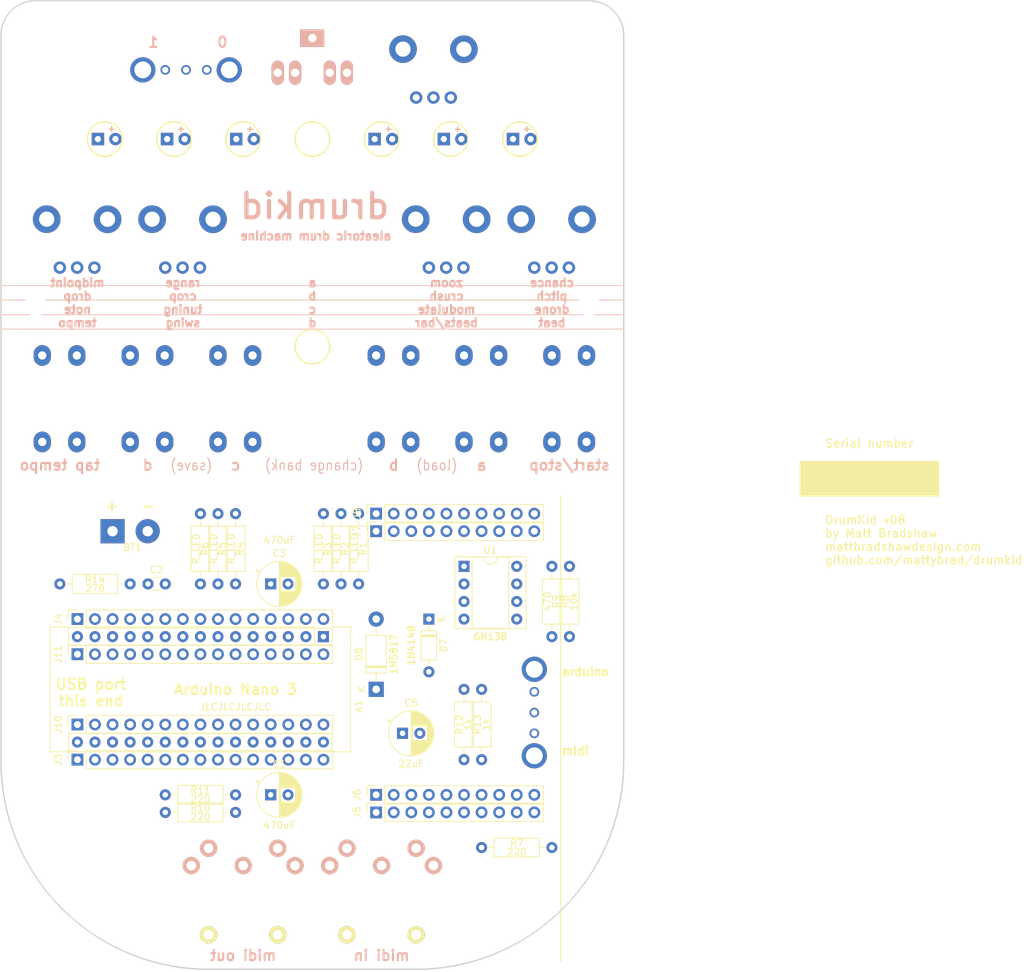
<source format=kicad_pcb>
(kicad_pcb (version 20171130) (host pcbnew "(5.1.5)-3")

  (general
    (thickness 1.6)
    (drawings 69)
    (tracks 0)
    (zones 0)
    (modules 63)
    (nets 80)
  )

  (page A4)
  (layers
    (0 F.Cu signal)
    (31 B.Cu signal)
    (32 B.Adhes user)
    (33 F.Adhes user)
    (34 B.Paste user)
    (35 F.Paste user)
    (36 B.SilkS user)
    (37 F.SilkS user)
    (38 B.Mask user)
    (39 F.Mask user)
    (40 Dwgs.User user)
    (41 Cmts.User user)
    (42 Eco1.User user)
    (43 Eco2.User user)
    (44 Edge.Cuts user)
    (45 Margin user)
    (46 B.CrtYd user)
    (47 F.CrtYd user)
    (48 B.Fab user)
    (49 F.Fab user)
  )

  (setup
    (last_trace_width 0.25)
    (trace_clearance 0.2)
    (zone_clearance 0.508)
    (zone_45_only no)
    (trace_min 0.2)
    (via_size 0.8)
    (via_drill 0.4)
    (via_min_size 0.4)
    (via_min_drill 0.3)
    (uvia_size 0.3)
    (uvia_drill 0.1)
    (uvias_allowed no)
    (uvia_min_size 0.2)
    (uvia_min_drill 0.1)
    (edge_width 0.2)
    (segment_width 0.2)
    (pcb_text_width 0.3)
    (pcb_text_size 1.5 1.5)
    (mod_edge_width 0.15)
    (mod_text_size 1 1)
    (mod_text_width 0.15)
    (pad_size 1.5 1.5)
    (pad_drill 0.6)
    (pad_to_mask_clearance 0)
    (solder_mask_min_width 0.25)
    (aux_axis_origin 0 0)
    (visible_elements 7FFFFFFF)
    (pcbplotparams
      (layerselection 0x010fc_ffffffff)
      (usegerberextensions false)
      (usegerberattributes false)
      (usegerberadvancedattributes false)
      (creategerberjobfile false)
      (excludeedgelayer true)
      (linewidth 0.100000)
      (plotframeref false)
      (viasonmask false)
      (mode 1)
      (useauxorigin false)
      (hpglpennumber 1)
      (hpglpenspeed 20)
      (hpglpendiameter 15.000000)
      (psnegative false)
      (psa4output false)
      (plotreference true)
      (plotvalue true)
      (plotinvisibletext false)
      (padsonsilk false)
      (subtractmaskfromsilk false)
      (outputformat 1)
      (mirror false)
      (drillshape 0)
      (scaleselection 1)
      (outputdirectory "gerbers/"))
  )

  (net 0 "")
  (net 1 GND)
  (net 2 "Net-(J9-PadRN)")
  (net 3 "Net-(J9-PadTN)")
  (net 4 /ANALOG_3)
  (net 5 /ANALOG_1)
  (net 6 /ANALOG_2)
  (net 7 "Net-(R9-Pad2)")
  (net 8 /ANALOG_0)
  (net 9 "Net-(BT1-Pad1)")
  (net 10 "Net-(D5-Pad2)")
  (net 11 /DIGITAL_5)
  (net 12 "Net-(D6-Pad2)")
  (net 13 /DIGITAL_6)
  (net 14 /DIGITAL_9)
  (net 15 /DIGITAL_2)
  (net 16 "Net-(D2-Pad2)")
  (net 17 "Net-(D3-Pad2)")
  (net 18 /DIGITAL_3)
  (net 19 /DIGITAL_4)
  (net 20 "Net-(D4-Pad2)")
  (net 21 /DIGITAL_0)
  (net 22 /DIGITAL_10)
  (net 23 /DIGITAL_1)
  (net 24 /DIGITAL_11)
  (net 25 /DIGITAL_12)
  (net 26 /DIGITAL_13)
  (net 27 /DIGITAL_7)
  (net 28 /ANALOG_4)
  (net 29 /DIGITAL_8)
  (net 30 /ANALOG_5)
  (net 31 "Net-(J2-Pad4)")
  (net 32 "Net-(U1-Pad1)")
  (net 33 "Net-(D1-Pad2)")
  (net 34 "Net-(U1-Pad4)")
  (net 35 "Net-(J2-Pad1)")
  (net 36 "Net-(J2-Pad3)")
  (net 37 "Net-(D7-Pad2)")
  (net 38 "Net-(J9-PadR)")
  (net 39 VCC)
  (net 40 "Net-(J2-Pad5)")
  (net 41 "Net-(R8-Pad2)")
  (net 42 "Net-(J1-Pad4)")
  (net 43 "Net-(D7-Pad1)")
  (net 44 "Net-(J1-Pad1)")
  (net 45 "Net-(J1-Pad2)")
  (net 46 "Net-(J1-Pad3)")
  (net 47 "Net-(SW8-Pad3)")
  (net 48 /3V3)
  (net 49 /AREF)
  (net 50 /RESET)
  (net 51 /ANALOG_6)
  (net 52 /ANALOG_7)
  (net 53 +9V)
  (net 54 "Net-(D8-Pad2)")
  (net 55 "Net-(SW7-Pad3)")
  (net 56 "Net-(C5-Pad2)")
  (net 57 "Net-(C5-Pad1)")
  (net 58 "Net-(J9-PadT)")
  (net 59 "Net-(C2-Pad1)")
  (net 60 "Net-(J5-Pad10)")
  (net 61 "Net-(J5-Pad9)")
  (net 62 "Net-(J5-Pad8)")
  (net 63 "Net-(J5-Pad7)")
  (net 64 "Net-(J5-Pad6)")
  (net 65 "Net-(J5-Pad5)")
  (net 66 "Net-(J5-Pad4)")
  (net 67 "Net-(J5-Pad3)")
  (net 68 "Net-(J5-Pad2)")
  (net 69 "Net-(J5-Pad1)")
  (net 70 "Net-(J7-Pad10)")
  (net 71 "Net-(J7-Pad9)")
  (net 72 "Net-(J7-Pad8)")
  (net 73 "Net-(J7-Pad7)")
  (net 74 "Net-(J7-Pad6)")
  (net 75 "Net-(J7-Pad5)")
  (net 76 "Net-(J7-Pad4)")
  (net 77 "Net-(J7-Pad3)")
  (net 78 "Net-(J7-Pad2)")
  (net 79 "Net-(J7-Pad1)")

  (net_class Default "This is the default net class."
    (clearance 0.2)
    (trace_width 0.25)
    (via_dia 0.8)
    (via_drill 0.4)
    (uvia_dia 0.3)
    (uvia_drill 0.1)
    (add_net +9V)
    (add_net /3V3)
    (add_net /ANALOG_0)
    (add_net /ANALOG_1)
    (add_net /ANALOG_2)
    (add_net /ANALOG_3)
    (add_net /ANALOG_4)
    (add_net /ANALOG_5)
    (add_net /ANALOG_6)
    (add_net /ANALOG_7)
    (add_net /AREF)
    (add_net /DIGITAL_0)
    (add_net /DIGITAL_1)
    (add_net /DIGITAL_10)
    (add_net /DIGITAL_11)
    (add_net /DIGITAL_12)
    (add_net /DIGITAL_13)
    (add_net /DIGITAL_2)
    (add_net /DIGITAL_3)
    (add_net /DIGITAL_4)
    (add_net /DIGITAL_5)
    (add_net /DIGITAL_6)
    (add_net /DIGITAL_7)
    (add_net /DIGITAL_8)
    (add_net /DIGITAL_9)
    (add_net /RESET)
    (add_net "Net-(C2-Pad1)")
    (add_net "Net-(C5-Pad1)")
    (add_net "Net-(C5-Pad2)")
    (add_net "Net-(D1-Pad2)")
    (add_net "Net-(D2-Pad2)")
    (add_net "Net-(D3-Pad2)")
    (add_net "Net-(D4-Pad2)")
    (add_net "Net-(D5-Pad2)")
    (add_net "Net-(D6-Pad2)")
    (add_net "Net-(D7-Pad1)")
    (add_net "Net-(D7-Pad2)")
    (add_net "Net-(J1-Pad1)")
    (add_net "Net-(J1-Pad2)")
    (add_net "Net-(J1-Pad3)")
    (add_net "Net-(J1-Pad4)")
    (add_net "Net-(J2-Pad1)")
    (add_net "Net-(J2-Pad3)")
    (add_net "Net-(J2-Pad4)")
    (add_net "Net-(J2-Pad5)")
    (add_net "Net-(J5-Pad1)")
    (add_net "Net-(J5-Pad10)")
    (add_net "Net-(J5-Pad2)")
    (add_net "Net-(J5-Pad3)")
    (add_net "Net-(J5-Pad4)")
    (add_net "Net-(J5-Pad5)")
    (add_net "Net-(J5-Pad6)")
    (add_net "Net-(J5-Pad7)")
    (add_net "Net-(J5-Pad8)")
    (add_net "Net-(J5-Pad9)")
    (add_net "Net-(J7-Pad1)")
    (add_net "Net-(J7-Pad10)")
    (add_net "Net-(J7-Pad2)")
    (add_net "Net-(J7-Pad3)")
    (add_net "Net-(J7-Pad4)")
    (add_net "Net-(J7-Pad5)")
    (add_net "Net-(J7-Pad6)")
    (add_net "Net-(J7-Pad7)")
    (add_net "Net-(J7-Pad8)")
    (add_net "Net-(J7-Pad9)")
    (add_net "Net-(J9-PadR)")
    (add_net "Net-(J9-PadRN)")
    (add_net "Net-(J9-PadT)")
    (add_net "Net-(J9-PadTN)")
    (add_net "Net-(R8-Pad2)")
    (add_net "Net-(R9-Pad2)")
    (add_net "Net-(SW7-Pad3)")
    (add_net "Net-(SW8-Pad3)")
    (add_net "Net-(U1-Pad1)")
    (add_net "Net-(U1-Pad4)")
  )

  (net_class Chunky ""
    (clearance 0.2)
    (trace_width 0.625)
    (via_dia 0.8)
    (via_drill 0.4)
    (uvia_dia 0.3)
    (uvia_drill 0.1)
    (add_net GND)
    (add_net "Net-(BT1-Pad1)")
    (add_net "Net-(D8-Pad2)")
    (add_net VCC)
  )

  (module drumkidcustom:EG1206 (layer F.Cu) (tedit 5DB8124E) (tstamp 5E7EA4FD)
    (at 132.08 135.89 90)
    (descr EG1206-1)
    (tags Switch)
    (path /5E87D0AD)
    (fp_text reference SW8 (at 3 -1.27 90) (layer F.Fab)
      (effects (font (size 1.27 1.27) (thickness 0.254)))
    )
    (fp_text value SW_SPDT (at 3 1.5 90) (layer F.SilkS) hide
      (effects (font (size 1.27 1.27) (thickness 0.254)))
    )
    (fp_line (start -3.5 -2.8) (end 9.5 -2.8) (layer Dwgs.User) (width 0.2))
    (fp_line (start 9.5 -2.8) (end 9.5 2.8) (layer Dwgs.User) (width 0.2))
    (fp_line (start 9.5 2.8) (end -3.5 2.8) (layer Dwgs.User) (width 0.2))
    (fp_line (start -3.5 2.8) (end -3.5 -2.8) (layer Dwgs.User) (width 0.2))
    (fp_line (start -6.076 -3.8) (end 12.076 -3.8) (layer Dwgs.User) (width 0.1))
    (fp_line (start 12.076 -3.8) (end 12.076 6.8) (layer Dwgs.User) (width 0.1))
    (fp_line (start 12.076 6.8) (end -6.076 6.8) (layer Dwgs.User) (width 0.1))
    (fp_line (start -6.076 6.8) (end -6.076 -3.8) (layer Dwgs.User) (width 0.1))
    (fp_line (start 3 2.8) (end 3 5.8) (layer Dwgs.User) (width 0.2))
    (fp_line (start 3 5.8) (end -0.5 5.8) (layer Dwgs.User) (width 0.2))
    (fp_line (start -0.5 5.8) (end -0.5 2.8) (layer Dwgs.User) (width 0.2))
    (pad 1 thru_hole circle (at 0 0 90) (size 1.4 1.4) (drill 0.9) (layers *.Cu *.Mask)
      (net 21 /DIGITAL_0))
    (pad 2 thru_hole circle (at 3 0 90) (size 1.4 1.4) (drill 0.9) (layers *.Cu *.Mask)
      (net 7 "Net-(R9-Pad2)"))
    (pad 3 thru_hole circle (at 6 0 90) (size 1.4 1.4) (drill 0.9) (layers *.Cu *.Mask)
      (net 47 "Net-(SW8-Pad3)"))
    (pad MH1 thru_hole circle (at -3.25 0 90) (size 3.653 3.653) (drill 2.4352) (layers *.Cu *.Mask))
    (pad MH2 thru_hole circle (at 9.25 0 90) (size 3.653 3.653) (drill 2.4352) (layers *.Cu *.Mask))
  )

  (module drumkidcustom:R_Axial_DIN0207_L6.3mm_D2.5mm_P10.16mm_Horizontal (layer F.Cu) (tedit 5DB7536D) (tstamp 5EF2047D)
    (at 124.46 139.7 90)
    (descr "Resistor, Axial_DIN0207 series, Axial, Horizontal, pin pitch=10.16mm, 0.25W = 1/4W, length*diameter=6.3*2.5mm^2, http://cdn-reichelt.de/documents/datenblatt/B400/1_4W%23YAG.pdf")
    (tags "Resistor Axial_DIN0207 series Axial Horizontal pin pitch 10.16mm 0.25W = 1/4W length 6.3mm diameter 2.5mm")
    (path /5EF29817)
    (fp_text reference R13 (at 5.08 -0.635 90) (layer F.SilkS)
      (effects (font (size 1 1) (thickness 0.15)))
    )
    (fp_text value 1k (at 5.08 0.635 90) (layer F.SilkS)
      (effects (font (size 1 1) (thickness 0.15)))
    )
    (fp_line (start 11.21 -1.5) (end -1.05 -1.5) (layer F.CrtYd) (width 0.05))
    (fp_line (start 11.21 1.5) (end 11.21 -1.5) (layer F.CrtYd) (width 0.05))
    (fp_line (start -1.05 1.5) (end 11.21 1.5) (layer F.CrtYd) (width 0.05))
    (fp_line (start -1.05 -1.5) (end -1.05 1.5) (layer F.CrtYd) (width 0.05))
    (fp_line (start 9.12 0) (end 8.35 0) (layer F.SilkS) (width 0.12))
    (fp_line (start 1.04 0) (end 1.81 0) (layer F.SilkS) (width 0.12))
    (fp_line (start 8.35 -1.37) (end 1.81 -1.37) (layer F.SilkS) (width 0.12))
    (fp_line (start 8.35 1.37) (end 8.35 -1.37) (layer F.SilkS) (width 0.12))
    (fp_line (start 1.81 1.37) (end 8.35 1.37) (layer F.SilkS) (width 0.12))
    (fp_line (start 1.81 -1.37) (end 1.81 1.37) (layer F.SilkS) (width 0.12))
    (fp_line (start 10.16 0) (end 8.23 0) (layer F.Fab) (width 0.1))
    (fp_line (start 0 0) (end 1.93 0) (layer F.Fab) (width 0.1))
    (fp_line (start 8.23 -1.25) (end 1.93 -1.25) (layer F.Fab) (width 0.1))
    (fp_line (start 8.23 1.25) (end 8.23 -1.25) (layer F.Fab) (width 0.1))
    (fp_line (start 1.93 1.25) (end 8.23 1.25) (layer F.Fab) (width 0.1))
    (fp_line (start 1.93 -1.25) (end 1.93 1.25) (layer F.Fab) (width 0.1))
    (pad 2 thru_hole oval (at 10.16 0 90) (size 1.6 1.6) (drill 0.8) (layers *.Cu *.Mask)
      (net 56 "Net-(C5-Pad2)"))
    (pad 1 thru_hole circle (at 0 0 90) (size 1.6 1.6) (drill 0.8) (layers *.Cu *.Mask)
      (net 38 "Net-(J9-PadR)"))
    (model ${KISYS3DMOD}/Resistor_THT.3dshapes/R_Axial_DIN0207_L6.3mm_D2.5mm_P10.16mm_Horizontal.wrl
      (at (xyz 0 0 0))
      (scale (xyz 1 1 1))
      (rotate (xyz 0 0 0))
    )
  )

  (module drumkidcustom:R_Axial_DIN0207_L6.3mm_D2.5mm_P10.16mm_Horizontal (layer F.Cu) (tedit 5DB7536D) (tstamp 5EF20467)
    (at 121.92 139.7 90)
    (descr "Resistor, Axial_DIN0207 series, Axial, Horizontal, pin pitch=10.16mm, 0.25W = 1/4W, length*diameter=6.3*2.5mm^2, http://cdn-reichelt.de/documents/datenblatt/B400/1_4W%23YAG.pdf")
    (tags "Resistor Axial_DIN0207 series Axial Horizontal pin pitch 10.16mm 0.25W = 1/4W length 6.3mm diameter 2.5mm")
    (path /5EF282B1)
    (fp_text reference R12 (at 5.08 -0.635 90) (layer F.SilkS)
      (effects (font (size 1 1) (thickness 0.15)))
    )
    (fp_text value 1k (at 5.08 0.635 90) (layer F.SilkS)
      (effects (font (size 1 1) (thickness 0.15)))
    )
    (fp_line (start 11.21 -1.5) (end -1.05 -1.5) (layer F.CrtYd) (width 0.05))
    (fp_line (start 11.21 1.5) (end 11.21 -1.5) (layer F.CrtYd) (width 0.05))
    (fp_line (start -1.05 1.5) (end 11.21 1.5) (layer F.CrtYd) (width 0.05))
    (fp_line (start -1.05 -1.5) (end -1.05 1.5) (layer F.CrtYd) (width 0.05))
    (fp_line (start 9.12 0) (end 8.35 0) (layer F.SilkS) (width 0.12))
    (fp_line (start 1.04 0) (end 1.81 0) (layer F.SilkS) (width 0.12))
    (fp_line (start 8.35 -1.37) (end 1.81 -1.37) (layer F.SilkS) (width 0.12))
    (fp_line (start 8.35 1.37) (end 8.35 -1.37) (layer F.SilkS) (width 0.12))
    (fp_line (start 1.81 1.37) (end 8.35 1.37) (layer F.SilkS) (width 0.12))
    (fp_line (start 1.81 -1.37) (end 1.81 1.37) (layer F.SilkS) (width 0.12))
    (fp_line (start 10.16 0) (end 8.23 0) (layer F.Fab) (width 0.1))
    (fp_line (start 0 0) (end 1.93 0) (layer F.Fab) (width 0.1))
    (fp_line (start 8.23 -1.25) (end 1.93 -1.25) (layer F.Fab) (width 0.1))
    (fp_line (start 8.23 1.25) (end 8.23 -1.25) (layer F.Fab) (width 0.1))
    (fp_line (start 1.93 1.25) (end 8.23 1.25) (layer F.Fab) (width 0.1))
    (fp_line (start 1.93 -1.25) (end 1.93 1.25) (layer F.Fab) (width 0.1))
    (pad 2 thru_hole oval (at 10.16 0 90) (size 1.6 1.6) (drill 0.8) (layers *.Cu *.Mask)
      (net 56 "Net-(C5-Pad2)"))
    (pad 1 thru_hole circle (at 0 0 90) (size 1.6 1.6) (drill 0.8) (layers *.Cu *.Mask)
      (net 58 "Net-(J9-PadT)"))
    (model ${KISYS3DMOD}/Resistor_THT.3dshapes/R_Axial_DIN0207_L6.3mm_D2.5mm_P10.16mm_Horizontal.wrl
      (at (xyz 0 0 0))
      (scale (xyz 1 1 1))
      (rotate (xyz 0 0 0))
    )
  )

  (module drumkidcustom:CP_Radial_D6.3mm_P2.50mm (layer F.Cu) (tedit 5DB8128A) (tstamp 5EF1FFF3)
    (at 113.03 135.89)
    (descr "CP, Radial series, Radial, pin pitch=2.50mm, , diameter=6.3mm, Electrolytic Capacitor")
    (tags "CP Radial series Radial pin pitch 2.50mm  diameter 6.3mm Electrolytic Capacitor")
    (path /5EF27403)
    (fp_text reference C5 (at 1.25 -4.4) (layer F.SilkS)
      (effects (font (size 1 1) (thickness 0.15)))
    )
    (fp_text value 22uF (at 1.25 4.4) (layer F.SilkS)
      (effects (font (size 1 1) (thickness 0.15)))
    )
    (fp_circle (center 1.25 0) (end 4.4 0) (layer F.Fab) (width 0.1))
    (fp_circle (center 1.25 0) (end 4.52 0) (layer F.SilkS) (width 0.12))
    (fp_circle (center 1.25 0) (end 4.65 0) (layer F.CrtYd) (width 0.05))
    (fp_line (start -1.443972 -1.3735) (end -0.813972 -1.3735) (layer F.Fab) (width 0.1))
    (fp_line (start -1.128972 -1.6885) (end -1.128972 -1.0585) (layer F.Fab) (width 0.1))
    (fp_line (start 1.25 -3.23) (end 1.25 3.23) (layer F.SilkS) (width 0.12))
    (fp_line (start 1.29 -3.23) (end 1.29 3.23) (layer F.SilkS) (width 0.12))
    (fp_line (start 1.33 -3.23) (end 1.33 3.23) (layer F.SilkS) (width 0.12))
    (fp_line (start 1.37 -3.228) (end 1.37 3.228) (layer F.SilkS) (width 0.12))
    (fp_line (start 1.41 -3.227) (end 1.41 3.227) (layer F.SilkS) (width 0.12))
    (fp_line (start 1.45 -3.224) (end 1.45 3.224) (layer F.SilkS) (width 0.12))
    (fp_line (start 1.49 -3.222) (end 1.49 -1.04) (layer F.SilkS) (width 0.12))
    (fp_line (start 1.49 1.04) (end 1.49 3.222) (layer F.SilkS) (width 0.12))
    (fp_line (start 1.53 -3.218) (end 1.53 -1.04) (layer F.SilkS) (width 0.12))
    (fp_line (start 1.53 1.04) (end 1.53 3.218) (layer F.SilkS) (width 0.12))
    (fp_line (start 1.57 -3.215) (end 1.57 -1.04) (layer F.SilkS) (width 0.12))
    (fp_line (start 1.57 1.04) (end 1.57 3.215) (layer F.SilkS) (width 0.12))
    (fp_line (start 1.61 -3.211) (end 1.61 -1.04) (layer F.SilkS) (width 0.12))
    (fp_line (start 1.61 1.04) (end 1.61 3.211) (layer F.SilkS) (width 0.12))
    (fp_line (start 1.65 -3.206) (end 1.65 -1.04) (layer F.SilkS) (width 0.12))
    (fp_line (start 1.65 1.04) (end 1.65 3.206) (layer F.SilkS) (width 0.12))
    (fp_line (start 1.69 -3.201) (end 1.69 -1.04) (layer F.SilkS) (width 0.12))
    (fp_line (start 1.69 1.04) (end 1.69 3.201) (layer F.SilkS) (width 0.12))
    (fp_line (start 1.73 -3.195) (end 1.73 -1.04) (layer F.SilkS) (width 0.12))
    (fp_line (start 1.73 1.04) (end 1.73 3.195) (layer F.SilkS) (width 0.12))
    (fp_line (start 1.77 -3.189) (end 1.77 -1.04) (layer F.SilkS) (width 0.12))
    (fp_line (start 1.77 1.04) (end 1.77 3.189) (layer F.SilkS) (width 0.12))
    (fp_line (start 1.81 -3.182) (end 1.81 -1.04) (layer F.SilkS) (width 0.12))
    (fp_line (start 1.81 1.04) (end 1.81 3.182) (layer F.SilkS) (width 0.12))
    (fp_line (start 1.85 -3.175) (end 1.85 -1.04) (layer F.SilkS) (width 0.12))
    (fp_line (start 1.85 1.04) (end 1.85 3.175) (layer F.SilkS) (width 0.12))
    (fp_line (start 1.89 -3.167) (end 1.89 -1.04) (layer F.SilkS) (width 0.12))
    (fp_line (start 1.89 1.04) (end 1.89 3.167) (layer F.SilkS) (width 0.12))
    (fp_line (start 1.93 -3.159) (end 1.93 -1.04) (layer F.SilkS) (width 0.12))
    (fp_line (start 1.93 1.04) (end 1.93 3.159) (layer F.SilkS) (width 0.12))
    (fp_line (start 1.971 -3.15) (end 1.971 -1.04) (layer F.SilkS) (width 0.12))
    (fp_line (start 1.971 1.04) (end 1.971 3.15) (layer F.SilkS) (width 0.12))
    (fp_line (start 2.011 -3.141) (end 2.011 -1.04) (layer F.SilkS) (width 0.12))
    (fp_line (start 2.011 1.04) (end 2.011 3.141) (layer F.SilkS) (width 0.12))
    (fp_line (start 2.051 -3.131) (end 2.051 -1.04) (layer F.SilkS) (width 0.12))
    (fp_line (start 2.051 1.04) (end 2.051 3.131) (layer F.SilkS) (width 0.12))
    (fp_line (start 2.091 -3.121) (end 2.091 -1.04) (layer F.SilkS) (width 0.12))
    (fp_line (start 2.091 1.04) (end 2.091 3.121) (layer F.SilkS) (width 0.12))
    (fp_line (start 2.131 -3.11) (end 2.131 -1.04) (layer F.SilkS) (width 0.12))
    (fp_line (start 2.131 1.04) (end 2.131 3.11) (layer F.SilkS) (width 0.12))
    (fp_line (start 2.171 -3.098) (end 2.171 -1.04) (layer F.SilkS) (width 0.12))
    (fp_line (start 2.171 1.04) (end 2.171 3.098) (layer F.SilkS) (width 0.12))
    (fp_line (start 2.211 -3.086) (end 2.211 -1.04) (layer F.SilkS) (width 0.12))
    (fp_line (start 2.211 1.04) (end 2.211 3.086) (layer F.SilkS) (width 0.12))
    (fp_line (start 2.251 -3.074) (end 2.251 -1.04) (layer F.SilkS) (width 0.12))
    (fp_line (start 2.251 1.04) (end 2.251 3.074) (layer F.SilkS) (width 0.12))
    (fp_line (start 2.291 -3.061) (end 2.291 -1.04) (layer F.SilkS) (width 0.12))
    (fp_line (start 2.291 1.04) (end 2.291 3.061) (layer F.SilkS) (width 0.12))
    (fp_line (start 2.331 -3.047) (end 2.331 -1.04) (layer F.SilkS) (width 0.12))
    (fp_line (start 2.331 1.04) (end 2.331 3.047) (layer F.SilkS) (width 0.12))
    (fp_line (start 2.371 -3.033) (end 2.371 -1.04) (layer F.SilkS) (width 0.12))
    (fp_line (start 2.371 1.04) (end 2.371 3.033) (layer F.SilkS) (width 0.12))
    (fp_line (start 2.411 -3.018) (end 2.411 -1.04) (layer F.SilkS) (width 0.12))
    (fp_line (start 2.411 1.04) (end 2.411 3.018) (layer F.SilkS) (width 0.12))
    (fp_line (start 2.451 -3.002) (end 2.451 -1.04) (layer F.SilkS) (width 0.12))
    (fp_line (start 2.451 1.04) (end 2.451 3.002) (layer F.SilkS) (width 0.12))
    (fp_line (start 2.491 -2.986) (end 2.491 -1.04) (layer F.SilkS) (width 0.12))
    (fp_line (start 2.491 1.04) (end 2.491 2.986) (layer F.SilkS) (width 0.12))
    (fp_line (start 2.531 -2.97) (end 2.531 -1.04) (layer F.SilkS) (width 0.12))
    (fp_line (start 2.531 1.04) (end 2.531 2.97) (layer F.SilkS) (width 0.12))
    (fp_line (start 2.571 -2.952) (end 2.571 -1.04) (layer F.SilkS) (width 0.12))
    (fp_line (start 2.571 1.04) (end 2.571 2.952) (layer F.SilkS) (width 0.12))
    (fp_line (start 2.611 -2.934) (end 2.611 -1.04) (layer F.SilkS) (width 0.12))
    (fp_line (start 2.611 1.04) (end 2.611 2.934) (layer F.SilkS) (width 0.12))
    (fp_line (start 2.651 -2.916) (end 2.651 -1.04) (layer F.SilkS) (width 0.12))
    (fp_line (start 2.651 1.04) (end 2.651 2.916) (layer F.SilkS) (width 0.12))
    (fp_line (start 2.691 -2.896) (end 2.691 -1.04) (layer F.SilkS) (width 0.12))
    (fp_line (start 2.691 1.04) (end 2.691 2.896) (layer F.SilkS) (width 0.12))
    (fp_line (start 2.731 -2.876) (end 2.731 -1.04) (layer F.SilkS) (width 0.12))
    (fp_line (start 2.731 1.04) (end 2.731 2.876) (layer F.SilkS) (width 0.12))
    (fp_line (start 2.771 -2.856) (end 2.771 -1.04) (layer F.SilkS) (width 0.12))
    (fp_line (start 2.771 1.04) (end 2.771 2.856) (layer F.SilkS) (width 0.12))
    (fp_line (start 2.811 -2.834) (end 2.811 -1.04) (layer F.SilkS) (width 0.12))
    (fp_line (start 2.811 1.04) (end 2.811 2.834) (layer F.SilkS) (width 0.12))
    (fp_line (start 2.851 -2.812) (end 2.851 -1.04) (layer F.SilkS) (width 0.12))
    (fp_line (start 2.851 1.04) (end 2.851 2.812) (layer F.SilkS) (width 0.12))
    (fp_line (start 2.891 -2.79) (end 2.891 -1.04) (layer F.SilkS) (width 0.12))
    (fp_line (start 2.891 1.04) (end 2.891 2.79) (layer F.SilkS) (width 0.12))
    (fp_line (start 2.931 -2.766) (end 2.931 -1.04) (layer F.SilkS) (width 0.12))
    (fp_line (start 2.931 1.04) (end 2.931 2.766) (layer F.SilkS) (width 0.12))
    (fp_line (start 2.971 -2.742) (end 2.971 -1.04) (layer F.SilkS) (width 0.12))
    (fp_line (start 2.971 1.04) (end 2.971 2.742) (layer F.SilkS) (width 0.12))
    (fp_line (start 3.011 -2.716) (end 3.011 -1.04) (layer F.SilkS) (width 0.12))
    (fp_line (start 3.011 1.04) (end 3.011 2.716) (layer F.SilkS) (width 0.12))
    (fp_line (start 3.051 -2.69) (end 3.051 -1.04) (layer F.SilkS) (width 0.12))
    (fp_line (start 3.051 1.04) (end 3.051 2.69) (layer F.SilkS) (width 0.12))
    (fp_line (start 3.091 -2.664) (end 3.091 -1.04) (layer F.SilkS) (width 0.12))
    (fp_line (start 3.091 1.04) (end 3.091 2.664) (layer F.SilkS) (width 0.12))
    (fp_line (start 3.131 -2.636) (end 3.131 -1.04) (layer F.SilkS) (width 0.12))
    (fp_line (start 3.131 1.04) (end 3.131 2.636) (layer F.SilkS) (width 0.12))
    (fp_line (start 3.171 -2.607) (end 3.171 -1.04) (layer F.SilkS) (width 0.12))
    (fp_line (start 3.171 1.04) (end 3.171 2.607) (layer F.SilkS) (width 0.12))
    (fp_line (start 3.211 -2.578) (end 3.211 -1.04) (layer F.SilkS) (width 0.12))
    (fp_line (start 3.211 1.04) (end 3.211 2.578) (layer F.SilkS) (width 0.12))
    (fp_line (start 3.251 -2.548) (end 3.251 -1.04) (layer F.SilkS) (width 0.12))
    (fp_line (start 3.251 1.04) (end 3.251 2.548) (layer F.SilkS) (width 0.12))
    (fp_line (start 3.291 -2.516) (end 3.291 -1.04) (layer F.SilkS) (width 0.12))
    (fp_line (start 3.291 1.04) (end 3.291 2.516) (layer F.SilkS) (width 0.12))
    (fp_line (start 3.331 -2.484) (end 3.331 -1.04) (layer F.SilkS) (width 0.12))
    (fp_line (start 3.331 1.04) (end 3.331 2.484) (layer F.SilkS) (width 0.12))
    (fp_line (start 3.371 -2.45) (end 3.371 -1.04) (layer F.SilkS) (width 0.12))
    (fp_line (start 3.371 1.04) (end 3.371 2.45) (layer F.SilkS) (width 0.12))
    (fp_line (start 3.411 -2.416) (end 3.411 -1.04) (layer F.SilkS) (width 0.12))
    (fp_line (start 3.411 1.04) (end 3.411 2.416) (layer F.SilkS) (width 0.12))
    (fp_line (start 3.451 -2.38) (end 3.451 -1.04) (layer F.SilkS) (width 0.12))
    (fp_line (start 3.451 1.04) (end 3.451 2.38) (layer F.SilkS) (width 0.12))
    (fp_line (start 3.491 -2.343) (end 3.491 -1.04) (layer F.SilkS) (width 0.12))
    (fp_line (start 3.491 1.04) (end 3.491 2.343) (layer F.SilkS) (width 0.12))
    (fp_line (start 3.531 -2.305) (end 3.531 -1.04) (layer F.SilkS) (width 0.12))
    (fp_line (start 3.531 1.04) (end 3.531 2.305) (layer F.SilkS) (width 0.12))
    (fp_line (start 3.571 -2.265) (end 3.571 2.265) (layer F.SilkS) (width 0.12))
    (fp_line (start 3.611 -2.224) (end 3.611 2.224) (layer F.SilkS) (width 0.12))
    (fp_line (start 3.651 -2.182) (end 3.651 2.182) (layer F.SilkS) (width 0.12))
    (fp_line (start 3.691 -2.137) (end 3.691 2.137) (layer F.SilkS) (width 0.12))
    (fp_line (start 3.731 -2.092) (end 3.731 2.092) (layer F.SilkS) (width 0.12))
    (fp_line (start 3.771 -2.044) (end 3.771 2.044) (layer F.SilkS) (width 0.12))
    (fp_line (start 3.811 -1.995) (end 3.811 1.995) (layer F.SilkS) (width 0.12))
    (fp_line (start 3.851 -1.944) (end 3.851 1.944) (layer F.SilkS) (width 0.12))
    (fp_line (start 3.891 -1.89) (end 3.891 1.89) (layer F.SilkS) (width 0.12))
    (fp_line (start 3.931 -1.834) (end 3.931 1.834) (layer F.SilkS) (width 0.12))
    (fp_line (start 3.971 -1.776) (end 3.971 1.776) (layer F.SilkS) (width 0.12))
    (fp_line (start 4.011 -1.714) (end 4.011 1.714) (layer F.SilkS) (width 0.12))
    (fp_line (start 4.051 -1.65) (end 4.051 1.65) (layer F.SilkS) (width 0.12))
    (fp_line (start 4.091 -1.581) (end 4.091 1.581) (layer F.SilkS) (width 0.12))
    (fp_line (start 4.131 -1.509) (end 4.131 1.509) (layer F.SilkS) (width 0.12))
    (fp_line (start 4.171 -1.432) (end 4.171 1.432) (layer F.SilkS) (width 0.12))
    (fp_line (start 4.211 -1.35) (end 4.211 1.35) (layer F.SilkS) (width 0.12))
    (fp_line (start 4.251 -1.262) (end 4.251 1.262) (layer F.SilkS) (width 0.12))
    (fp_line (start 4.291 -1.165) (end 4.291 1.165) (layer F.SilkS) (width 0.12))
    (fp_line (start 4.331 -1.059) (end 4.331 1.059) (layer F.SilkS) (width 0.12))
    (fp_line (start 4.371 -0.94) (end 4.371 0.94) (layer F.SilkS) (width 0.12))
    (fp_line (start 4.411 -0.802) (end 4.411 0.802) (layer F.SilkS) (width 0.12))
    (fp_line (start 4.451 -0.633) (end 4.451 0.633) (layer F.SilkS) (width 0.12))
    (fp_line (start 4.491 -0.402) (end 4.491 0.402) (layer F.SilkS) (width 0.12))
    (fp_line (start -2.250241 -1.839) (end -1.620241 -1.839) (layer F.SilkS) (width 0.12))
    (fp_line (start -1.935241 -2.154) (end -1.935241 -1.524) (layer F.SilkS) (width 0.12))
    (fp_text user %R (at 1.25 0) (layer F.Fab)
      (effects (font (size 1 1) (thickness 0.15)))
    )
    (pad 1 thru_hole rect (at 0 0) (size 1.6 1.6) (drill 0.8) (layers *.Cu *.Mask)
      (net 57 "Net-(C5-Pad1)"))
    (pad 2 thru_hole circle (at 2.5 0) (size 1.6 1.6) (drill 0.8) (layers *.Cu *.Mask)
      (net 56 "Net-(C5-Pad2)"))
    (model ${KISYS3DMOD}/Capacitor_THT.3dshapes/CP_Radial_D6.3mm_P2.50mm.wrl
      (at (xyz 0 0 0))
      (scale (xyz 1 1 1))
      (rotate (xyz 0 0 0))
    )
  )

  (module drumkidcustom:MountingHole_3.2mm_M3 (layer B.Cu) (tedit 5DB75A18) (tstamp 5E738EC1)
    (at 60 74)
    (descr "Mounting Hole 3.2mm, no annular, M3")
    (tags "mounting hole 3.2mm no annular m3")
    (path /5E73A9BB)
    (attr virtual)
    (fp_text reference H9 (at 0 4.2) (layer B.Fab)
      (effects (font (size 1 1) (thickness 0.15)) (justify mirror))
    )
    (fp_text value MountingHole (at 0 -4.2) (layer B.Fab)
      (effects (font (size 1 1) (thickness 0.15)) (justify mirror))
    )
    (fp_circle (center 0 0) (end 3.45 0) (layer B.CrtYd) (width 0.05))
    (fp_circle (center 0 0) (end 3.2 0) (layer Cmts.User) (width 0.15))
    (fp_text user %R (at 0.3 0) (layer B.Fab)
      (effects (font (size 1 1) (thickness 0.15)) (justify mirror))
    )
    (pad 1 np_thru_hole circle (at 0 0) (size 3.2 3.2) (drill 3.2) (layers *.Cu *.Mask))
  )

  (module drumkidcustom:MountingHole_3.2mm_M3 (layer B.Cu) (tedit 5DB75A18) (tstamp 5E738EB9)
    (at 140 74)
    (descr "Mounting Hole 3.2mm, no annular, M3")
    (tags "mounting hole 3.2mm no annular m3")
    (path /5E73AA49)
    (attr virtual)
    (fp_text reference H10 (at 0 4.2) (layer B.Fab)
      (effects (font (size 1 1) (thickness 0.15)) (justify mirror))
    )
    (fp_text value MountingHole (at 0 -4.2) (layer B.Fab)
      (effects (font (size 1 1) (thickness 0.15)) (justify mirror))
    )
    (fp_text user %R (at 0.3 0) (layer B.Fab)
      (effects (font (size 1 1) (thickness 0.15)) (justify mirror))
    )
    (fp_circle (center 0 0) (end 3.2 0) (layer Cmts.User) (width 0.15))
    (fp_circle (center 0 0) (end 3.45 0) (layer B.CrtYd) (width 0.05))
    (pad 1 np_thru_hole circle (at 0 0) (size 3.2 3.2) (drill 3.2) (layers *.Cu *.Mask))
  )

  (module drumkidcustom:R_Axial_DIN0207_L6.3mm_D2.5mm_P10.16mm_Horizontal (layer F.Cu) (tedit 5DB7536D) (tstamp 5DD33BE5)
    (at 134.62 111.76 270)
    (descr "Resistor, Axial_DIN0207 series, Axial, Horizontal, pin pitch=10.16mm, 0.25W = 1/4W, length*diameter=6.3*2.5mm^2, http://cdn-reichelt.de/documents/datenblatt/B400/1_4W%23YAG.pdf")
    (tags "Resistor Axial_DIN0207 series Axial Horizontal pin pitch 10.16mm 0.25W = 1/4W length 6.3mm diameter 2.5mm")
    (path /5E7E86BF)
    (fp_text reference R9 (at 5.08 -0.635 270) (layer F.SilkS)
      (effects (font (size 1 1) (thickness 0.15)))
    )
    (fp_text value 470 (at 5.08 0.635 270) (layer F.SilkS)
      (effects (font (size 1 1) (thickness 0.15)))
    )
    (fp_line (start 11.21 -1.5) (end -1.05 -1.5) (layer F.CrtYd) (width 0.05))
    (fp_line (start 11.21 1.5) (end 11.21 -1.5) (layer F.CrtYd) (width 0.05))
    (fp_line (start -1.05 1.5) (end 11.21 1.5) (layer F.CrtYd) (width 0.05))
    (fp_line (start -1.05 -1.5) (end -1.05 1.5) (layer F.CrtYd) (width 0.05))
    (fp_line (start 9.12 0) (end 8.35 0) (layer F.SilkS) (width 0.12))
    (fp_line (start 1.04 0) (end 1.81 0) (layer F.SilkS) (width 0.12))
    (fp_line (start 8.35 -1.37) (end 1.81 -1.37) (layer F.SilkS) (width 0.12))
    (fp_line (start 8.35 1.37) (end 8.35 -1.37) (layer F.SilkS) (width 0.12))
    (fp_line (start 1.81 1.37) (end 8.35 1.37) (layer F.SilkS) (width 0.12))
    (fp_line (start 1.81 -1.37) (end 1.81 1.37) (layer F.SilkS) (width 0.12))
    (fp_line (start 10.16 0) (end 8.23 0) (layer F.Fab) (width 0.1))
    (fp_line (start 0 0) (end 1.93 0) (layer F.Fab) (width 0.1))
    (fp_line (start 8.23 -1.25) (end 1.93 -1.25) (layer F.Fab) (width 0.1))
    (fp_line (start 8.23 1.25) (end 8.23 -1.25) (layer F.Fab) (width 0.1))
    (fp_line (start 1.93 1.25) (end 8.23 1.25) (layer F.Fab) (width 0.1))
    (fp_line (start 1.93 -1.25) (end 1.93 1.25) (layer F.Fab) (width 0.1))
    (pad 2 thru_hole oval (at 10.16 0 270) (size 1.6 1.6) (drill 0.8) (layers *.Cu *.Mask)
      (net 7 "Net-(R9-Pad2)"))
    (pad 1 thru_hole circle (at 0 0 270) (size 1.6 1.6) (drill 0.8) (layers *.Cu *.Mask)
      (net 39 VCC))
    (model ${KISYS3DMOD}/Resistor_THT.3dshapes/R_Axial_DIN0207_L6.3mm_D2.5mm_P10.16mm_Horizontal.wrl
      (at (xyz 0 0 0))
      (scale (xyz 1 1 1))
      (rotate (xyz 0 0 0))
    )
  )

  (module drumkidcustom:LED_D5.0mm (layer B.Cu) (tedit 5DB759B2) (tstamp 5E7EA4C6)
    (at 129 50)
    (descr "LED, diameter 5.0mm, 2 pins, http://cdn-reichelt.de/documents/datenblatt/A500/LL-504BC2E-009.pdf")
    (tags "LED diameter 5.0mm 2 pins")
    (path /5DBB8A3C)
    (fp_text reference D1 (at 1.27 3.96) (layer B.Fab)
      (effects (font (size 1 1) (thickness 0.15)) (justify mirror))
    )
    (fp_text value LED (at 1.27 -3.96) (layer B.Fab)
      (effects (font (size 1 1) (thickness 0.15)) (justify mirror))
    )
    (fp_arc (start 1.27 0) (end -1.23 1.469694) (angle -299.1) (layer B.Fab) (width 0.1))
    (fp_arc (start 1.27 0) (end -1.29 1.54483) (angle -148.9) (layer B.Fab) (width 0.12))
    (fp_arc (start 1.27 0) (end -1.29 -1.54483) (angle 148.9) (layer B.Fab) (width 0.12))
    (fp_circle (center 1.27 0) (end 3.77 0) (layer B.Fab) (width 0.1))
    (fp_circle (center 1.27 0) (end 3.77 0) (layer B.Fab) (width 0.12))
    (fp_line (start -1.23 1.469694) (end -1.23 -1.469694) (layer B.Fab) (width 0.1))
    (fp_line (start -1.29 1.545) (end -1.29 -1.545) (layer B.Fab) (width 0.12))
    (fp_line (start -1.95 3.25) (end -1.95 -3.25) (layer B.CrtYd) (width 0.05))
    (fp_line (start -1.95 -3.25) (end 4.5 -3.25) (layer B.CrtYd) (width 0.05))
    (fp_line (start 4.5 -3.25) (end 4.5 3.25) (layer B.CrtYd) (width 0.05))
    (fp_line (start 4.5 3.25) (end -1.95 3.25) (layer B.CrtYd) (width 0.05))
    (fp_text user %R (at 1.25 0) (layer B.Fab)
      (effects (font (size 0.8 0.8) (thickness 0.2)) (justify mirror))
    )
    (pad 1 thru_hole rect (at 0 0) (size 1.8 1.8) (drill 0.9) (layers *.Cu *.Mask)
      (net 1 GND))
    (pad 2 thru_hole circle (at 2.54 0) (size 1.8 1.8) (drill 0.9) (layers *.Cu *.Mask)
      (net 33 "Net-(D1-Pad2)"))
    (model ${KISYS3DMOD}/LED_THT.3dshapes/LED_D5.0mm.wrl
      (at (xyz 0 0 0))
      (scale (xyz 1 1 1))
      (rotate (xyz 0 0 0))
    )
  )

  (module drumkidcustom:LED_D5.0mm (layer B.Cu) (tedit 5DB759B2) (tstamp 5DD33E38)
    (at 69 50)
    (descr "LED, diameter 5.0mm, 2 pins, http://cdn-reichelt.de/documents/datenblatt/A500/LL-504BC2E-009.pdf")
    (tags "LED diameter 5.0mm 2 pins")
    (path /5CC3F320)
    (fp_text reference D6 (at 1.27 3.96) (layer B.Fab)
      (effects (font (size 1 1) (thickness 0.15)) (justify mirror))
    )
    (fp_text value LED (at 1.27 -3.96) (layer B.Fab)
      (effects (font (size 1 1) (thickness 0.15)) (justify mirror))
    )
    (fp_arc (start 1.27 0) (end -1.23 1.469694) (angle -299.1) (layer B.Fab) (width 0.1))
    (fp_arc (start 1.27 0) (end -1.29 1.54483) (angle -148.9) (layer B.Fab) (width 0.12))
    (fp_arc (start 1.27 0) (end -1.29 -1.54483) (angle 148.9) (layer B.Fab) (width 0.12))
    (fp_circle (center 1.27 0) (end 3.77 0) (layer B.Fab) (width 0.1))
    (fp_circle (center 1.27 0) (end 3.77 0) (layer B.Fab) (width 0.12))
    (fp_line (start -1.23 1.469694) (end -1.23 -1.469694) (layer B.Fab) (width 0.1))
    (fp_line (start -1.29 1.545) (end -1.29 -1.545) (layer B.Fab) (width 0.12))
    (fp_line (start -1.95 3.25) (end -1.95 -3.25) (layer B.CrtYd) (width 0.05))
    (fp_line (start -1.95 -3.25) (end 4.5 -3.25) (layer B.CrtYd) (width 0.05))
    (fp_line (start 4.5 -3.25) (end 4.5 3.25) (layer B.CrtYd) (width 0.05))
    (fp_line (start 4.5 3.25) (end -1.95 3.25) (layer B.CrtYd) (width 0.05))
    (fp_text user %R (at 1.25 0) (layer B.Fab)
      (effects (font (size 0.8 0.8) (thickness 0.2)) (justify mirror))
    )
    (pad 1 thru_hole rect (at 0 0) (size 1.8 1.8) (drill 0.9) (layers *.Cu *.Mask)
      (net 1 GND))
    (pad 2 thru_hole circle (at 2.54 0) (size 1.8 1.8) (drill 0.9) (layers *.Cu *.Mask)
      (net 12 "Net-(D6-Pad2)"))
    (model ${KISYS3DMOD}/LED_THT.3dshapes/LED_D5.0mm.wrl
      (at (xyz 0 0 0))
      (scale (xyz 1 1 1))
      (rotate (xyz 0 0 0))
    )
  )

  (module drumkidcustom:R_Axial_DIN0207_L6.3mm_D2.5mm_P10.16mm_Horizontal (layer F.Cu) (tedit 5DB7536D) (tstamp 5DD33BA6)
    (at 137.16 121.92 90)
    (descr "Resistor, Axial_DIN0207 series, Axial, Horizontal, pin pitch=10.16mm, 0.25W = 1/4W, length*diameter=6.3*2.5mm^2, http://cdn-reichelt.de/documents/datenblatt/B400/1_4W%23YAG.pdf")
    (tags "Resistor Axial_DIN0207 series Axial Horizontal pin pitch 10.16mm 0.25W = 1/4W length 6.3mm diameter 2.5mm")
    (path /5E7F50BF)
    (fp_text reference R8 (at 5.08 -0.635 90) (layer F.SilkS)
      (effects (font (size 1 1) (thickness 0.15)))
    )
    (fp_text value 10k (at 5.08 0.635 90) (layer F.SilkS)
      (effects (font (size 1 1) (thickness 0.15)))
    )
    (fp_line (start 1.93 -1.25) (end 1.93 1.25) (layer F.Fab) (width 0.1))
    (fp_line (start 1.93 1.25) (end 8.23 1.25) (layer F.Fab) (width 0.1))
    (fp_line (start 8.23 1.25) (end 8.23 -1.25) (layer F.Fab) (width 0.1))
    (fp_line (start 8.23 -1.25) (end 1.93 -1.25) (layer F.Fab) (width 0.1))
    (fp_line (start 0 0) (end 1.93 0) (layer F.Fab) (width 0.1))
    (fp_line (start 10.16 0) (end 8.23 0) (layer F.Fab) (width 0.1))
    (fp_line (start 1.81 -1.37) (end 1.81 1.37) (layer F.SilkS) (width 0.12))
    (fp_line (start 1.81 1.37) (end 8.35 1.37) (layer F.SilkS) (width 0.12))
    (fp_line (start 8.35 1.37) (end 8.35 -1.37) (layer F.SilkS) (width 0.12))
    (fp_line (start 8.35 -1.37) (end 1.81 -1.37) (layer F.SilkS) (width 0.12))
    (fp_line (start 1.04 0) (end 1.81 0) (layer F.SilkS) (width 0.12))
    (fp_line (start 9.12 0) (end 8.35 0) (layer F.SilkS) (width 0.12))
    (fp_line (start -1.05 -1.5) (end -1.05 1.5) (layer F.CrtYd) (width 0.05))
    (fp_line (start -1.05 1.5) (end 11.21 1.5) (layer F.CrtYd) (width 0.05))
    (fp_line (start 11.21 1.5) (end 11.21 -1.5) (layer F.CrtYd) (width 0.05))
    (fp_line (start 11.21 -1.5) (end -1.05 -1.5) (layer F.CrtYd) (width 0.05))
    (pad 1 thru_hole circle (at 0 0 90) (size 1.6 1.6) (drill 0.8) (layers *.Cu *.Mask)
      (net 1 GND))
    (pad 2 thru_hole oval (at 10.16 0 90) (size 1.6 1.6) (drill 0.8) (layers *.Cu *.Mask)
      (net 41 "Net-(R8-Pad2)"))
    (model ${KISYS3DMOD}/Resistor_THT.3dshapes/R_Axial_DIN0207_L6.3mm_D2.5mm_P10.16mm_Horizontal.wrl
      (at (xyz 0 0 0))
      (scale (xyz 1 1 1))
      (rotate (xyz 0 0 0))
    )
  )

  (module drumkidcustom:MountingHole_3.2mm_M3 (layer F.Cu) (tedit 5DB75A18) (tstamp 5DD30E88)
    (at 130 160)
    (descr "Mounting Hole 3.2mm, no annular, M3")
    (tags "mounting hole 3.2mm no annular m3")
    (path /5DB7E7F8)
    (attr virtual)
    (fp_text reference H4 (at 0 -4.2) (layer F.Fab)
      (effects (font (size 1 1) (thickness 0.15)))
    )
    (fp_text value MountingHole (at 0 4.2) (layer F.Fab)
      (effects (font (size 1 1) (thickness 0.15)))
    )
    (fp_text user %R (at 0.3 0) (layer F.Fab)
      (effects (font (size 1 1) (thickness 0.15)))
    )
    (fp_circle (center 0 0) (end 3.2 0) (layer Cmts.User) (width 0.15))
    (fp_circle (center 0 0) (end 3.45 0) (layer F.CrtYd) (width 0.05))
    (pad 1 np_thru_hole circle (at 0 0) (size 3.2 3.2) (drill 3.2) (layers *.Cu *.Mask))
  )

  (module drumkidcustom:SW_PUSH-12mm_Wuerth-430476085716 (layer B.Cu) (tedit 5DB80E71) (tstamp 5DE0AF06)
    (at 121.92 81.28 270)
    (descr "SW PUSH 12mm http://katalog.we-online.de/em/datasheet/430476085716.pdf")
    (tags "tact sw push 12mm")
    (path /5CC3F6F5)
    (fp_text reference SW2 (at 6.35 4.66 270) (layer B.Fab)
      (effects (font (size 1 1) (thickness 0.15)) (justify mirror))
    )
    (fp_text value SW_Push (at 6.35 -9.93 270) (layer B.Fab)
      (effects (font (size 1 1) (thickness 0.15)) (justify mirror))
    )
    (fp_circle (center 6.35 -2.54) (end 10.92905 -2.54) (layer B.Fab) (width 0.12))
    (fp_line (start 0.25 3.5) (end 0.25 -8.5) (layer B.Fab) (width 0.1))
    (fp_line (start 0.25 -8.5) (end 12.25 -8.5) (layer B.Fab) (width 0.1))
    (fp_line (start 12.25 -8.5) (end 12.25 3.5) (layer B.Fab) (width 0.1))
    (fp_line (start 12.25 3.5) (end 0.25 3.5) (layer B.Fab) (width 0.1))
    (fp_line (start -1.75 3.75) (end -1.75 -8.75) (layer B.CrtYd) (width 0.05))
    (fp_line (start -1.75 -8.75) (end 14.25 -8.75) (layer B.CrtYd) (width 0.05))
    (fp_line (start 14.25 -8.75) (end 14.25 3.75) (layer B.CrtYd) (width 0.05))
    (fp_line (start 14.25 3.75) (end -1.75 3.75) (layer B.CrtYd) (width 0.05))
    (fp_text user %R (at 6.35 -2.54 270) (layer B.Fab)
      (effects (font (size 1 1) (thickness 0.15)) (justify mirror))
    )
    (pad 1 thru_hole oval (at 12.5 0 270) (size 3 2.5) (drill 1.2) (layers *.Cu *.Mask)
      (net 11 /DIGITAL_5))
    (pad 2 thru_hole oval (at 12.5 -5 270) (size 3 2.5) (drill 1.2) (layers *.Cu *.Mask)
      (net 1 GND))
    (pad 1 thru_hole oval (at 0 0 270) (size 3 2.5) (drill 1.2) (layers *.Cu *.Mask)
      (net 11 /DIGITAL_5))
    (pad 2 thru_hole oval (at 0 -5 270) (size 3 2.5) (drill 1.2) (layers *.Cu *.Mask)
      (net 1 GND))
    (model ${KISYS3DMOD}/Button_Switch_THT.3dshapes/SW_PUSH-12mm_Wuerth-430476085716.wrl
      (at (xyz 0 0 0))
      (scale (xyz 1 1 1))
      (rotate (xyz 0 0 0))
    )
  )

  (module drumkidcustom:SW_PUSH-12mm_Wuerth-430476085716 (layer B.Cu) (tedit 5DB80E71) (tstamp 5DE0AEE4)
    (at 60.96 81.28 270)
    (descr "SW PUSH 12mm http://katalog.we-online.de/em/datasheet/430476085716.pdf")
    (tags "tact sw push 12mm")
    (path /5CEECF1D)
    (fp_text reference SW6 (at 6.35 4.66 270) (layer B.Fab)
      (effects (font (size 1 1) (thickness 0.15)) (justify mirror))
    )
    (fp_text value SW_Push (at 6.35 -9.93 270) (layer B.Fab)
      (effects (font (size 1 1) (thickness 0.15)) (justify mirror))
    )
    (fp_circle (center 6.35 -2.54) (end 10.92905 -2.54) (layer B.Fab) (width 0.12))
    (fp_line (start 0.25 3.5) (end 0.25 -8.5) (layer B.Fab) (width 0.1))
    (fp_line (start 0.25 -8.5) (end 12.25 -8.5) (layer B.Fab) (width 0.1))
    (fp_line (start 12.25 -8.5) (end 12.25 3.5) (layer B.Fab) (width 0.1))
    (fp_line (start 12.25 3.5) (end 0.25 3.5) (layer B.Fab) (width 0.1))
    (fp_line (start -1.75 3.75) (end -1.75 -8.75) (layer B.CrtYd) (width 0.05))
    (fp_line (start -1.75 -8.75) (end 14.25 -8.75) (layer B.CrtYd) (width 0.05))
    (fp_line (start 14.25 -8.75) (end 14.25 3.75) (layer B.CrtYd) (width 0.05))
    (fp_line (start 14.25 3.75) (end -1.75 3.75) (layer B.CrtYd) (width 0.05))
    (fp_text user %R (at 6.35 -2.54 270) (layer B.Fab)
      (effects (font (size 1 1) (thickness 0.15)) (justify mirror))
    )
    (pad 1 thru_hole oval (at 12.5 0 270) (size 3 2.5) (drill 1.2) (layers *.Cu *.Mask)
      (net 22 /DIGITAL_10))
    (pad 2 thru_hole oval (at 12.5 -5 270) (size 3 2.5) (drill 1.2) (layers *.Cu *.Mask)
      (net 1 GND))
    (pad 1 thru_hole oval (at 0 0 270) (size 3 2.5) (drill 1.2) (layers *.Cu *.Mask)
      (net 22 /DIGITAL_10))
    (pad 2 thru_hole oval (at 0 -5 270) (size 3 2.5) (drill 1.2) (layers *.Cu *.Mask)
      (net 1 GND))
    (model ${KISYS3DMOD}/Button_Switch_THT.3dshapes/SW_PUSH-12mm_Wuerth-430476085716.wrl
      (at (xyz 0 0 0))
      (scale (xyz 1 1 1))
      (rotate (xyz 0 0 0))
    )
  )

  (module drumkidcustom:LED_D5.0mm (layer B.Cu) (tedit 5DB759B2) (tstamp 5DD33E16)
    (at 119 50)
    (descr "LED, diameter 5.0mm, 2 pins, http://cdn-reichelt.de/documents/datenblatt/A500/LL-504BC2E-009.pdf")
    (tags "LED diameter 5.0mm 2 pins")
    (path /5CC2229B)
    (fp_text reference D2 (at 1.27 3.96) (layer B.Fab)
      (effects (font (size 1 1) (thickness 0.15)) (justify mirror))
    )
    (fp_text value LED (at 1.27 -3.96) (layer B.Fab)
      (effects (font (size 1 1) (thickness 0.15)) (justify mirror))
    )
    (fp_arc (start 1.27 0) (end -1.23 1.469694) (angle -299.1) (layer B.Fab) (width 0.1))
    (fp_arc (start 1.27 0) (end -1.29 1.54483) (angle -148.9) (layer B.Fab) (width 0.12))
    (fp_arc (start 1.27 0) (end -1.29 -1.54483) (angle 148.9) (layer B.Fab) (width 0.12))
    (fp_circle (center 1.27 0) (end 3.77 0) (layer B.Fab) (width 0.1))
    (fp_circle (center 1.27 0) (end 3.77 0) (layer B.Fab) (width 0.12))
    (fp_line (start -1.23 1.469694) (end -1.23 -1.469694) (layer B.Fab) (width 0.1))
    (fp_line (start -1.29 1.545) (end -1.29 -1.545) (layer B.Fab) (width 0.12))
    (fp_line (start -1.95 3.25) (end -1.95 -3.25) (layer B.CrtYd) (width 0.05))
    (fp_line (start -1.95 -3.25) (end 4.5 -3.25) (layer B.CrtYd) (width 0.05))
    (fp_line (start 4.5 -3.25) (end 4.5 3.25) (layer B.CrtYd) (width 0.05))
    (fp_line (start 4.5 3.25) (end -1.95 3.25) (layer B.CrtYd) (width 0.05))
    (fp_text user %R (at 1.25 0) (layer B.Fab)
      (effects (font (size 0.8 0.8) (thickness 0.2)) (justify mirror))
    )
    (pad 1 thru_hole rect (at 0 0) (size 1.8 1.8) (drill 0.9) (layers *.Cu *.Mask)
      (net 1 GND))
    (pad 2 thru_hole circle (at 2.54 0) (size 1.8 1.8) (drill 0.9) (layers *.Cu *.Mask)
      (net 16 "Net-(D2-Pad2)"))
    (model ${KISYS3DMOD}/LED_THT.3dshapes/LED_D5.0mm.wrl
      (at (xyz 0 0 0))
      (scale (xyz 1 1 1))
      (rotate (xyz 0 0 0))
    )
  )

  (module Connector_PinSocket_2.54mm:PinSocket_1x15_P2.54mm_Vertical (layer F.Cu) (tedit 5A19A41D) (tstamp 5E7EA5D6)
    (at 66.04 139.7 90)
    (descr "Through hole straight socket strip, 1x15, 2.54mm pitch, single row (from Kicad 4.0.7), script generated")
    (tags "Through hole socket strip THT 1x15 2.54mm single row")
    (path /5E89BBDD)
    (fp_text reference J3 (at 0 -2.77 90) (layer F.SilkS)
      (effects (font (size 1 1) (thickness 0.15)))
    )
    (fp_text value Conn_01x15 (at 0 38.33 90) (layer F.Fab)
      (effects (font (size 1 1) (thickness 0.15)))
    )
    (fp_text user %R (at 0 17.78 180) (layer F.Fab)
      (effects (font (size 1 1) (thickness 0.15)))
    )
    (fp_line (start -1.8 37.3) (end -1.8 -1.8) (layer F.CrtYd) (width 0.05))
    (fp_line (start 1.75 37.3) (end -1.8 37.3) (layer F.CrtYd) (width 0.05))
    (fp_line (start 1.75 -1.8) (end 1.75 37.3) (layer F.CrtYd) (width 0.05))
    (fp_line (start -1.8 -1.8) (end 1.75 -1.8) (layer F.CrtYd) (width 0.05))
    (fp_line (start 0 -1.33) (end 1.33 -1.33) (layer F.SilkS) (width 0.12))
    (fp_line (start 1.33 -1.33) (end 1.33 0) (layer F.SilkS) (width 0.12))
    (fp_line (start 1.33 1.27) (end 1.33 36.89) (layer F.SilkS) (width 0.12))
    (fp_line (start -1.33 36.89) (end 1.33 36.89) (layer F.SilkS) (width 0.12))
    (fp_line (start -1.33 1.27) (end -1.33 36.89) (layer F.SilkS) (width 0.12))
    (fp_line (start -1.33 1.27) (end 1.33 1.27) (layer F.SilkS) (width 0.12))
    (fp_line (start -1.27 36.83) (end -1.27 -1.27) (layer F.Fab) (width 0.1))
    (fp_line (start 1.27 36.83) (end -1.27 36.83) (layer F.Fab) (width 0.1))
    (fp_line (start 1.27 -0.635) (end 1.27 36.83) (layer F.Fab) (width 0.1))
    (fp_line (start 0.635 -1.27) (end 1.27 -0.635) (layer F.Fab) (width 0.1))
    (fp_line (start -1.27 -1.27) (end 0.635 -1.27) (layer F.Fab) (width 0.1))
    (pad 15 thru_hole oval (at 0 35.56 90) (size 1.7 1.7) (drill 1) (layers *.Cu *.Mask)
      (net 53 +9V))
    (pad 14 thru_hole oval (at 0 33.02 90) (size 1.7 1.7) (drill 1) (layers *.Cu *.Mask)
      (net 1 GND))
    (pad 13 thru_hole oval (at 0 30.48 90) (size 1.7 1.7) (drill 1) (layers *.Cu *.Mask)
      (net 50 /RESET))
    (pad 12 thru_hole oval (at 0 27.94 90) (size 1.7 1.7) (drill 1) (layers *.Cu *.Mask)
      (net 39 VCC))
    (pad 11 thru_hole oval (at 0 25.4 90) (size 1.7 1.7) (drill 1) (layers *.Cu *.Mask)
      (net 52 /ANALOG_7))
    (pad 10 thru_hole oval (at 0 22.86 90) (size 1.7 1.7) (drill 1) (layers *.Cu *.Mask)
      (net 51 /ANALOG_6))
    (pad 9 thru_hole oval (at 0 20.32 90) (size 1.7 1.7) (drill 1) (layers *.Cu *.Mask)
      (net 30 /ANALOG_5))
    (pad 8 thru_hole oval (at 0 17.78 90) (size 1.7 1.7) (drill 1) (layers *.Cu *.Mask)
      (net 28 /ANALOG_4))
    (pad 7 thru_hole oval (at 0 15.24 90) (size 1.7 1.7) (drill 1) (layers *.Cu *.Mask)
      (net 4 /ANALOG_3))
    (pad 6 thru_hole oval (at 0 12.7 90) (size 1.7 1.7) (drill 1) (layers *.Cu *.Mask)
      (net 6 /ANALOG_2))
    (pad 5 thru_hole oval (at 0 10.16 90) (size 1.7 1.7) (drill 1) (layers *.Cu *.Mask)
      (net 5 /ANALOG_1))
    (pad 4 thru_hole oval (at 0 7.62 90) (size 1.7 1.7) (drill 1) (layers *.Cu *.Mask)
      (net 8 /ANALOG_0))
    (pad 3 thru_hole oval (at 0 5.08 90) (size 1.7 1.7) (drill 1) (layers *.Cu *.Mask)
      (net 49 /AREF))
    (pad 2 thru_hole oval (at 0 2.54 90) (size 1.7 1.7) (drill 1) (layers *.Cu *.Mask)
      (net 48 /3V3))
    (pad 1 thru_hole rect (at 0 0 90) (size 1.7 1.7) (drill 1) (layers *.Cu *.Mask)
      (net 26 /DIGITAL_13))
    (model ${KISYS3DMOD}/Connector_PinSocket_2.54mm.3dshapes/PinSocket_1x15_P2.54mm_Vertical.wrl
      (at (xyz 0 0 0))
      (scale (xyz 1 1 1))
      (rotate (xyz 0 0 0))
    )
  )

  (module drumkidcustom:LED_D5.0mm (layer B.Cu) (tedit 5DB759B2) (tstamp 5DD33E05)
    (at 89 50)
    (descr "LED, diameter 5.0mm, 2 pins, http://cdn-reichelt.de/documents/datenblatt/A500/LL-504BC2E-009.pdf")
    (tags "LED diameter 5.0mm 2 pins")
    (path /5CC3F28E)
    (fp_text reference D4 (at 1.27 3.96) (layer B.Fab)
      (effects (font (size 1 1) (thickness 0.15)) (justify mirror))
    )
    (fp_text value LED (at 1.27 -3.96) (layer B.Fab)
      (effects (font (size 1 1) (thickness 0.15)) (justify mirror))
    )
    (fp_text user %R (at 1.25 0) (layer B.Fab)
      (effects (font (size 0.8 0.8) (thickness 0.2)) (justify mirror))
    )
    (fp_line (start 4.5 3.25) (end -1.95 3.25) (layer B.CrtYd) (width 0.05))
    (fp_line (start 4.5 -3.25) (end 4.5 3.25) (layer B.CrtYd) (width 0.05))
    (fp_line (start -1.95 -3.25) (end 4.5 -3.25) (layer B.CrtYd) (width 0.05))
    (fp_line (start -1.95 3.25) (end -1.95 -3.25) (layer B.CrtYd) (width 0.05))
    (fp_line (start -1.29 1.545) (end -1.29 -1.545) (layer B.Fab) (width 0.12))
    (fp_line (start -1.23 1.469694) (end -1.23 -1.469694) (layer B.Fab) (width 0.1))
    (fp_circle (center 1.27 0) (end 3.77 0) (layer B.Fab) (width 0.12))
    (fp_circle (center 1.27 0) (end 3.77 0) (layer B.Fab) (width 0.1))
    (fp_arc (start 1.27 0) (end -1.29 -1.54483) (angle 148.9) (layer B.Fab) (width 0.12))
    (fp_arc (start 1.27 0) (end -1.29 1.54483) (angle -148.9) (layer B.Fab) (width 0.12))
    (fp_arc (start 1.27 0) (end -1.23 1.469694) (angle -299.1) (layer B.Fab) (width 0.1))
    (pad 2 thru_hole circle (at 2.54 0) (size 1.8 1.8) (drill 0.9) (layers *.Cu *.Mask)
      (net 20 "Net-(D4-Pad2)"))
    (pad 1 thru_hole rect (at 0 0) (size 1.8 1.8) (drill 0.9) (layers *.Cu *.Mask)
      (net 1 GND))
    (model ${KISYS3DMOD}/LED_THT.3dshapes/LED_D5.0mm.wrl
      (at (xyz 0 0 0))
      (scale (xyz 1 1 1))
      (rotate (xyz 0 0 0))
    )
  )

  (module drumkidcustom:LED_D5.0mm (layer B.Cu) (tedit 5DB759B2) (tstamp 5DD33E49)
    (at 109 50)
    (descr "LED, diameter 5.0mm, 2 pins, http://cdn-reichelt.de/documents/datenblatt/A500/LL-504BC2E-009.pdf")
    (tags "LED diameter 5.0mm 2 pins")
    (path /5CC3F23A)
    (fp_text reference D3 (at 1.27 3.96) (layer B.Fab)
      (effects (font (size 1 1) (thickness 0.15)) (justify mirror))
    )
    (fp_text value LED (at 1.27 -3.96) (layer B.Fab)
      (effects (font (size 1 1) (thickness 0.15)) (justify mirror))
    )
    (fp_text user %R (at 1.25 0) (layer B.Fab)
      (effects (font (size 0.8 0.8) (thickness 0.2)) (justify mirror))
    )
    (fp_line (start 4.5 3.25) (end -1.95 3.25) (layer B.CrtYd) (width 0.05))
    (fp_line (start 4.5 -3.25) (end 4.5 3.25) (layer B.CrtYd) (width 0.05))
    (fp_line (start -1.95 -3.25) (end 4.5 -3.25) (layer B.CrtYd) (width 0.05))
    (fp_line (start -1.95 3.25) (end -1.95 -3.25) (layer B.CrtYd) (width 0.05))
    (fp_line (start -1.29 1.545) (end -1.29 -1.545) (layer B.Fab) (width 0.12))
    (fp_line (start -1.23 1.469694) (end -1.23 -1.469694) (layer B.Fab) (width 0.1))
    (fp_circle (center 1.27 0) (end 3.77 0) (layer B.Fab) (width 0.12))
    (fp_circle (center 1.27 0) (end 3.77 0) (layer B.Fab) (width 0.1))
    (fp_arc (start 1.27 0) (end -1.29 -1.54483) (angle 148.9) (layer B.Fab) (width 0.12))
    (fp_arc (start 1.27 0) (end -1.29 1.54483) (angle -148.9) (layer B.Fab) (width 0.12))
    (fp_arc (start 1.27 0) (end -1.23 1.469694) (angle -299.1) (layer B.Fab) (width 0.1))
    (pad 2 thru_hole circle (at 2.54 0) (size 1.8 1.8) (drill 0.9) (layers *.Cu *.Mask)
      (net 17 "Net-(D3-Pad2)"))
    (pad 1 thru_hole rect (at 0 0) (size 1.8 1.8) (drill 0.9) (layers *.Cu *.Mask)
      (net 1 GND))
    (model ${KISYS3DMOD}/LED_THT.3dshapes/LED_D5.0mm.wrl
      (at (xyz 0 0 0))
      (scale (xyz 1 1 1))
      (rotate (xyz 0 0 0))
    )
  )

  (module drumkidcustom:R_Axial_DIN0207_L6.3mm_D2.5mm_P10.16mm_Horizontal (layer F.Cu) (tedit 5DB7536D) (tstamp 5DD33B91)
    (at 83.82 104.14 270)
    (descr "Resistor, Axial_DIN0207 series, Axial, Horizontal, pin pitch=10.16mm, 0.25W = 1/4W, length*diameter=6.3*2.5mm^2, http://cdn-reichelt.de/documents/datenblatt/B400/1_4W%23YAG.pdf")
    (tags "Resistor Axial_DIN0207 series Axial Horizontal pin pitch 10.16mm 0.25W = 1/4W length 6.3mm diameter 2.5mm")
    (path /5CC3F45E)
    (fp_text reference R6 (at 5.08 -0.635 270) (layer F.SilkS)
      (effects (font (size 1 1) (thickness 0.15)))
    )
    (fp_text value R_LED (at 5.08 0.635 270) (layer F.SilkS)
      (effects (font (size 1 1) (thickness 0.15)))
    )
    (fp_line (start 11.21 -1.5) (end -1.05 -1.5) (layer F.CrtYd) (width 0.05))
    (fp_line (start 11.21 1.5) (end 11.21 -1.5) (layer F.CrtYd) (width 0.05))
    (fp_line (start -1.05 1.5) (end 11.21 1.5) (layer F.CrtYd) (width 0.05))
    (fp_line (start -1.05 -1.5) (end -1.05 1.5) (layer F.CrtYd) (width 0.05))
    (fp_line (start 9.12 0) (end 8.35 0) (layer F.SilkS) (width 0.12))
    (fp_line (start 1.04 0) (end 1.81 0) (layer F.SilkS) (width 0.12))
    (fp_line (start 8.35 -1.37) (end 1.81 -1.37) (layer F.SilkS) (width 0.12))
    (fp_line (start 8.35 1.37) (end 8.35 -1.37) (layer F.SilkS) (width 0.12))
    (fp_line (start 1.81 1.37) (end 8.35 1.37) (layer F.SilkS) (width 0.12))
    (fp_line (start 1.81 -1.37) (end 1.81 1.37) (layer F.SilkS) (width 0.12))
    (fp_line (start 10.16 0) (end 8.23 0) (layer F.Fab) (width 0.1))
    (fp_line (start 0 0) (end 1.93 0) (layer F.Fab) (width 0.1))
    (fp_line (start 8.23 -1.25) (end 1.93 -1.25) (layer F.Fab) (width 0.1))
    (fp_line (start 8.23 1.25) (end 8.23 -1.25) (layer F.Fab) (width 0.1))
    (fp_line (start 1.93 1.25) (end 8.23 1.25) (layer F.Fab) (width 0.1))
    (fp_line (start 1.93 -1.25) (end 1.93 1.25) (layer F.Fab) (width 0.1))
    (pad 2 thru_hole oval (at 10.16 0 270) (size 1.6 1.6) (drill 0.8) (layers *.Cu *.Mask)
      (net 26 /DIGITAL_13))
    (pad 1 thru_hole circle (at 0 0 270) (size 1.6 1.6) (drill 0.8) (layers *.Cu *.Mask)
      (net 12 "Net-(D6-Pad2)"))
    (model ${KISYS3DMOD}/Resistor_THT.3dshapes/R_Axial_DIN0207_L6.3mm_D2.5mm_P10.16mm_Horizontal.wrl
      (at (xyz 0 0 0))
      (scale (xyz 1 1 1))
      (rotate (xyz 0 0 0))
    )
  )

  (module Module:Arduino_Nano_WithMountingHoles (layer F.Cu) (tedit 58ACAF99) (tstamp 5E7EA561)
    (at 101.6 121.92 270)
    (descr "Arduino Nano, http://www.mouser.com/pdfdocs/Gravitech_Arduino_Nano3_0.pdf")
    (tags "Arduino Nano")
    (path /5E754F97)
    (fp_text reference A1 (at 10.08 -5.08 270) (layer F.SilkS)
      (effects (font (size 1 1) (thickness 0.15)))
    )
    (fp_text value Arduino_Nano_v3.x (at 8.89 15.24) (layer F.Fab)
      (effects (font (size 1 1) (thickness 0.15)))
    )
    (fp_text user %R (at 6.35 16.51) (layer F.Fab)
      (effects (font (size 1 1) (thickness 0.15)))
    )
    (fp_line (start 1.27 1.27) (end 1.27 -1.27) (layer F.SilkS) (width 0.12))
    (fp_line (start 1.27 -1.27) (end -1.4 -1.27) (layer F.SilkS) (width 0.12))
    (fp_line (start -1.4 1.27) (end -1.4 39.5) (layer F.SilkS) (width 0.12))
    (fp_line (start -1.4 -3.94) (end -1.4 -1.27) (layer F.SilkS) (width 0.12))
    (fp_line (start 13.97 -1.27) (end 16.64 -1.27) (layer F.SilkS) (width 0.12))
    (fp_line (start 13.97 -1.27) (end 13.97 36.83) (layer F.SilkS) (width 0.12))
    (fp_line (start 13.97 36.83) (end 16.64 36.83) (layer F.SilkS) (width 0.12))
    (fp_line (start 1.27 1.27) (end -1.4 1.27) (layer F.SilkS) (width 0.12))
    (fp_line (start 1.27 1.27) (end 1.27 36.83) (layer F.SilkS) (width 0.12))
    (fp_line (start 1.27 36.83) (end -1.4 36.83) (layer F.SilkS) (width 0.12))
    (fp_line (start 3.81 31.75) (end 11.43 31.75) (layer F.Fab) (width 0.1))
    (fp_line (start 11.43 31.75) (end 11.43 41.91) (layer F.Fab) (width 0.1))
    (fp_line (start 11.43 41.91) (end 3.81 41.91) (layer F.Fab) (width 0.1))
    (fp_line (start 3.81 41.91) (end 3.81 31.75) (layer F.Fab) (width 0.1))
    (fp_line (start -1.4 39.5) (end 16.64 39.5) (layer F.SilkS) (width 0.12))
    (fp_line (start 16.64 39.5) (end 16.64 -3.94) (layer F.SilkS) (width 0.12))
    (fp_line (start 16.64 -3.94) (end -1.4 -3.94) (layer F.SilkS) (width 0.12))
    (fp_line (start 16.51 39.37) (end -1.27 39.37) (layer F.Fab) (width 0.1))
    (fp_line (start -1.27 39.37) (end -1.27 -2.54) (layer F.Fab) (width 0.1))
    (fp_line (start -1.27 -2.54) (end 0 -3.81) (layer F.Fab) (width 0.1))
    (fp_line (start 0 -3.81) (end 16.51 -3.81) (layer F.Fab) (width 0.1))
    (fp_line (start 16.51 -3.81) (end 16.51 39.37) (layer F.Fab) (width 0.1))
    (fp_line (start -1.53 -4.06) (end 16.75 -4.06) (layer F.CrtYd) (width 0.05))
    (fp_line (start -1.53 -4.06) (end -1.53 42.16) (layer F.CrtYd) (width 0.05))
    (fp_line (start 16.75 42.16) (end 16.75 -4.06) (layer F.CrtYd) (width 0.05))
    (fp_line (start 16.75 42.16) (end -1.53 42.16) (layer F.CrtYd) (width 0.05))
    (pad 1 thru_hole rect (at 0 0 270) (size 1.6 1.6) (drill 0.8) (layers *.Cu *.Mask)
      (net 23 /DIGITAL_1))
    (pad 17 thru_hole oval (at 15.24 33.02 270) (size 1.6 1.6) (drill 0.8) (layers *.Cu *.Mask)
      (net 48 /3V3))
    (pad 2 thru_hole oval (at 0 2.54 270) (size 1.6 1.6) (drill 0.8) (layers *.Cu *.Mask)
      (net 21 /DIGITAL_0))
    (pad 18 thru_hole oval (at 15.24 30.48 270) (size 1.6 1.6) (drill 0.8) (layers *.Cu *.Mask)
      (net 49 /AREF))
    (pad 3 thru_hole oval (at 0 5.08 270) (size 1.6 1.6) (drill 0.8) (layers *.Cu *.Mask)
      (net 50 /RESET))
    (pad 19 thru_hole oval (at 15.24 27.94 270) (size 1.6 1.6) (drill 0.8) (layers *.Cu *.Mask)
      (net 8 /ANALOG_0))
    (pad 4 thru_hole oval (at 0 7.62 270) (size 1.6 1.6) (drill 0.8) (layers *.Cu *.Mask)
      (net 1 GND))
    (pad 20 thru_hole oval (at 15.24 25.4 270) (size 1.6 1.6) (drill 0.8) (layers *.Cu *.Mask)
      (net 5 /ANALOG_1))
    (pad 5 thru_hole oval (at 0 10.16 270) (size 1.6 1.6) (drill 0.8) (layers *.Cu *.Mask)
      (net 15 /DIGITAL_2))
    (pad 21 thru_hole oval (at 15.24 22.86 270) (size 1.6 1.6) (drill 0.8) (layers *.Cu *.Mask)
      (net 6 /ANALOG_2))
    (pad 6 thru_hole oval (at 0 12.7 270) (size 1.6 1.6) (drill 0.8) (layers *.Cu *.Mask)
      (net 18 /DIGITAL_3))
    (pad 22 thru_hole oval (at 15.24 20.32 270) (size 1.6 1.6) (drill 0.8) (layers *.Cu *.Mask)
      (net 4 /ANALOG_3))
    (pad 7 thru_hole oval (at 0 15.24 270) (size 1.6 1.6) (drill 0.8) (layers *.Cu *.Mask)
      (net 19 /DIGITAL_4))
    (pad 23 thru_hole oval (at 15.24 17.78 270) (size 1.6 1.6) (drill 0.8) (layers *.Cu *.Mask)
      (net 28 /ANALOG_4))
    (pad 8 thru_hole oval (at 0 17.78 270) (size 1.6 1.6) (drill 0.8) (layers *.Cu *.Mask)
      (net 11 /DIGITAL_5))
    (pad 24 thru_hole oval (at 15.24 15.24 270) (size 1.6 1.6) (drill 0.8) (layers *.Cu *.Mask)
      (net 30 /ANALOG_5))
    (pad 9 thru_hole oval (at 0 20.32 270) (size 1.6 1.6) (drill 0.8) (layers *.Cu *.Mask)
      (net 13 /DIGITAL_6))
    (pad 25 thru_hole oval (at 15.24 12.7 270) (size 1.6 1.6) (drill 0.8) (layers *.Cu *.Mask)
      (net 51 /ANALOG_6))
    (pad 10 thru_hole oval (at 0 22.86 270) (size 1.6 1.6) (drill 0.8) (layers *.Cu *.Mask)
      (net 27 /DIGITAL_7))
    (pad 26 thru_hole oval (at 15.24 10.16 270) (size 1.6 1.6) (drill 0.8) (layers *.Cu *.Mask)
      (net 52 /ANALOG_7))
    (pad 11 thru_hole oval (at 0 25.4 270) (size 1.6 1.6) (drill 0.8) (layers *.Cu *.Mask)
      (net 29 /DIGITAL_8))
    (pad 27 thru_hole oval (at 15.24 7.62 270) (size 1.6 1.6) (drill 0.8) (layers *.Cu *.Mask)
      (net 39 VCC))
    (pad 12 thru_hole oval (at 0 27.94 270) (size 1.6 1.6) (drill 0.8) (layers *.Cu *.Mask)
      (net 14 /DIGITAL_9))
    (pad 28 thru_hole oval (at 15.24 5.08 270) (size 1.6 1.6) (drill 0.8) (layers *.Cu *.Mask)
      (net 50 /RESET))
    (pad 13 thru_hole oval (at 0 30.48 270) (size 1.6 1.6) (drill 0.8) (layers *.Cu *.Mask)
      (net 22 /DIGITAL_10))
    (pad 29 thru_hole oval (at 15.24 2.54 270) (size 1.6 1.6) (drill 0.8) (layers *.Cu *.Mask)
      (net 1 GND))
    (pad 14 thru_hole oval (at 0 33.02 270) (size 1.6 1.6) (drill 0.8) (layers *.Cu *.Mask)
      (net 24 /DIGITAL_11))
    (pad 30 thru_hole oval (at 15.24 0 270) (size 1.6 1.6) (drill 0.8) (layers *.Cu *.Mask)
      (net 53 +9V))
    (pad 15 thru_hole oval (at 0 35.56 270) (size 1.6 1.6) (drill 0.8) (layers *.Cu *.Mask)
      (net 25 /DIGITAL_12))
    (pad 16 thru_hole oval (at 15.24 35.56 270) (size 1.6 1.6) (drill 0.8) (layers *.Cu *.Mask)
      (net 26 /DIGITAL_13))
    (pad "" np_thru_hole circle (at 0 -2.54 270) (size 1.78 1.78) (drill 1.78) (layers *.Cu *.Mask))
    (pad "" np_thru_hole circle (at 15.24 -2.54 270) (size 1.78 1.78) (drill 1.78) (layers *.Cu *.Mask))
    (pad "" np_thru_hole circle (at 15.24 38.1 270) (size 1.78 1.78) (drill 1.78) (layers *.Cu *.Mask))
    (pad "" np_thru_hole circle (at 0 38.1 270) (size 1.78 1.78) (drill 1.78) (layers *.Cu *.Mask))
    (model ${KISYS3DMOD}/Module.3dshapes/Arduino_Nano_WithMountingHoles.wrl
      (at (xyz 0 0 0))
      (scale (xyz 1 1 1))
      (rotate (xyz 0 0 0))
    )
  )

  (module drumkidcustom:R_Axial_DIN0207_L6.3mm_D2.5mm_P10.16mm_Horizontal (layer F.Cu) (tedit 5DB7536D) (tstamp 5DD33B52)
    (at 106.68 104.14 270)
    (descr "Resistor, Axial_DIN0207 series, Axial, Horizontal, pin pitch=10.16mm, 0.25W = 1/4W, length*diameter=6.3*2.5mm^2, http://cdn-reichelt.de/documents/datenblatt/B400/1_4W%23YAG.pdf")
    (tags "Resistor Axial_DIN0207 series Axial Horizontal pin pitch 10.16mm 0.25W = 1/4W length 6.3mm diameter 2.5mm")
    (path /5E83A6B6)
    (fp_text reference R1 (at 5.08 -0.635 270) (layer F.SilkS)
      (effects (font (size 1 1) (thickness 0.15)))
    )
    (fp_text value R_LED (at 5.08 0.635 270) (layer F.SilkS)
      (effects (font (size 1 1) (thickness 0.15)))
    )
    (fp_line (start 1.93 -1.25) (end 1.93 1.25) (layer F.Fab) (width 0.1))
    (fp_line (start 1.93 1.25) (end 8.23 1.25) (layer F.Fab) (width 0.1))
    (fp_line (start 8.23 1.25) (end 8.23 -1.25) (layer F.Fab) (width 0.1))
    (fp_line (start 8.23 -1.25) (end 1.93 -1.25) (layer F.Fab) (width 0.1))
    (fp_line (start 0 0) (end 1.93 0) (layer F.Fab) (width 0.1))
    (fp_line (start 10.16 0) (end 8.23 0) (layer F.Fab) (width 0.1))
    (fp_line (start 1.81 -1.37) (end 1.81 1.37) (layer F.SilkS) (width 0.12))
    (fp_line (start 1.81 1.37) (end 8.35 1.37) (layer F.SilkS) (width 0.12))
    (fp_line (start 8.35 1.37) (end 8.35 -1.37) (layer F.SilkS) (width 0.12))
    (fp_line (start 8.35 -1.37) (end 1.81 -1.37) (layer F.SilkS) (width 0.12))
    (fp_line (start 1.04 0) (end 1.81 0) (layer F.SilkS) (width 0.12))
    (fp_line (start 9.12 0) (end 8.35 0) (layer F.SilkS) (width 0.12))
    (fp_line (start -1.05 -1.5) (end -1.05 1.5) (layer F.CrtYd) (width 0.05))
    (fp_line (start -1.05 1.5) (end 11.21 1.5) (layer F.CrtYd) (width 0.05))
    (fp_line (start 11.21 1.5) (end 11.21 -1.5) (layer F.CrtYd) (width 0.05))
    (fp_line (start 11.21 -1.5) (end -1.05 -1.5) (layer F.CrtYd) (width 0.05))
    (pad 1 thru_hole circle (at 0 0 270) (size 1.6 1.6) (drill 0.8) (layers *.Cu *.Mask)
      (net 33 "Net-(D1-Pad2)"))
    (pad 2 thru_hole oval (at 10.16 0 270) (size 1.6 1.6) (drill 0.8) (layers *.Cu *.Mask)
      (net 39 VCC))
    (model ${KISYS3DMOD}/Resistor_THT.3dshapes/R_Axial_DIN0207_L6.3mm_D2.5mm_P10.16mm_Horizontal.wrl
      (at (xyz 0 0 0))
      (scale (xyz 1 1 1))
      (rotate (xyz 0 0 0))
    )
  )

  (module drumkidcustom:R_Axial_DIN0207_L6.3mm_D2.5mm_P10.16mm_Horizontal (layer F.Cu) (tedit 5DB7536D) (tstamp 5DD33ABF)
    (at 124.46 152.4)
    (descr "Resistor, Axial_DIN0207 series, Axial, Horizontal, pin pitch=10.16mm, 0.25W = 1/4W, length*diameter=6.3*2.5mm^2, http://cdn-reichelt.de/documents/datenblatt/B400/1_4W%23YAG.pdf")
    (tags "Resistor Axial_DIN0207 series Axial Horizontal pin pitch 10.16mm 0.25W = 1/4W length 6.3mm diameter 2.5mm")
    (path /5E7D146D)
    (fp_text reference R7 (at 5.08 -0.635) (layer F.SilkS)
      (effects (font (size 1 1) (thickness 0.15)))
    )
    (fp_text value 220 (at 5.08 0.635) (layer F.SilkS)
      (effects (font (size 1 1) (thickness 0.15)))
    )
    (fp_line (start 1.93 -1.25) (end 1.93 1.25) (layer F.Fab) (width 0.1))
    (fp_line (start 1.93 1.25) (end 8.23 1.25) (layer F.Fab) (width 0.1))
    (fp_line (start 8.23 1.25) (end 8.23 -1.25) (layer F.Fab) (width 0.1))
    (fp_line (start 8.23 -1.25) (end 1.93 -1.25) (layer F.Fab) (width 0.1))
    (fp_line (start 0 0) (end 1.93 0) (layer F.Fab) (width 0.1))
    (fp_line (start 10.16 0) (end 8.23 0) (layer F.Fab) (width 0.1))
    (fp_line (start 1.81 -1.37) (end 1.81 1.37) (layer F.SilkS) (width 0.12))
    (fp_line (start 1.81 1.37) (end 8.35 1.37) (layer F.SilkS) (width 0.12))
    (fp_line (start 8.35 1.37) (end 8.35 -1.37) (layer F.SilkS) (width 0.12))
    (fp_line (start 8.35 -1.37) (end 1.81 -1.37) (layer F.SilkS) (width 0.12))
    (fp_line (start 1.04 0) (end 1.81 0) (layer F.SilkS) (width 0.12))
    (fp_line (start 9.12 0) (end 8.35 0) (layer F.SilkS) (width 0.12))
    (fp_line (start -1.05 -1.5) (end -1.05 1.5) (layer F.CrtYd) (width 0.05))
    (fp_line (start -1.05 1.5) (end 11.21 1.5) (layer F.CrtYd) (width 0.05))
    (fp_line (start 11.21 1.5) (end 11.21 -1.5) (layer F.CrtYd) (width 0.05))
    (fp_line (start 11.21 -1.5) (end -1.05 -1.5) (layer F.CrtYd) (width 0.05))
    (pad 1 thru_hole circle (at 0 0) (size 1.6 1.6) (drill 0.8) (layers *.Cu *.Mask)
      (net 43 "Net-(D7-Pad1)"))
    (pad 2 thru_hole oval (at 10.16 0) (size 1.6 1.6) (drill 0.8) (layers *.Cu *.Mask)
      (net 42 "Net-(J1-Pad4)"))
    (model ${KISYS3DMOD}/Resistor_THT.3dshapes/R_Axial_DIN0207_L6.3mm_D2.5mm_P10.16mm_Horizontal.wrl
      (at (xyz 0 0 0))
      (scale (xyz 1 1 1))
      (rotate (xyz 0 0 0))
    )
  )

  (module drumkidcustom:MountingHole_3.2mm_M3 (layer F.Cu) (tedit 5DB75A18) (tstamp 5DD30E81)
    (at 70 160)
    (descr "Mounting Hole 3.2mm, no annular, M3")
    (tags "mounting hole 3.2mm no annular m3")
    (path /5DB7E762)
    (attr virtual)
    (fp_text reference H3 (at 0 -4.2) (layer F.Fab)
      (effects (font (size 1 1) (thickness 0.15)))
    )
    (fp_text value MountingHole (at 0 4.2) (layer F.Fab)
      (effects (font (size 1 1) (thickness 0.15)))
    )
    (fp_circle (center 0 0) (end 3.45 0) (layer F.CrtYd) (width 0.05))
    (fp_circle (center 0 0) (end 3.2 0) (layer Cmts.User) (width 0.15))
    (fp_text user %R (at 0.3 0) (layer F.Fab)
      (effects (font (size 1 1) (thickness 0.15)))
    )
    (pad 1 np_thru_hole circle (at 0 0) (size 3.2 3.2) (drill 3.2) (layers *.Cu *.Mask))
  )

  (module drumkidcustom:LED_D5.0mm (layer B.Cu) (tedit 5DB759B2) (tstamp 5DD33E27)
    (at 79 50)
    (descr "LED, diameter 5.0mm, 2 pins, http://cdn-reichelt.de/documents/datenblatt/A500/LL-504BC2E-009.pdf")
    (tags "LED diameter 5.0mm 2 pins")
    (path /5CC3F2D4)
    (fp_text reference D5 (at 1.27 3.96) (layer B.Fab)
      (effects (font (size 1 1) (thickness 0.15)) (justify mirror))
    )
    (fp_text value LED (at 1.27 -3.96) (layer B.Fab)
      (effects (font (size 1 1) (thickness 0.15)) (justify mirror))
    )
    (fp_text user %R (at 1.25 0) (layer B.Fab)
      (effects (font (size 0.8 0.8) (thickness 0.2)) (justify mirror))
    )
    (fp_line (start 4.5 3.25) (end -1.95 3.25) (layer B.CrtYd) (width 0.05))
    (fp_line (start 4.5 -3.25) (end 4.5 3.25) (layer B.CrtYd) (width 0.05))
    (fp_line (start -1.95 -3.25) (end 4.5 -3.25) (layer B.CrtYd) (width 0.05))
    (fp_line (start -1.95 3.25) (end -1.95 -3.25) (layer B.CrtYd) (width 0.05))
    (fp_line (start -1.29 1.545) (end -1.29 -1.545) (layer B.Fab) (width 0.12))
    (fp_line (start -1.23 1.469694) (end -1.23 -1.469694) (layer B.Fab) (width 0.1))
    (fp_circle (center 1.27 0) (end 3.77 0) (layer B.Fab) (width 0.12))
    (fp_circle (center 1.27 0) (end 3.77 0) (layer B.Fab) (width 0.1))
    (fp_arc (start 1.27 0) (end -1.29 -1.54483) (angle 148.9) (layer B.Fab) (width 0.12))
    (fp_arc (start 1.27 0) (end -1.29 1.54483) (angle -148.9) (layer B.Fab) (width 0.12))
    (fp_arc (start 1.27 0) (end -1.23 1.469694) (angle -299.1) (layer B.Fab) (width 0.1))
    (pad 2 thru_hole circle (at 2.54 0) (size 1.8 1.8) (drill 0.9) (layers *.Cu *.Mask)
      (net 10 "Net-(D5-Pad2)"))
    (pad 1 thru_hole rect (at 0 0) (size 1.8 1.8) (drill 0.9) (layers *.Cu *.Mask)
      (net 1 GND))
    (model ${KISYS3DMOD}/LED_THT.3dshapes/LED_D5.0mm.wrl
      (at (xyz 0 0 0))
      (scale (xyz 1 1 1))
      (rotate (xyz 0 0 0))
    )
  )

  (module drumkidcustom:MountingHole_3.2mm_M3 (layer F.Cu) (tedit 5DB75A18) (tstamp 5DD30E96)
    (at 140 35)
    (descr "Mounting Hole 3.2mm, no annular, M3")
    (tags "mounting hole 3.2mm no annular m3")
    (path /5DB7E92E)
    (attr virtual)
    (fp_text reference H6 (at 0 -4.2) (layer F.Fab)
      (effects (font (size 1 1) (thickness 0.15)))
    )
    (fp_text value MountingHole (at 0 4.2) (layer F.Fab)
      (effects (font (size 1 1) (thickness 0.15)))
    )
    (fp_text user %R (at 0.3 0) (layer F.Fab)
      (effects (font (size 1 1) (thickness 0.15)))
    )
    (fp_circle (center 0 0) (end 3.2 0) (layer Cmts.User) (width 0.15))
    (fp_circle (center 0 0) (end 3.45 0) (layer F.CrtYd) (width 0.05))
    (pad 1 np_thru_hole circle (at 0 0) (size 3.2 3.2) (drill 3.2) (layers *.Cu *.Mask))
  )

  (module drumkidcustom:R_Axial_DIN0207_L6.3mm_D2.5mm_P10.16mm_Horizontal (layer F.Cu) (tedit 5DB7536D) (tstamp 5DD33BFA)
    (at 78.74 147.32)
    (descr "Resistor, Axial_DIN0207 series, Axial, Horizontal, pin pitch=10.16mm, 0.25W = 1/4W, length*diameter=6.3*2.5mm^2, http://cdn-reichelt.de/documents/datenblatt/B400/1_4W%23YAG.pdf")
    (tags "Resistor Axial_DIN0207 series Axial Horizontal pin pitch 10.16mm 0.25W = 1/4W length 6.3mm diameter 2.5mm")
    (path /5E79D868)
    (fp_text reference R10 (at 5.08 -0.635) (layer F.SilkS)
      (effects (font (size 1 1) (thickness 0.15)))
    )
    (fp_text value 220 (at 5.08 0.635) (layer F.SilkS)
      (effects (font (size 1 1) (thickness 0.15)))
    )
    (fp_line (start 1.93 -1.25) (end 1.93 1.25) (layer F.Fab) (width 0.1))
    (fp_line (start 1.93 1.25) (end 8.23 1.25) (layer F.Fab) (width 0.1))
    (fp_line (start 8.23 1.25) (end 8.23 -1.25) (layer F.Fab) (width 0.1))
    (fp_line (start 8.23 -1.25) (end 1.93 -1.25) (layer F.Fab) (width 0.1))
    (fp_line (start 0 0) (end 1.93 0) (layer F.Fab) (width 0.1))
    (fp_line (start 10.16 0) (end 8.23 0) (layer F.Fab) (width 0.1))
    (fp_line (start 1.81 -1.37) (end 1.81 1.37) (layer F.SilkS) (width 0.12))
    (fp_line (start 1.81 1.37) (end 8.35 1.37) (layer F.SilkS) (width 0.12))
    (fp_line (start 8.35 1.37) (end 8.35 -1.37) (layer F.SilkS) (width 0.12))
    (fp_line (start 8.35 -1.37) (end 1.81 -1.37) (layer F.SilkS) (width 0.12))
    (fp_line (start 1.04 0) (end 1.81 0) (layer F.SilkS) (width 0.12))
    (fp_line (start 9.12 0) (end 8.35 0) (layer F.SilkS) (width 0.12))
    (fp_line (start -1.05 -1.5) (end -1.05 1.5) (layer F.CrtYd) (width 0.05))
    (fp_line (start -1.05 1.5) (end 11.21 1.5) (layer F.CrtYd) (width 0.05))
    (fp_line (start 11.21 1.5) (end 11.21 -1.5) (layer F.CrtYd) (width 0.05))
    (fp_line (start 11.21 -1.5) (end -1.05 -1.5) (layer F.CrtYd) (width 0.05))
    (pad 1 thru_hole circle (at 0 0) (size 1.6 1.6) (drill 0.8) (layers *.Cu *.Mask)
      (net 40 "Net-(J2-Pad5)"))
    (pad 2 thru_hole oval (at 10.16 0) (size 1.6 1.6) (drill 0.8) (layers *.Cu *.Mask)
      (net 23 /DIGITAL_1))
    (model ${KISYS3DMOD}/Resistor_THT.3dshapes/R_Axial_DIN0207_L6.3mm_D2.5mm_P10.16mm_Horizontal.wrl
      (at (xyz 0 0 0))
      (scale (xyz 1 1 1))
      (rotate (xyz 0 0 0))
    )
  )

  (module drumkidcustom:MountingHole_3.2mm_M3 (layer F.Cu) (tedit 5DB75A18) (tstamp 5DD30E9D)
    (at 100 50)
    (descr "Mounting Hole 3.2mm, no annular, M3")
    (tags "mounting hole 3.2mm no annular m3")
    (path /5DB7F9BD)
    (attr virtual)
    (fp_text reference H7 (at 0 -4.2) (layer F.Fab)
      (effects (font (size 1 1) (thickness 0.15)))
    )
    (fp_text value MountingHole (at 0 4.2) (layer F.Fab)
      (effects (font (size 1 1) (thickness 0.15)))
    )
    (fp_circle (center 0 0) (end 3.45 0) (layer F.CrtYd) (width 0.05))
    (fp_circle (center 0 0) (end 3.2 0) (layer Cmts.User) (width 0.15))
    (fp_text user %R (at 0.3 0) (layer F.Fab)
      (effects (font (size 1 1) (thickness 0.15)))
    )
    (pad 1 np_thru_hole circle (at 0 0) (size 3.2 3.2) (drill 3.2) (layers *.Cu *.Mask))
  )

  (module Diode_THT:D_DO-41_SOD81_P10.16mm_Horizontal (layer F.Cu) (tedit 5AE50CD5) (tstamp 5E7EA580)
    (at 109.22 129.54 90)
    (descr "Diode, DO-41_SOD81 series, Axial, Horizontal, pin pitch=10.16mm, , length*diameter=5.2*2.7mm^2, , http://www.diodes.com/_files/packages/DO-41%20(Plastic).pdf")
    (tags "Diode DO-41_SOD81 series Axial Horizontal pin pitch 10.16mm  length 5.2mm diameter 2.7mm")
    (path /5E76DFE8)
    (fp_text reference D8 (at 5.08 -2.47 90) (layer F.SilkS)
      (effects (font (size 1 1) (thickness 0.15)))
    )
    (fp_text value 1N5817 (at 5.08 2.47 90) (layer F.Fab)
      (effects (font (size 1 1) (thickness 0.15)))
    )
    (fp_line (start 2.48 -1.35) (end 2.48 1.35) (layer F.Fab) (width 0.1))
    (fp_line (start 2.48 1.35) (end 7.68 1.35) (layer F.Fab) (width 0.1))
    (fp_line (start 7.68 1.35) (end 7.68 -1.35) (layer F.Fab) (width 0.1))
    (fp_line (start 7.68 -1.35) (end 2.48 -1.35) (layer F.Fab) (width 0.1))
    (fp_line (start 0 0) (end 2.48 0) (layer F.Fab) (width 0.1))
    (fp_line (start 10.16 0) (end 7.68 0) (layer F.Fab) (width 0.1))
    (fp_line (start 3.26 -1.35) (end 3.26 1.35) (layer F.Fab) (width 0.1))
    (fp_line (start 3.36 -1.35) (end 3.36 1.35) (layer F.Fab) (width 0.1))
    (fp_line (start 3.16 -1.35) (end 3.16 1.35) (layer F.Fab) (width 0.1))
    (fp_line (start 2.36 -1.47) (end 2.36 1.47) (layer F.SilkS) (width 0.12))
    (fp_line (start 2.36 1.47) (end 7.8 1.47) (layer F.SilkS) (width 0.12))
    (fp_line (start 7.8 1.47) (end 7.8 -1.47) (layer F.SilkS) (width 0.12))
    (fp_line (start 7.8 -1.47) (end 2.36 -1.47) (layer F.SilkS) (width 0.12))
    (fp_line (start 1.34 0) (end 2.36 0) (layer F.SilkS) (width 0.12))
    (fp_line (start 8.82 0) (end 7.8 0) (layer F.SilkS) (width 0.12))
    (fp_line (start 3.26 -1.47) (end 3.26 1.47) (layer F.SilkS) (width 0.12))
    (fp_line (start 3.38 -1.47) (end 3.38 1.47) (layer F.SilkS) (width 0.12))
    (fp_line (start 3.14 -1.47) (end 3.14 1.47) (layer F.SilkS) (width 0.12))
    (fp_line (start -1.35 -1.6) (end -1.35 1.6) (layer F.CrtYd) (width 0.05))
    (fp_line (start -1.35 1.6) (end 11.51 1.6) (layer F.CrtYd) (width 0.05))
    (fp_line (start 11.51 1.6) (end 11.51 -1.6) (layer F.CrtYd) (width 0.05))
    (fp_line (start 11.51 -1.6) (end -1.35 -1.6) (layer F.CrtYd) (width 0.05))
    (fp_text user %R (at 5.47 0 90) (layer F.Fab)
      (effects (font (size 1 1) (thickness 0.15)))
    )
    (fp_text user K (at 0 -2.1 90) (layer F.Fab)
      (effects (font (size 1 1) (thickness 0.15)))
    )
    (fp_text user K (at 0 -2.1 90) (layer F.SilkS)
      (effects (font (size 1 1) (thickness 0.15)))
    )
    (pad 1 thru_hole rect (at 0 0 90) (size 2.2 2.2) (drill 1.1) (layers *.Cu *.Mask)
      (net 39 VCC))
    (pad 2 thru_hole oval (at 10.16 0 90) (size 2.2 2.2) (drill 1.1) (layers *.Cu *.Mask)
      (net 54 "Net-(D8-Pad2)"))
    (model ${KISYS3DMOD}/Diode_THT.3dshapes/D_DO-41_SOD81_P10.16mm_Horizontal.wrl
      (at (xyz 0 0 0))
      (scale (xyz 1 1 1))
      (rotate (xyz 0 0 0))
    )
  )

  (module drumkidcustom:SW_PUSH-12mm_Wuerth-430476085716 (layer B.Cu) (tedit 5DB80E71) (tstamp 5E7EA895)
    (at 134.62 81.28 270)
    (descr "SW PUSH 12mm http://katalog.we-online.de/em/datasheet/430476085716.pdf")
    (tags "tact sw push 12mm")
    (path /5CC3F56F)
    (fp_text reference SW1 (at 6.35 4.66 270) (layer B.Fab)
      (effects (font (size 1 1) (thickness 0.15)) (justify mirror))
    )
    (fp_text value SW_Push (at 6.35 -9.93 270) (layer B.Fab)
      (effects (font (size 1 1) (thickness 0.15)) (justify mirror))
    )
    (fp_circle (center 6.35 -2.54) (end 10.92905 -2.54) (layer B.Fab) (width 0.12))
    (fp_line (start 0.25 3.5) (end 0.25 -8.5) (layer B.Fab) (width 0.1))
    (fp_line (start 0.25 -8.5) (end 12.25 -8.5) (layer B.Fab) (width 0.1))
    (fp_line (start 12.25 -8.5) (end 12.25 3.5) (layer B.Fab) (width 0.1))
    (fp_line (start 12.25 3.5) (end 0.25 3.5) (layer B.Fab) (width 0.1))
    (fp_line (start -1.75 3.75) (end -1.75 -8.75) (layer B.CrtYd) (width 0.05))
    (fp_line (start -1.75 -8.75) (end 14.25 -8.75) (layer B.CrtYd) (width 0.05))
    (fp_line (start 14.25 -8.75) (end 14.25 3.75) (layer B.CrtYd) (width 0.05))
    (fp_line (start 14.25 3.75) (end -1.75 3.75) (layer B.CrtYd) (width 0.05))
    (fp_text user %R (at 6.35 -2.54 270) (layer B.Fab)
      (effects (font (size 1 1) (thickness 0.15)) (justify mirror))
    )
    (pad 1 thru_hole oval (at 12.5 0 270) (size 3 2.5) (drill 1.2) (layers *.Cu *.Mask)
      (net 19 /DIGITAL_4))
    (pad 2 thru_hole oval (at 12.5 -5 270) (size 3 2.5) (drill 1.2) (layers *.Cu *.Mask)
      (net 1 GND))
    (pad 1 thru_hole oval (at 0 0 270) (size 3 2.5) (drill 1.2) (layers *.Cu *.Mask)
      (net 19 /DIGITAL_4))
    (pad 2 thru_hole oval (at 0 -5 270) (size 3 2.5) (drill 1.2) (layers *.Cu *.Mask)
      (net 1 GND))
    (model ${KISYS3DMOD}/Button_Switch_THT.3dshapes/SW_PUSH-12mm_Wuerth-430476085716.wrl
      (at (xyz 0 0 0))
      (scale (xyz 1 1 1))
      (rotate (xyz 0 0 0))
    )
  )

  (module drumkidcustom:SW_PUSH-12mm_Wuerth-430476085716 (layer B.Cu) (tedit 5DB80E71) (tstamp 5DE0AEF5)
    (at 109.22 81.28 270)
    (descr "SW PUSH 12mm http://katalog.we-online.de/em/datasheet/430476085716.pdf")
    (tags "tact sw push 12mm")
    (path /5CC3F79F)
    (fp_text reference SW3 (at 6.35 4.66 270) (layer B.Fab)
      (effects (font (size 1 1) (thickness 0.15)) (justify mirror))
    )
    (fp_text value SW_Push (at 6.35 -9.93 270) (layer B.Fab)
      (effects (font (size 1 1) (thickness 0.15)) (justify mirror))
    )
    (fp_text user %R (at 6.35 -2.54 270) (layer B.Fab)
      (effects (font (size 1 1) (thickness 0.15)) (justify mirror))
    )
    (fp_line (start 14.25 3.75) (end -1.75 3.75) (layer B.CrtYd) (width 0.05))
    (fp_line (start 14.25 -8.75) (end 14.25 3.75) (layer B.CrtYd) (width 0.05))
    (fp_line (start -1.75 -8.75) (end 14.25 -8.75) (layer B.CrtYd) (width 0.05))
    (fp_line (start -1.75 3.75) (end -1.75 -8.75) (layer B.CrtYd) (width 0.05))
    (fp_line (start 12.25 3.5) (end 0.25 3.5) (layer B.Fab) (width 0.1))
    (fp_line (start 12.25 -8.5) (end 12.25 3.5) (layer B.Fab) (width 0.1))
    (fp_line (start 0.25 -8.5) (end 12.25 -8.5) (layer B.Fab) (width 0.1))
    (fp_line (start 0.25 3.5) (end 0.25 -8.5) (layer B.Fab) (width 0.1))
    (fp_circle (center 6.35 -2.54) (end 10.92905 -2.54) (layer B.Fab) (width 0.12))
    (pad 2 thru_hole oval (at 0 -5 270) (size 3 2.5) (drill 1.2) (layers *.Cu *.Mask)
      (net 1 GND))
    (pad 1 thru_hole oval (at 0 0 270) (size 3 2.5) (drill 1.2) (layers *.Cu *.Mask)
      (net 13 /DIGITAL_6))
    (pad 2 thru_hole oval (at 12.5 -5 270) (size 3 2.5) (drill 1.2) (layers *.Cu *.Mask)
      (net 1 GND))
    (pad 1 thru_hole oval (at 12.5 0 270) (size 3 2.5) (drill 1.2) (layers *.Cu *.Mask)
      (net 13 /DIGITAL_6))
    (model ${KISYS3DMOD}/Button_Switch_THT.3dshapes/SW_PUSH-12mm_Wuerth-430476085716.wrl
      (at (xyz 0 0 0))
      (scale (xyz 1 1 1))
      (rotate (xyz 0 0 0))
    )
  )

  (module drumkidcustom:SW_PUSH-12mm_Wuerth-430476085716 (layer B.Cu) (tedit 5DB80E71) (tstamp 5DE0AF17)
    (at 73.66 81.28 270)
    (descr "SW PUSH 12mm http://katalog.we-online.de/em/datasheet/430476085716.pdf")
    (tags "tact sw push 12mm")
    (path /5CC3F857)
    (fp_text reference SW5 (at 6.35 4.66 270) (layer B.Fab)
      (effects (font (size 1 1) (thickness 0.15)) (justify mirror))
    )
    (fp_text value SW_Push (at 6.35 -9.93 270) (layer B.Fab)
      (effects (font (size 1 1) (thickness 0.15)) (justify mirror))
    )
    (fp_text user %R (at 6.35 -2.54 270) (layer B.Fab)
      (effects (font (size 1 1) (thickness 0.15)) (justify mirror))
    )
    (fp_line (start 14.25 3.75) (end -1.75 3.75) (layer B.CrtYd) (width 0.05))
    (fp_line (start 14.25 -8.75) (end 14.25 3.75) (layer B.CrtYd) (width 0.05))
    (fp_line (start -1.75 -8.75) (end 14.25 -8.75) (layer B.CrtYd) (width 0.05))
    (fp_line (start -1.75 3.75) (end -1.75 -8.75) (layer B.CrtYd) (width 0.05))
    (fp_line (start 12.25 3.5) (end 0.25 3.5) (layer B.Fab) (width 0.1))
    (fp_line (start 12.25 -8.5) (end 12.25 3.5) (layer B.Fab) (width 0.1))
    (fp_line (start 0.25 -8.5) (end 12.25 -8.5) (layer B.Fab) (width 0.1))
    (fp_line (start 0.25 3.5) (end 0.25 -8.5) (layer B.Fab) (width 0.1))
    (fp_circle (center 6.35 -2.54) (end 10.92905 -2.54) (layer B.Fab) (width 0.12))
    (pad 2 thru_hole oval (at 0 -5 270) (size 3 2.5) (drill 1.2) (layers *.Cu *.Mask)
      (net 1 GND))
    (pad 1 thru_hole oval (at 0 0 270) (size 3 2.5) (drill 1.2) (layers *.Cu *.Mask)
      (net 29 /DIGITAL_8))
    (pad 2 thru_hole oval (at 12.5 -5 270) (size 3 2.5) (drill 1.2) (layers *.Cu *.Mask)
      (net 1 GND))
    (pad 1 thru_hole oval (at 12.5 0 270) (size 3 2.5) (drill 1.2) (layers *.Cu *.Mask)
      (net 29 /DIGITAL_8))
    (model ${KISYS3DMOD}/Button_Switch_THT.3dshapes/SW_PUSH-12mm_Wuerth-430476085716.wrl
      (at (xyz 0 0 0))
      (scale (xyz 1 1 1))
      (rotate (xyz 0 0 0))
    )
  )

  (module drumkidcustom:SW_PUSH-12mm_Wuerth-430476085716 (layer B.Cu) (tedit 5DB80E71) (tstamp 5DE0AED3)
    (at 86.36 81.28 270)
    (descr "SW PUSH 12mm http://katalog.we-online.de/em/datasheet/430476085716.pdf")
    (tags "tact sw push 12mm")
    (path /5CC3F7FB)
    (fp_text reference SW4 (at 6.35 4.66 270) (layer B.Fab)
      (effects (font (size 1 1) (thickness 0.15)) (justify mirror))
    )
    (fp_text value SW_Push (at 6.35 -9.93 270) (layer B.Fab)
      (effects (font (size 1 1) (thickness 0.15)) (justify mirror))
    )
    (fp_text user %R (at 6.35 -2.54 270) (layer B.Fab)
      (effects (font (size 1 1) (thickness 0.15)) (justify mirror))
    )
    (fp_line (start 14.25 3.75) (end -1.75 3.75) (layer B.CrtYd) (width 0.05))
    (fp_line (start 14.25 -8.75) (end 14.25 3.75) (layer B.CrtYd) (width 0.05))
    (fp_line (start -1.75 -8.75) (end 14.25 -8.75) (layer B.CrtYd) (width 0.05))
    (fp_line (start -1.75 3.75) (end -1.75 -8.75) (layer B.CrtYd) (width 0.05))
    (fp_line (start 12.25 3.5) (end 0.25 3.5) (layer B.Fab) (width 0.1))
    (fp_line (start 12.25 -8.5) (end 12.25 3.5) (layer B.Fab) (width 0.1))
    (fp_line (start 0.25 -8.5) (end 12.25 -8.5) (layer B.Fab) (width 0.1))
    (fp_line (start 0.25 3.5) (end 0.25 -8.5) (layer B.Fab) (width 0.1))
    (fp_circle (center 6.35 -2.54) (end 10.92905 -2.54) (layer B.Fab) (width 0.12))
    (pad 2 thru_hole oval (at 0 -5 270) (size 3 2.5) (drill 1.2) (layers *.Cu *.Mask)
      (net 1 GND))
    (pad 1 thru_hole oval (at 0 0 270) (size 3 2.5) (drill 1.2) (layers *.Cu *.Mask)
      (net 27 /DIGITAL_7))
    (pad 2 thru_hole oval (at 12.5 -5 270) (size 3 2.5) (drill 1.2) (layers *.Cu *.Mask)
      (net 1 GND))
    (pad 1 thru_hole oval (at 12.5 0 270) (size 3 2.5) (drill 1.2) (layers *.Cu *.Mask)
      (net 27 /DIGITAL_7))
    (model ${KISYS3DMOD}/Button_Switch_THT.3dshapes/SW_PUSH-12mm_Wuerth-430476085716.wrl
      (at (xyz 0 0 0))
      (scale (xyz 1 1 1))
      (rotate (xyz 0 0 0))
    )
  )

  (module drumkidcustom:R_Axial_DIN0207_L6.3mm_D2.5mm_P10.16mm_Horizontal (layer F.Cu) (tedit 5DB7536D) (tstamp 5DD33C0F)
    (at 78.74 144.78)
    (descr "Resistor, Axial_DIN0207 series, Axial, Horizontal, pin pitch=10.16mm, 0.25W = 1/4W, length*diameter=6.3*2.5mm^2, http://cdn-reichelt.de/documents/datenblatt/B400/1_4W%23YAG.pdf")
    (tags "Resistor Axial_DIN0207 series Axial Horizontal pin pitch 10.16mm 0.25W = 1/4W length 6.3mm diameter 2.5mm")
    (path /5E79D86F)
    (fp_text reference R11 (at 5.08 -0.635) (layer F.SilkS)
      (effects (font (size 1 1) (thickness 0.15)))
    )
    (fp_text value 220 (at 5.08 0.635) (layer F.SilkS)
      (effects (font (size 1 1) (thickness 0.15)))
    )
    (fp_line (start 11.21 -1.5) (end -1.05 -1.5) (layer F.CrtYd) (width 0.05))
    (fp_line (start 11.21 1.5) (end 11.21 -1.5) (layer F.CrtYd) (width 0.05))
    (fp_line (start -1.05 1.5) (end 11.21 1.5) (layer F.CrtYd) (width 0.05))
    (fp_line (start -1.05 -1.5) (end -1.05 1.5) (layer F.CrtYd) (width 0.05))
    (fp_line (start 9.12 0) (end 8.35 0) (layer F.SilkS) (width 0.12))
    (fp_line (start 1.04 0) (end 1.81 0) (layer F.SilkS) (width 0.12))
    (fp_line (start 8.35 -1.37) (end 1.81 -1.37) (layer F.SilkS) (width 0.12))
    (fp_line (start 8.35 1.37) (end 8.35 -1.37) (layer F.SilkS) (width 0.12))
    (fp_line (start 1.81 1.37) (end 8.35 1.37) (layer F.SilkS) (width 0.12))
    (fp_line (start 1.81 -1.37) (end 1.81 1.37) (layer F.SilkS) (width 0.12))
    (fp_line (start 10.16 0) (end 8.23 0) (layer F.Fab) (width 0.1))
    (fp_line (start 0 0) (end 1.93 0) (layer F.Fab) (width 0.1))
    (fp_line (start 8.23 -1.25) (end 1.93 -1.25) (layer F.Fab) (width 0.1))
    (fp_line (start 8.23 1.25) (end 8.23 -1.25) (layer F.Fab) (width 0.1))
    (fp_line (start 1.93 1.25) (end 8.23 1.25) (layer F.Fab) (width 0.1))
    (fp_line (start 1.93 -1.25) (end 1.93 1.25) (layer F.Fab) (width 0.1))
    (pad 2 thru_hole oval (at 10.16 0) (size 1.6 1.6) (drill 0.8) (layers *.Cu *.Mask)
      (net 39 VCC))
    (pad 1 thru_hole circle (at 0 0) (size 1.6 1.6) (drill 0.8) (layers *.Cu *.Mask)
      (net 31 "Net-(J2-Pad4)"))
    (model ${KISYS3DMOD}/Resistor_THT.3dshapes/R_Axial_DIN0207_L6.3mm_D2.5mm_P10.16mm_Horizontal.wrl
      (at (xyz 0 0 0))
      (scale (xyz 1 1 1))
      (rotate (xyz 0 0 0))
    )
  )

  (module Diode_THT:D_DO-35_SOD27_P7.62mm_Horizontal (layer F.Cu) (tedit 5AE50CD5) (tstamp 5E7EA581)
    (at 116.84 119.38 270)
    (descr "Diode, DO-35_SOD27 series, Axial, Horizontal, pin pitch=7.62mm, , length*diameter=4*2mm^2, , http://www.diodes.com/_files/packages/DO-35.pdf")
    (tags "Diode DO-35_SOD27 series Axial Horizontal pin pitch 7.62mm  length 4mm diameter 2mm")
    (path /5E7D16D4)
    (fp_text reference D7 (at 3.81 -2.12 270) (layer F.SilkS)
      (effects (font (size 1 1) (thickness 0.15)))
    )
    (fp_text value 1N4148 (at 3.81 2.12 270) (layer F.Fab)
      (effects (font (size 1 1) (thickness 0.15)))
    )
    (fp_line (start 1.81 -1) (end 1.81 1) (layer F.Fab) (width 0.1))
    (fp_line (start 1.81 1) (end 5.81 1) (layer F.Fab) (width 0.1))
    (fp_line (start 5.81 1) (end 5.81 -1) (layer F.Fab) (width 0.1))
    (fp_line (start 5.81 -1) (end 1.81 -1) (layer F.Fab) (width 0.1))
    (fp_line (start 0 0) (end 1.81 0) (layer F.Fab) (width 0.1))
    (fp_line (start 7.62 0) (end 5.81 0) (layer F.Fab) (width 0.1))
    (fp_line (start 2.41 -1) (end 2.41 1) (layer F.Fab) (width 0.1))
    (fp_line (start 2.51 -1) (end 2.51 1) (layer F.Fab) (width 0.1))
    (fp_line (start 2.31 -1) (end 2.31 1) (layer F.Fab) (width 0.1))
    (fp_line (start 1.69 -1.12) (end 1.69 1.12) (layer F.SilkS) (width 0.12))
    (fp_line (start 1.69 1.12) (end 5.93 1.12) (layer F.SilkS) (width 0.12))
    (fp_line (start 5.93 1.12) (end 5.93 -1.12) (layer F.SilkS) (width 0.12))
    (fp_line (start 5.93 -1.12) (end 1.69 -1.12) (layer F.SilkS) (width 0.12))
    (fp_line (start 1.04 0) (end 1.69 0) (layer F.SilkS) (width 0.12))
    (fp_line (start 6.58 0) (end 5.93 0) (layer F.SilkS) (width 0.12))
    (fp_line (start 2.41 -1.12) (end 2.41 1.12) (layer F.SilkS) (width 0.12))
    (fp_line (start 2.53 -1.12) (end 2.53 1.12) (layer F.SilkS) (width 0.12))
    (fp_line (start 2.29 -1.12) (end 2.29 1.12) (layer F.SilkS) (width 0.12))
    (fp_line (start -1.05 -1.25) (end -1.05 1.25) (layer F.CrtYd) (width 0.05))
    (fp_line (start -1.05 1.25) (end 8.67 1.25) (layer F.CrtYd) (width 0.05))
    (fp_line (start 8.67 1.25) (end 8.67 -1.25) (layer F.CrtYd) (width 0.05))
    (fp_line (start 8.67 -1.25) (end -1.05 -1.25) (layer F.CrtYd) (width 0.05))
    (fp_text user %R (at 4.11 0 270) (layer F.Fab)
      (effects (font (size 0.8 0.8) (thickness 0.12)))
    )
    (fp_text user K (at 0 -1.8 270) (layer F.Fab)
      (effects (font (size 1 1) (thickness 0.15)))
    )
    (fp_text user K (at 0 -1.8 270) (layer F.SilkS)
      (effects (font (size 1 1) (thickness 0.15)))
    )
    (pad 1 thru_hole rect (at 0 0 270) (size 1.6 1.6) (drill 0.8) (layers *.Cu *.Mask)
      (net 43 "Net-(D7-Pad1)"))
    (pad 2 thru_hole oval (at 7.62 0 270) (size 1.6 1.6) (drill 0.8) (layers *.Cu *.Mask)
      (net 37 "Net-(D7-Pad2)"))
    (model ${KISYS3DMOD}/Diode_THT.3dshapes/D_DO-35_SOD27_P7.62mm_Horizontal.wrl
      (at (xyz 0 0 0))
      (scale (xyz 1 1 1))
      (rotate (xyz 0 0 0))
    )
  )

  (module drumkidcustom:MIDI_DIN5 (layer F.Cu) (tedit 5DB80F1F) (tstamp 5E7EA408)
    (at 110.00126 158.0023)
    (descr "Din 5 (MIDI), Pro Signal P/N PSG03463")
    (path /5E799EE5)
    (fp_text reference J1 (at 0 11.00074) (layer F.Fab)
      (effects (font (size 1.524 1.524) (thickness 0.3048)))
    )
    (fp_text value DIN-5_180degree (at 0 -11.00074) (layer F.Fab)
      (effects (font (size 1.524 1.524) (thickness 0.3048)))
    )
    (pad "" np_thru_hole circle (at -5.00126 6.9977) (size 2.49936 2.49936) (drill 1.397) (layers *.Cu *.Mask F.SilkS))
    (pad "" np_thru_hole circle (at 5.00126 6.9977) (size 2.49936 2.49936) (drill 1.397) (layers *.Cu *.Mask F.SilkS))
    (pad 5 thru_hole circle (at -4.99618 -5.4991) (size 2.49936 2.49936) (drill 1.397) (layers *.Cu *.SilkS *.Mask)
      (net 37 "Net-(D7-Pad2)"))
    (pad 1 thru_hole circle (at 7.49808 -2.9972) (size 2.49936 2.49936) (drill 1.397) (layers *.Cu *.SilkS *.Mask)
      (net 44 "Net-(J1-Pad1)"))
    (pad 2 thru_hole circle (at 0 -2.99974) (size 2.49936 2.49936) (drill 1.397) (layers *.Cu *.SilkS *.Mask)
      (net 45 "Net-(J1-Pad2)"))
    (pad 4 thru_hole circle (at 4.99618 -5.4991) (size 2.49936 2.49936) (drill 1.397) (layers *.Cu *.SilkS *.Mask)
      (net 42 "Net-(J1-Pad4)"))
    (pad 3 thru_hole circle (at -7.49808 -2.9972) (size 2.49936 2.49936) (drill 1.397) (layers *.Cu *.SilkS *.Mask)
      (net 46 "Net-(J1-Pad3)"))
    (model walter/conn_av/din-5.wrl
      (at (xyz 0 0 0))
      (scale (xyz 1 1 1))
      (rotate (xyz 0 0 0))
    )
  )

  (module drumkidcustom:R_Axial_DIN0207_L6.3mm_D2.5mm_P10.16mm_Horizontal (layer F.Cu) (tedit 5DB7536D) (tstamp 5DD33C39)
    (at 86.36 104.14 270)
    (descr "Resistor, Axial_DIN0207 series, Axial, Horizontal, pin pitch=10.16mm, 0.25W = 1/4W, length*diameter=6.3*2.5mm^2, http://cdn-reichelt.de/documents/datenblatt/B400/1_4W%23YAG.pdf")
    (tags "Resistor Axial_DIN0207 series Axial Horizontal pin pitch 10.16mm 0.25W = 1/4W length 6.3mm diameter 2.5mm")
    (path /5CC3F40A)
    (fp_text reference R5 (at 5.08 -0.635 270) (layer F.SilkS)
      (effects (font (size 1 1) (thickness 0.15)))
    )
    (fp_text value R_LED (at 5.08 0.635 270) (layer F.SilkS)
      (effects (font (size 1 1) (thickness 0.15)))
    )
    (fp_line (start 11.21 -1.5) (end -1.05 -1.5) (layer F.CrtYd) (width 0.05))
    (fp_line (start 11.21 1.5) (end 11.21 -1.5) (layer F.CrtYd) (width 0.05))
    (fp_line (start -1.05 1.5) (end 11.21 1.5) (layer F.CrtYd) (width 0.05))
    (fp_line (start -1.05 -1.5) (end -1.05 1.5) (layer F.CrtYd) (width 0.05))
    (fp_line (start 9.12 0) (end 8.35 0) (layer F.SilkS) (width 0.12))
    (fp_line (start 1.04 0) (end 1.81 0) (layer F.SilkS) (width 0.12))
    (fp_line (start 8.35 -1.37) (end 1.81 -1.37) (layer F.SilkS) (width 0.12))
    (fp_line (start 8.35 1.37) (end 8.35 -1.37) (layer F.SilkS) (width 0.12))
    (fp_line (start 1.81 1.37) (end 8.35 1.37) (layer F.SilkS) (width 0.12))
    (fp_line (start 1.81 -1.37) (end 1.81 1.37) (layer F.SilkS) (width 0.12))
    (fp_line (start 10.16 0) (end 8.23 0) (layer F.Fab) (width 0.1))
    (fp_line (start 0 0) (end 1.93 0) (layer F.Fab) (width 0.1))
    (fp_line (start 8.23 -1.25) (end 1.93 -1.25) (layer F.Fab) (width 0.1))
    (fp_line (start 8.23 1.25) (end 8.23 -1.25) (layer F.Fab) (width 0.1))
    (fp_line (start 1.93 1.25) (end 8.23 1.25) (layer F.Fab) (width 0.1))
    (fp_line (start 1.93 -1.25) (end 1.93 1.25) (layer F.Fab) (width 0.1))
    (pad 2 thru_hole oval (at 10.16 0 270) (size 1.6 1.6) (drill 0.8) (layers *.Cu *.Mask)
      (net 25 /DIGITAL_12))
    (pad 1 thru_hole circle (at 0 0 270) (size 1.6 1.6) (drill 0.8) (layers *.Cu *.Mask)
      (net 10 "Net-(D5-Pad2)"))
    (model ${KISYS3DMOD}/Resistor_THT.3dshapes/R_Axial_DIN0207_L6.3mm_D2.5mm_P10.16mm_Horizontal.wrl
      (at (xyz 0 0 0))
      (scale (xyz 1 1 1))
      (rotate (xyz 0 0 0))
    )
  )

  (module drumkidcustom:R_Axial_DIN0207_L6.3mm_D2.5mm_P10.16mm_Horizontal (layer F.Cu) (tedit 5DB7536D) (tstamp 5DD33B7C)
    (at 101.6 104.14 270)
    (descr "Resistor, Axial_DIN0207 series, Axial, Horizontal, pin pitch=10.16mm, 0.25W = 1/4W, length*diameter=6.3*2.5mm^2, http://cdn-reichelt.de/documents/datenblatt/B400/1_4W%23YAG.pdf")
    (tags "Resistor Axial_DIN0207 series Axial Horizontal pin pitch 10.16mm 0.25W = 1/4W length 6.3mm diameter 2.5mm")
    (path /5CC3F36C)
    (fp_text reference R3 (at 5.08 -0.635 270) (layer F.SilkS)
      (effects (font (size 1 1) (thickness 0.15)))
    )
    (fp_text value R_LED (at 5.08 0.635 270) (layer F.SilkS)
      (effects (font (size 1 1) (thickness 0.15)))
    )
    (fp_line (start 1.93 -1.25) (end 1.93 1.25) (layer F.Fab) (width 0.1))
    (fp_line (start 1.93 1.25) (end 8.23 1.25) (layer F.Fab) (width 0.1))
    (fp_line (start 8.23 1.25) (end 8.23 -1.25) (layer F.Fab) (width 0.1))
    (fp_line (start 8.23 -1.25) (end 1.93 -1.25) (layer F.Fab) (width 0.1))
    (fp_line (start 0 0) (end 1.93 0) (layer F.Fab) (width 0.1))
    (fp_line (start 10.16 0) (end 8.23 0) (layer F.Fab) (width 0.1))
    (fp_line (start 1.81 -1.37) (end 1.81 1.37) (layer F.SilkS) (width 0.12))
    (fp_line (start 1.81 1.37) (end 8.35 1.37) (layer F.SilkS) (width 0.12))
    (fp_line (start 8.35 1.37) (end 8.35 -1.37) (layer F.SilkS) (width 0.12))
    (fp_line (start 8.35 -1.37) (end 1.81 -1.37) (layer F.SilkS) (width 0.12))
    (fp_line (start 1.04 0) (end 1.81 0) (layer F.SilkS) (width 0.12))
    (fp_line (start 9.12 0) (end 8.35 0) (layer F.SilkS) (width 0.12))
    (fp_line (start -1.05 -1.5) (end -1.05 1.5) (layer F.CrtYd) (width 0.05))
    (fp_line (start -1.05 1.5) (end 11.21 1.5) (layer F.CrtYd) (width 0.05))
    (fp_line (start 11.21 1.5) (end 11.21 -1.5) (layer F.CrtYd) (width 0.05))
    (fp_line (start 11.21 -1.5) (end -1.05 -1.5) (layer F.CrtYd) (width 0.05))
    (pad 1 thru_hole circle (at 0 0 270) (size 1.6 1.6) (drill 0.8) (layers *.Cu *.Mask)
      (net 17 "Net-(D3-Pad2)"))
    (pad 2 thru_hole oval (at 10.16 0 270) (size 1.6 1.6) (drill 0.8) (layers *.Cu *.Mask)
      (net 18 /DIGITAL_3))
    (model ${KISYS3DMOD}/Resistor_THT.3dshapes/R_Axial_DIN0207_L6.3mm_D2.5mm_P10.16mm_Horizontal.wrl
      (at (xyz 0 0 0))
      (scale (xyz 1 1 1))
      (rotate (xyz 0 0 0))
    )
  )

  (module Connector_PinSocket_2.54mm:PinSocket_1x15_P2.54mm_Vertical (layer F.Cu) (tedit 5A19A41D) (tstamp 5E7EA5D5)
    (at 66.04 119.38 90)
    (descr "Through hole straight socket strip, 1x15, 2.54mm pitch, single row (from Kicad 4.0.7), script generated")
    (tags "Through hole socket strip THT 1x15 2.54mm single row")
    (path /5E8A44BB)
    (fp_text reference J4 (at 0 -2.77 90) (layer F.SilkS)
      (effects (font (size 1 1) (thickness 0.15)))
    )
    (fp_text value Conn_01x15 (at 0 38.33 90) (layer F.Fab)
      (effects (font (size 1 1) (thickness 0.15)))
    )
    (fp_line (start -1.27 -1.27) (end 0.635 -1.27) (layer F.Fab) (width 0.1))
    (fp_line (start 0.635 -1.27) (end 1.27 -0.635) (layer F.Fab) (width 0.1))
    (fp_line (start 1.27 -0.635) (end 1.27 36.83) (layer F.Fab) (width 0.1))
    (fp_line (start 1.27 36.83) (end -1.27 36.83) (layer F.Fab) (width 0.1))
    (fp_line (start -1.27 36.83) (end -1.27 -1.27) (layer F.Fab) (width 0.1))
    (fp_line (start -1.33 1.27) (end 1.33 1.27) (layer F.SilkS) (width 0.12))
    (fp_line (start -1.33 1.27) (end -1.33 36.89) (layer F.SilkS) (width 0.12))
    (fp_line (start -1.33 36.89) (end 1.33 36.89) (layer F.SilkS) (width 0.12))
    (fp_line (start 1.33 1.27) (end 1.33 36.89) (layer F.SilkS) (width 0.12))
    (fp_line (start 1.33 -1.33) (end 1.33 0) (layer F.SilkS) (width 0.12))
    (fp_line (start 0 -1.33) (end 1.33 -1.33) (layer F.SilkS) (width 0.12))
    (fp_line (start -1.8 -1.8) (end 1.75 -1.8) (layer F.CrtYd) (width 0.05))
    (fp_line (start 1.75 -1.8) (end 1.75 37.3) (layer F.CrtYd) (width 0.05))
    (fp_line (start 1.75 37.3) (end -1.8 37.3) (layer F.CrtYd) (width 0.05))
    (fp_line (start -1.8 37.3) (end -1.8 -1.8) (layer F.CrtYd) (width 0.05))
    (fp_text user %R (at 0 17.78 180) (layer F.Fab)
      (effects (font (size 1 1) (thickness 0.15)))
    )
    (pad 1 thru_hole rect (at 0 0 90) (size 1.7 1.7) (drill 1) (layers *.Cu *.Mask)
      (net 25 /DIGITAL_12))
    (pad 2 thru_hole oval (at 0 2.54 90) (size 1.7 1.7) (drill 1) (layers *.Cu *.Mask)
      (net 24 /DIGITAL_11))
    (pad 3 thru_hole oval (at 0 5.08 90) (size 1.7 1.7) (drill 1) (layers *.Cu *.Mask)
      (net 22 /DIGITAL_10))
    (pad 4 thru_hole oval (at 0 7.62 90) (size 1.7 1.7) (drill 1) (layers *.Cu *.Mask)
      (net 14 /DIGITAL_9))
    (pad 5 thru_hole oval (at 0 10.16 90) (size 1.7 1.7) (drill 1) (layers *.Cu *.Mask)
      (net 29 /DIGITAL_8))
    (pad 6 thru_hole oval (at 0 12.7 90) (size 1.7 1.7) (drill 1) (layers *.Cu *.Mask)
      (net 27 /DIGITAL_7))
    (pad 7 thru_hole oval (at 0 15.24 90) (size 1.7 1.7) (drill 1) (layers *.Cu *.Mask)
      (net 13 /DIGITAL_6))
    (pad 8 thru_hole oval (at 0 17.78 90) (size 1.7 1.7) (drill 1) (layers *.Cu *.Mask)
      (net 11 /DIGITAL_5))
    (pad 9 thru_hole oval (at 0 20.32 90) (size 1.7 1.7) (drill 1) (layers *.Cu *.Mask)
      (net 19 /DIGITAL_4))
    (pad 10 thru_hole oval (at 0 22.86 90) (size 1.7 1.7) (drill 1) (layers *.Cu *.Mask)
      (net 18 /DIGITAL_3))
    (pad 11 thru_hole oval (at 0 25.4 90) (size 1.7 1.7) (drill 1) (layers *.Cu *.Mask)
      (net 15 /DIGITAL_2))
    (pad 12 thru_hole oval (at 0 27.94 90) (size 1.7 1.7) (drill 1) (layers *.Cu *.Mask)
      (net 1 GND))
    (pad 13 thru_hole oval (at 0 30.48 90) (size 1.7 1.7) (drill 1) (layers *.Cu *.Mask)
      (net 50 /RESET))
    (pad 14 thru_hole oval (at 0 33.02 90) (size 1.7 1.7) (drill 1) (layers *.Cu *.Mask)
      (net 21 /DIGITAL_0))
    (pad 15 thru_hole oval (at 0 35.56 90) (size 1.7 1.7) (drill 1) (layers *.Cu *.Mask)
      (net 23 /DIGITAL_1))
    (model ${KISYS3DMOD}/Connector_PinSocket_2.54mm.3dshapes/PinSocket_1x15_P2.54mm_Vertical.wrl
      (at (xyz 0 0 0))
      (scale (xyz 1 1 1))
      (rotate (xyz 0 0 0))
    )
  )

  (module drumkidcustom:EG1206 (layer B.Cu) (tedit 5DB8124E) (tstamp 5E7EA4D7)
    (at 78.74 40)
    (descr EG1206-1)
    (tags Switch)
    (path /5CC3E5B8)
    (fp_text reference SW7 (at 3 1.27) (layer B.Fab)
      (effects (font (size 1.27 1.27) (thickness 0.254)) (justify mirror))
    )
    (fp_text value SW_SPDT (at 3 -1.5) (layer B.SilkS) hide
      (effects (font (size 1.27 1.27) (thickness 0.254)) (justify mirror))
    )
    (fp_line (start -0.5 -5.8) (end -0.5 -2.8) (layer Dwgs.User) (width 0.2))
    (fp_line (start 3 -5.8) (end -0.5 -5.8) (layer Dwgs.User) (width 0.2))
    (fp_line (start 3 -2.8) (end 3 -5.8) (layer Dwgs.User) (width 0.2))
    (fp_line (start -6.076 -6.8) (end -6.076 3.8) (layer Dwgs.User) (width 0.1))
    (fp_line (start 12.076 -6.8) (end -6.076 -6.8) (layer Dwgs.User) (width 0.1))
    (fp_line (start 12.076 3.8) (end 12.076 -6.8) (layer Dwgs.User) (width 0.1))
    (fp_line (start -6.076 3.8) (end 12.076 3.8) (layer Dwgs.User) (width 0.1))
    (fp_line (start -3.5 -2.8) (end -3.5 2.8) (layer Dwgs.User) (width 0.2))
    (fp_line (start 9.5 -2.8) (end -3.5 -2.8) (layer Dwgs.User) (width 0.2))
    (fp_line (start 9.5 2.8) (end 9.5 -2.8) (layer Dwgs.User) (width 0.2))
    (fp_line (start -3.5 2.8) (end 9.5 2.8) (layer Dwgs.User) (width 0.2))
    (pad MH2 thru_hole circle (at 9.25 0) (size 3.653 3.653) (drill 2.4352) (layers *.Cu *.Mask))
    (pad MH1 thru_hole circle (at -3.25 0) (size 3.653 3.653) (drill 2.4352) (layers *.Cu *.Mask))
    (pad 3 thru_hole circle (at 6 0) (size 1.4 1.4) (drill 0.9) (layers *.Cu *.Mask)
      (net 55 "Net-(SW7-Pad3)"))
    (pad 2 thru_hole circle (at 3 0) (size 1.4 1.4) (drill 0.9) (layers *.Cu *.Mask)
      (net 9 "Net-(BT1-Pad1)"))
    (pad 1 thru_hole circle (at 0 0) (size 1.4 1.4) (drill 0.9) (layers *.Cu *.Mask)
      (net 54 "Net-(D8-Pad2)"))
  )

  (module drumkidcustom:R_Axial_DIN0207_L6.3mm_D2.5mm_P10.16mm_Horizontal (layer F.Cu) (tedit 5DB7536D) (tstamp 5DD33B67)
    (at 104.14 104.14 270)
    (descr "Resistor, Axial_DIN0207 series, Axial, Horizontal, pin pitch=10.16mm, 0.25W = 1/4W, length*diameter=6.3*2.5mm^2, http://cdn-reichelt.de/documents/datenblatt/B400/1_4W%23YAG.pdf")
    (tags "Resistor Axial_DIN0207 series Axial Horizontal pin pitch 10.16mm 0.25W = 1/4W length 6.3mm diameter 2.5mm")
    (path /5CC223A8)
    (fp_text reference R2 (at 5.08 -0.635 270) (layer F.SilkS)
      (effects (font (size 1 1) (thickness 0.15)))
    )
    (fp_text value R_LED (at 5.08 0.635 270) (layer F.SilkS)
      (effects (font (size 1 1) (thickness 0.15)))
    )
    (fp_line (start 11.21 -1.5) (end -1.05 -1.5) (layer F.CrtYd) (width 0.05))
    (fp_line (start 11.21 1.5) (end 11.21 -1.5) (layer F.CrtYd) (width 0.05))
    (fp_line (start -1.05 1.5) (end 11.21 1.5) (layer F.CrtYd) (width 0.05))
    (fp_line (start -1.05 -1.5) (end -1.05 1.5) (layer F.CrtYd) (width 0.05))
    (fp_line (start 9.12 0) (end 8.35 0) (layer F.SilkS) (width 0.12))
    (fp_line (start 1.04 0) (end 1.81 0) (layer F.SilkS) (width 0.12))
    (fp_line (start 8.35 -1.37) (end 1.81 -1.37) (layer F.SilkS) (width 0.12))
    (fp_line (start 8.35 1.37) (end 8.35 -1.37) (layer F.SilkS) (width 0.12))
    (fp_line (start 1.81 1.37) (end 8.35 1.37) (layer F.SilkS) (width 0.12))
    (fp_line (start 1.81 -1.37) (end 1.81 1.37) (layer F.SilkS) (width 0.12))
    (fp_line (start 10.16 0) (end 8.23 0) (layer F.Fab) (width 0.1))
    (fp_line (start 0 0) (end 1.93 0) (layer F.Fab) (width 0.1))
    (fp_line (start 8.23 -1.25) (end 1.93 -1.25) (layer F.Fab) (width 0.1))
    (fp_line (start 8.23 1.25) (end 8.23 -1.25) (layer F.Fab) (width 0.1))
    (fp_line (start 1.93 1.25) (end 8.23 1.25) (layer F.Fab) (width 0.1))
    (fp_line (start 1.93 -1.25) (end 1.93 1.25) (layer F.Fab) (width 0.1))
    (pad 2 thru_hole oval (at 10.16 0 270) (size 1.6 1.6) (drill 0.8) (layers *.Cu *.Mask)
      (net 15 /DIGITAL_2))
    (pad 1 thru_hole circle (at 0 0 270) (size 1.6 1.6) (drill 0.8) (layers *.Cu *.Mask)
      (net 16 "Net-(D2-Pad2)"))
    (model ${KISYS3DMOD}/Resistor_THT.3dshapes/R_Axial_DIN0207_L6.3mm_D2.5mm_P10.16mm_Horizontal.wrl
      (at (xyz 0 0 0))
      (scale (xyz 1 1 1))
      (rotate (xyz 0 0 0))
    )
  )

  (module drumkidcustom:R_Axial_DIN0207_L6.3mm_D2.5mm_P10.16mm_Horizontal (layer F.Cu) (tedit 5DB7536D) (tstamp 5DD33AD4)
    (at 88.9 104.14 270)
    (descr "Resistor, Axial_DIN0207 series, Axial, Horizontal, pin pitch=10.16mm, 0.25W = 1/4W, length*diameter=6.3*2.5mm^2, http://cdn-reichelt.de/documents/datenblatt/B400/1_4W%23YAG.pdf")
    (tags "Resistor Axial_DIN0207 series Axial Horizontal pin pitch 10.16mm 0.25W = 1/4W length 6.3mm diameter 2.5mm")
    (path /5CC3F3BC)
    (fp_text reference R4 (at 5.08 -0.635 270) (layer F.SilkS)
      (effects (font (size 1 1) (thickness 0.15)))
    )
    (fp_text value R_LED (at 5.08 0.635 270) (layer F.SilkS)
      (effects (font (size 1 1) (thickness 0.15)))
    )
    (fp_line (start 1.93 -1.25) (end 1.93 1.25) (layer F.Fab) (width 0.1))
    (fp_line (start 1.93 1.25) (end 8.23 1.25) (layer F.Fab) (width 0.1))
    (fp_line (start 8.23 1.25) (end 8.23 -1.25) (layer F.Fab) (width 0.1))
    (fp_line (start 8.23 -1.25) (end 1.93 -1.25) (layer F.Fab) (width 0.1))
    (fp_line (start 0 0) (end 1.93 0) (layer F.Fab) (width 0.1))
    (fp_line (start 10.16 0) (end 8.23 0) (layer F.Fab) (width 0.1))
    (fp_line (start 1.81 -1.37) (end 1.81 1.37) (layer F.SilkS) (width 0.12))
    (fp_line (start 1.81 1.37) (end 8.35 1.37) (layer F.SilkS) (width 0.12))
    (fp_line (start 8.35 1.37) (end 8.35 -1.37) (layer F.SilkS) (width 0.12))
    (fp_line (start 8.35 -1.37) (end 1.81 -1.37) (layer F.SilkS) (width 0.12))
    (fp_line (start 1.04 0) (end 1.81 0) (layer F.SilkS) (width 0.12))
    (fp_line (start 9.12 0) (end 8.35 0) (layer F.SilkS) (width 0.12))
    (fp_line (start -1.05 -1.5) (end -1.05 1.5) (layer F.CrtYd) (width 0.05))
    (fp_line (start -1.05 1.5) (end 11.21 1.5) (layer F.CrtYd) (width 0.05))
    (fp_line (start 11.21 1.5) (end 11.21 -1.5) (layer F.CrtYd) (width 0.05))
    (fp_line (start 11.21 -1.5) (end -1.05 -1.5) (layer F.CrtYd) (width 0.05))
    (pad 1 thru_hole circle (at 0 0 270) (size 1.6 1.6) (drill 0.8) (layers *.Cu *.Mask)
      (net 20 "Net-(D4-Pad2)"))
    (pad 2 thru_hole oval (at 10.16 0 270) (size 1.6 1.6) (drill 0.8) (layers *.Cu *.Mask)
      (net 24 /DIGITAL_11))
    (model ${KISYS3DMOD}/Resistor_THT.3dshapes/R_Axial_DIN0207_L6.3mm_D2.5mm_P10.16mm_Horizontal.wrl
      (at (xyz 0 0 0))
      (scale (xyz 1 1 1))
      (rotate (xyz 0 0 0))
    )
  )

  (module drumkidcustom:MIDI_DIN5 (layer F.Cu) (tedit 5DB80F1F) (tstamp 5DD30EB2)
    (at 89.99874 158.0023)
    (descr "Din 5 (MIDI), Pro Signal P/N PSG03463")
    (path /5E79D861)
    (fp_text reference J2 (at 0 11.00074) (layer F.Fab)
      (effects (font (size 1.524 1.524) (thickness 0.3048)))
    )
    (fp_text value DIN-5_180degree (at 0 -11.00074) (layer F.Fab)
      (effects (font (size 1.524 1.524) (thickness 0.3048)))
    )
    (pad 3 thru_hole circle (at -7.49808 -2.9972) (size 2.49936 2.49936) (drill 1.397) (layers *.Cu *.SilkS *.Mask)
      (net 36 "Net-(J2-Pad3)"))
    (pad 4 thru_hole circle (at 4.99618 -5.4991) (size 2.49936 2.49936) (drill 1.397) (layers *.Cu *.SilkS *.Mask)
      (net 31 "Net-(J2-Pad4)"))
    (pad 2 thru_hole circle (at 0 -2.99974) (size 2.49936 2.49936) (drill 1.397) (layers *.Cu *.SilkS *.Mask)
      (net 1 GND))
    (pad 1 thru_hole circle (at 7.49808 -2.9972) (size 2.49936 2.49936) (drill 1.397) (layers *.Cu *.SilkS *.Mask)
      (net 35 "Net-(J2-Pad1)"))
    (pad 5 thru_hole circle (at -4.99618 -5.4991) (size 2.49936 2.49936) (drill 1.397) (layers *.Cu *.SilkS *.Mask)
      (net 40 "Net-(J2-Pad5)"))
    (pad "" np_thru_hole circle (at 5.00126 6.9977) (size 2.49936 2.49936) (drill 1.397) (layers *.Cu *.Mask F.SilkS))
    (pad "" np_thru_hole circle (at -5.00126 6.9977) (size 2.49936 2.49936) (drill 1.397) (layers *.Cu *.Mask F.SilkS))
    (model walter/conn_av/din-5.wrl
      (at (xyz 0 0 0))
      (scale (xyz 1 1 1))
      (rotate (xyz 0 0 0))
    )
  )

  (module drumkidcustom:MountingHole_3.2mm_M3 (layer F.Cu) (tedit 5DB75A18) (tstamp 5DD30EAB)
    (at 60 35)
    (descr "Mounting Hole 3.2mm, no annular, M3")
    (tags "mounting hole 3.2mm no annular m3")
    (path /5DB7E4A0)
    (attr virtual)
    (fp_text reference H1 (at 0 -4.2) (layer F.Fab)
      (effects (font (size 1 1) (thickness 0.15)))
    )
    (fp_text value MountingHole (at 0 4.2) (layer F.Fab)
      (effects (font (size 1 1) (thickness 0.15)))
    )
    (fp_circle (center 0 0) (end 3.45 0) (layer F.CrtYd) (width 0.05))
    (fp_circle (center 0 0) (end 3.2 0) (layer Cmts.User) (width 0.15))
    (fp_text user %R (at 0.3 0) (layer F.Fab)
      (effects (font (size 1 1) (thickness 0.15)))
    )
    (pad 1 np_thru_hole circle (at 0 0) (size 3.2 3.2) (drill 3.2) (layers *.Cu *.Mask))
  )

  (module drumkidcustom:MountingHole_3.2mm_M3 (layer F.Cu) (tedit 5DB75A18) (tstamp 5DD30EA4)
    (at 100 80)
    (descr "Mounting Hole 3.2mm, no annular, M3")
    (tags "mounting hole 3.2mm no annular m3")
    (path /5DB7FA6B)
    (attr virtual)
    (fp_text reference H8 (at 0 -4.2) (layer F.Fab)
      (effects (font (size 1 1) (thickness 0.15)))
    )
    (fp_text value MountingHole (at 0 4.2) (layer F.Fab)
      (effects (font (size 1 1) (thickness 0.15)))
    )
    (fp_text user %R (at 0.3 0) (layer F.Fab)
      (effects (font (size 1 1) (thickness 0.15)))
    )
    (fp_circle (center 0 0) (end 3.2 0) (layer Cmts.User) (width 0.15))
    (fp_circle (center 0 0) (end 3.45 0) (layer F.CrtYd) (width 0.05))
    (pad 1 np_thru_hole circle (at 0 0) (size 3.2 3.2) (drill 3.2) (layers *.Cu *.Mask))
  )

  (module drumkidcustom:MountingHole_3.2mm_M3 (layer F.Cu) (tedit 5DB75A18) (tstamp 5DD30E8F)
    (at 140 105)
    (descr "Mounting Hole 3.2mm, no annular, M3")
    (tags "mounting hole 3.2mm no annular m3")
    (path /5DB7E890)
    (attr virtual)
    (fp_text reference H5 (at 0 -4.2) (layer F.Fab)
      (effects (font (size 1 1) (thickness 0.15)))
    )
    (fp_text value MountingHole (at 0 4.2) (layer F.Fab)
      (effects (font (size 1 1) (thickness 0.15)))
    )
    (fp_circle (center 0 0) (end 3.45 0) (layer F.CrtYd) (width 0.05))
    (fp_circle (center 0 0) (end 3.2 0) (layer Cmts.User) (width 0.15))
    (fp_text user %R (at 0.3 0) (layer F.Fab)
      (effects (font (size 1 1) (thickness 0.15)))
    )
    (pad 1 np_thru_hole circle (at 0 0) (size 3.2 3.2) (drill 3.2) (layers *.Cu *.Mask))
  )

  (module drumkidcustom:MountingHole_3.2mm_M3 (layer F.Cu) (tedit 5DB75A18) (tstamp 5DD30E7A)
    (at 60 105)
    (descr "Mounting Hole 3.2mm, no annular, M3")
    (tags "mounting hole 3.2mm no annular m3")
    (path /5DB7E63A)
    (attr virtual)
    (fp_text reference H2 (at 0 -4.2) (layer F.Fab)
      (effects (font (size 1 1) (thickness 0.15)))
    )
    (fp_text value MountingHole (at 0 4.2) (layer F.Fab)
      (effects (font (size 1 1) (thickness 0.15)))
    )
    (fp_text user %R (at 0.3 0) (layer F.Fab)
      (effects (font (size 1 1) (thickness 0.15)))
    )
    (fp_circle (center 0 0) (end 3.2 0) (layer Cmts.User) (width 0.15))
    (fp_circle (center 0 0) (end 3.45 0) (layer F.CrtYd) (width 0.05))
    (pad 1 np_thru_hole circle (at 0 0) (size 3.2 3.2) (drill 3.2) (layers *.Cu *.Mask))
  )

  (module drumkidcustom:Tayda_3.5mm_stereo_TRS_jack_A-853 (layer B.Cu) (tedit 5DB7593E) (tstamp 5DD30D64)
    (at 100 37 180)
    (path /5CC95FE7)
    (fp_text reference J9 (at 0 -6.35 180) (layer B.Fab)
      (effects (font (size 0.8 0.8) (thickness 0.15)) (justify mirror))
    )
    (fp_text value AudioJack3_Ground_Switch (at 0 -0.508 180) (layer B.Fab)
      (effects (font (size 0.6 0.6) (thickness 0.1)) (justify mirror))
    )
    (pad S thru_hole rect (at 0 1.596 180) (size 3.5 2.5) (drill 1.2) (layers *.Cu *.Mask B.SilkS)
      (net 1 GND))
    (pad TN thru_hole oval (at -2.5 -3.41 180) (size 1.75 3.5) (drill 1.2) (layers *.Cu *.Mask B.SilkS)
      (net 3 "Net-(J9-PadTN)"))
    (pad RN thru_hole oval (at 2.5 -3.41 180) (size 1.75 3.5) (drill 1.2) (layers *.Cu *.Mask B.SilkS)
      (net 2 "Net-(J9-PadRN)"))
    (pad T thru_hole oval (at -5 -3.41 180) (size 1.75 3.5) (drill 1.2) (layers *.Cu *.Mask B.SilkS)
      (net 58 "Net-(J9-PadT)"))
    (pad R thru_hole oval (at 5 -3.41 180) (size 1.75 3.5) (drill 1.2) (layers *.Cu *.Mask B.SilkS)
      (net 38 "Net-(J9-PadR)"))
  )

  (module drumkidcustom:Potentiometer_Alps_RK09K_Single_Vertical (layer B.Cu) (tedit 5DB756D0) (tstamp 5DE54FDC)
    (at 116.84 68.58 90)
    (descr "Potentiometer, vertical, Alps RK09K Single, http://www.alps.com/prod/info/E/HTML/Potentiometer/RotaryPotentiometers/RK09K/RK09K_list.html")
    (tags "Potentiometer vertical Alps RK09K Single")
    (path /5CC5765B)
    (fp_text reference RV2 (at 6.05 10.15 90) (layer B.Fab)
      (effects (font (size 1 1) (thickness 0.15)) (justify mirror))
    )
    (fp_text value R_POT (at 6.05 -5.15 90) (layer B.Fab)
      (effects (font (size 1 1) (thickness 0.15)) (justify mirror))
    )
    (fp_circle (center 7.5 2.5) (end 10.5 2.5) (layer B.Fab) (width 0.1))
    (fp_line (start 1 7.4) (end 1 -2.4) (layer B.Fab) (width 0.1))
    (fp_line (start 1 -2.4) (end 13 -2.4) (layer B.Fab) (width 0.1))
    (fp_line (start 13 -2.4) (end 13 7.4) (layer B.Fab) (width 0.1))
    (fp_line (start 13 7.4) (end 1 7.4) (layer B.Fab) (width 0.1))
    (fp_line (start 0.88 7.521) (end 4.817 7.521) (layer B.Fab) (width 0.12))
    (fp_line (start 9.184 7.521) (end 13.12 7.521) (layer B.Fab) (width 0.12))
    (fp_line (start 0.88 -2.52) (end 4.817 -2.52) (layer B.Fab) (width 0.12))
    (fp_line (start 9.184 -2.52) (end 13.12 -2.52) (layer B.Fab) (width 0.12))
    (fp_line (start 0.88 7.521) (end 0.88 5.871) (layer B.Fab) (width 0.12))
    (fp_line (start 0.88 4.129) (end 0.88 3.37) (layer B.Fab) (width 0.12))
    (fp_line (start 0.88 1.629) (end 0.88 0.87) (layer B.Fab) (width 0.12))
    (fp_line (start 0.88 -0.87) (end 0.88 -2.52) (layer B.Fab) (width 0.12))
    (fp_line (start 13.12 7.521) (end 13.12 -2.52) (layer B.Fab) (width 0.12))
    (fp_line (start -1.15 9.15) (end -1.15 -4.15) (layer B.CrtYd) (width 0.05))
    (fp_line (start -1.15 -4.15) (end 13.25 -4.15) (layer B.CrtYd) (width 0.05))
    (fp_line (start 13.25 -4.15) (end 13.25 9.15) (layer B.CrtYd) (width 0.05))
    (fp_line (start 13.25 9.15) (end -1.15 9.15) (layer B.CrtYd) (width 0.05))
    (fp_text user %R (at 2 2.5) (layer B.Fab)
      (effects (font (size 1 1) (thickness 0.15)) (justify mirror))
    )
    (pad 3 thru_hole circle (at 0 5 90) (size 1.8 1.8) (drill 1) (layers *.Cu *.Mask)
      (net 1 GND))
    (pad 2 thru_hole circle (at 0 2.5 90) (size 1.8 1.8) (drill 1) (layers *.Cu *.Mask)
      (net 5 /ANALOG_1))
    (pad 1 thru_hole circle (at 0 0 90) (size 1.8 1.8) (drill 1) (layers *.Cu *.Mask)
      (net 39 VCC))
    (pad "" np_thru_hole circle (at 6.985 6.9 90) (size 4 4) (drill 2.2) (layers *.Cu *.Mask))
    (pad "" np_thru_hole circle (at 7 -1.9 90) (size 4 4) (drill 2.2) (layers *.Cu *.Mask))
    (model ${KISYS3DMOD}/Potentiometer_THT.3dshapes/Potentiometer_Alps_RK09K_Single_Vertical.wrl
      (at (xyz 0 0 0))
      (scale (xyz 1 1 1))
      (rotate (xyz 0 0 0))
    )
  )

  (module drumkidcustom:Potentiometer_Alps_RK09K_Single_Vertical (layer B.Cu) (tedit 5DB756D0) (tstamp 5DE54FC0)
    (at 132.08 68.58 90)
    (descr "Potentiometer, vertical, Alps RK09K Single, http://www.alps.com/prod/info/E/HTML/Potentiometer/RotaryPotentiometers/RK09K/RK09K_list.html")
    (tags "Potentiometer vertical Alps RK09K Single")
    (path /5CC57515)
    (fp_text reference RV1 (at 6.05 10.15 90) (layer B.Fab)
      (effects (font (size 1 1) (thickness 0.15)) (justify mirror))
    )
    (fp_text value R_POT (at 6.05 -5.15 90) (layer B.Fab)
      (effects (font (size 1 1) (thickness 0.15)) (justify mirror))
    )
    (fp_circle (center 7.5 2.5) (end 10.5 2.5) (layer B.Fab) (width 0.1))
    (fp_line (start 1 7.4) (end 1 -2.4) (layer B.Fab) (width 0.1))
    (fp_line (start 1 -2.4) (end 13 -2.4) (layer B.Fab) (width 0.1))
    (fp_line (start 13 -2.4) (end 13 7.4) (layer B.Fab) (width 0.1))
    (fp_line (start 13 7.4) (end 1 7.4) (layer B.Fab) (width 0.1))
    (fp_line (start 0.88 7.521) (end 4.817 7.521) (layer B.Fab) (width 0.12))
    (fp_line (start 9.184 7.521) (end 13.12 7.521) (layer B.Fab) (width 0.12))
    (fp_line (start 0.88 -2.52) (end 4.817 -2.52) (layer B.Fab) (width 0.12))
    (fp_line (start 9.184 -2.52) (end 13.12 -2.52) (layer B.Fab) (width 0.12))
    (fp_line (start 0.88 7.521) (end 0.88 5.871) (layer B.Fab) (width 0.12))
    (fp_line (start 0.88 4.129) (end 0.88 3.37) (layer B.Fab) (width 0.12))
    (fp_line (start 0.88 1.629) (end 0.88 0.87) (layer B.Fab) (width 0.12))
    (fp_line (start 0.88 -0.87) (end 0.88 -2.52) (layer B.Fab) (width 0.12))
    (fp_line (start 13.12 7.521) (end 13.12 -2.52) (layer B.Fab) (width 0.12))
    (fp_line (start -1.15 9.15) (end -1.15 -4.15) (layer B.CrtYd) (width 0.05))
    (fp_line (start -1.15 -4.15) (end 13.25 -4.15) (layer B.CrtYd) (width 0.05))
    (fp_line (start 13.25 -4.15) (end 13.25 9.15) (layer B.CrtYd) (width 0.05))
    (fp_line (start 13.25 9.15) (end -1.15 9.15) (layer B.CrtYd) (width 0.05))
    (fp_text user %R (at 2 2.5) (layer B.Fab)
      (effects (font (size 1 1) (thickness 0.15)) (justify mirror))
    )
    (pad 3 thru_hole circle (at 0 5 90) (size 1.8 1.8) (drill 1) (layers *.Cu *.Mask)
      (net 1 GND))
    (pad 2 thru_hole circle (at 0 2.5 90) (size 1.8 1.8) (drill 1) (layers *.Cu *.Mask)
      (net 8 /ANALOG_0))
    (pad 1 thru_hole circle (at 0 0 90) (size 1.8 1.8) (drill 1) (layers *.Cu *.Mask)
      (net 39 VCC))
    (pad "" np_thru_hole circle (at 6.985 6.9 90) (size 4 4) (drill 2.2) (layers *.Cu *.Mask))
    (pad "" np_thru_hole circle (at 7 -1.9 90) (size 4 4) (drill 2.2) (layers *.Cu *.Mask))
    (model ${KISYS3DMOD}/Potentiometer_THT.3dshapes/Potentiometer_Alps_RK09K_Single_Vertical.wrl
      (at (xyz 0 0 0))
      (scale (xyz 1 1 1))
      (rotate (xyz 0 0 0))
    )
  )

  (module drumkidcustom:Potentiometer_Alps_RK09K_Single_Vertical (layer B.Cu) (tedit 5DB756D0) (tstamp 5DE54F88)
    (at 78.74 68.58 90)
    (descr "Potentiometer, vertical, Alps RK09K Single, http://www.alps.com/prod/info/E/HTML/Potentiometer/RotaryPotentiometers/RK09K/RK09K_list.html")
    (tags "Potentiometer vertical Alps RK09K Single")
    (path /5CC5771D)
    (fp_text reference RV3 (at 6.05 10.15 90) (layer B.Fab)
      (effects (font (size 1 1) (thickness 0.15)) (justify mirror))
    )
    (fp_text value R_POT (at 6.05 -5.15 90) (layer B.Fab)
      (effects (font (size 1 1) (thickness 0.15)) (justify mirror))
    )
    (fp_circle (center 7.5 2.5) (end 10.5 2.5) (layer B.Fab) (width 0.1))
    (fp_line (start 1 7.4) (end 1 -2.4) (layer B.Fab) (width 0.1))
    (fp_line (start 1 -2.4) (end 13 -2.4) (layer B.Fab) (width 0.1))
    (fp_line (start 13 -2.4) (end 13 7.4) (layer B.Fab) (width 0.1))
    (fp_line (start 13 7.4) (end 1 7.4) (layer B.Fab) (width 0.1))
    (fp_line (start 0.88 7.521) (end 4.817 7.521) (layer B.Fab) (width 0.12))
    (fp_line (start 9.184 7.521) (end 13.12 7.521) (layer B.Fab) (width 0.12))
    (fp_line (start 0.88 -2.52) (end 4.817 -2.52) (layer B.Fab) (width 0.12))
    (fp_line (start 9.184 -2.52) (end 13.12 -2.52) (layer B.Fab) (width 0.12))
    (fp_line (start 0.88 7.521) (end 0.88 5.871) (layer B.Fab) (width 0.12))
    (fp_line (start 0.88 4.129) (end 0.88 3.37) (layer B.Fab) (width 0.12))
    (fp_line (start 0.88 1.629) (end 0.88 0.87) (layer B.Fab) (width 0.12))
    (fp_line (start 0.88 -0.87) (end 0.88 -2.52) (layer B.Fab) (width 0.12))
    (fp_line (start 13.12 7.521) (end 13.12 -2.52) (layer B.Fab) (width 0.12))
    (fp_line (start -1.15 9.15) (end -1.15 -4.15) (layer B.CrtYd) (width 0.05))
    (fp_line (start -1.15 -4.15) (end 13.25 -4.15) (layer B.CrtYd) (width 0.05))
    (fp_line (start 13.25 -4.15) (end 13.25 9.15) (layer B.CrtYd) (width 0.05))
    (fp_line (start 13.25 9.15) (end -1.15 9.15) (layer B.CrtYd) (width 0.05))
    (fp_text user %R (at 2 2.5) (layer B.Fab)
      (effects (font (size 1 1) (thickness 0.15)) (justify mirror))
    )
    (pad 3 thru_hole circle (at 0 5 90) (size 1.8 1.8) (drill 1) (layers *.Cu *.Mask)
      (net 1 GND))
    (pad 2 thru_hole circle (at 0 2.5 90) (size 1.8 1.8) (drill 1) (layers *.Cu *.Mask)
      (net 6 /ANALOG_2))
    (pad 1 thru_hole circle (at 0 0 90) (size 1.8 1.8) (drill 1) (layers *.Cu *.Mask)
      (net 39 VCC))
    (pad "" np_thru_hole circle (at 6.985 6.9 90) (size 4 4) (drill 2.2) (layers *.Cu *.Mask))
    (pad "" np_thru_hole circle (at 7 -1.9 90) (size 4 4) (drill 2.2) (layers *.Cu *.Mask))
    (model ${KISYS3DMOD}/Potentiometer_THT.3dshapes/Potentiometer_Alps_RK09K_Single_Vertical.wrl
      (at (xyz 0 0 0))
      (scale (xyz 1 1 1))
      (rotate (xyz 0 0 0))
    )
  )

  (module drumkidcustom:Potentiometer_Alps_RK09K_Single_Vertical (layer B.Cu) (tedit 5DB756D0) (tstamp 5DC7B2F8)
    (at 115 44 90)
    (descr "Potentiometer, vertical, Alps RK09K Single, http://www.alps.com/prod/info/E/HTML/Potentiometer/RotaryPotentiometers/RK09K/RK09K_list.html")
    (tags "Potentiometer vertical Alps RK09K Single")
    (path /5CD6A7C0)
    (fp_text reference RV5 (at 6.05 10.15 90) (layer B.Fab)
      (effects (font (size 1 1) (thickness 0.15)) (justify mirror))
    )
    (fp_text value 10k (at 6.05 -5.15 90) (layer B.Fab)
      (effects (font (size 1 1) (thickness 0.15)) (justify mirror))
    )
    (fp_circle (center 7.5 2.5) (end 10.5 2.5) (layer B.Fab) (width 0.1))
    (fp_line (start 1 7.4) (end 1 -2.4) (layer B.Fab) (width 0.1))
    (fp_line (start 1 -2.4) (end 13 -2.4) (layer B.Fab) (width 0.1))
    (fp_line (start 13 -2.4) (end 13 7.4) (layer B.Fab) (width 0.1))
    (fp_line (start 13 7.4) (end 1 7.4) (layer B.Fab) (width 0.1))
    (fp_line (start 0.88 7.521) (end 4.817 7.521) (layer B.Fab) (width 0.12))
    (fp_line (start 9.184 7.521) (end 13.12 7.521) (layer B.Fab) (width 0.12))
    (fp_line (start 0.88 -2.52) (end 4.817 -2.52) (layer B.Fab) (width 0.12))
    (fp_line (start 9.184 -2.52) (end 13.12 -2.52) (layer B.Fab) (width 0.12))
    (fp_line (start 0.88 7.521) (end 0.88 5.871) (layer B.Fab) (width 0.12))
    (fp_line (start 0.88 4.129) (end 0.88 3.37) (layer B.Fab) (width 0.12))
    (fp_line (start 0.88 1.629) (end 0.88 0.87) (layer B.Fab) (width 0.12))
    (fp_line (start 0.88 -0.87) (end 0.88 -2.52) (layer B.Fab) (width 0.12))
    (fp_line (start 13.12 7.521) (end 13.12 -2.52) (layer B.Fab) (width 0.12))
    (fp_line (start -1.15 9.15) (end -1.15 -4.15) (layer B.CrtYd) (width 0.05))
    (fp_line (start -1.15 -4.15) (end 13.25 -4.15) (layer B.CrtYd) (width 0.05))
    (fp_line (start 13.25 -4.15) (end 13.25 9.15) (layer B.CrtYd) (width 0.05))
    (fp_line (start 13.25 9.15) (end -1.15 9.15) (layer B.CrtYd) (width 0.05))
    (fp_text user %R (at 2 2.5) (layer B.Fab)
      (effects (font (size 1 1) (thickness 0.15)) (justify mirror))
    )
    (pad 3 thru_hole circle (at 0 5 90) (size 1.8 1.8) (drill 1) (layers *.Cu *.Mask)
      (net 1 GND))
    (pad 2 thru_hole circle (at 0 2.5 90) (size 1.8 1.8) (drill 1) (layers *.Cu *.Mask)
      (net 57 "Net-(C5-Pad1)"))
    (pad 1 thru_hole circle (at 0 0 90) (size 1.8 1.8) (drill 1) (layers *.Cu *.Mask)
      (net 59 "Net-(C2-Pad1)"))
    (pad "" np_thru_hole circle (at 6.985 6.9 90) (size 4 4) (drill 2.2) (layers *.Cu *.Mask))
    (pad "" np_thru_hole circle (at 7 -1.9 90) (size 4 4) (drill 2.2) (layers *.Cu *.Mask))
    (model ${KISYS3DMOD}/Potentiometer_THT.3dshapes/Potentiometer_Alps_RK09K_Single_Vertical.wrl
      (at (xyz 0 0 0))
      (scale (xyz 1 1 1))
      (rotate (xyz 0 0 0))
    )
  )

  (module Package_DIP:DIP-8_W7.62mm_Socket (layer F.Cu) (tedit 5A02E8C5) (tstamp 5DC4BBB9)
    (at 121.92 111.76)
    (descr "8-lead though-hole mounted DIP package, row spacing 7.62 mm (300 mils), Socket")
    (tags "THT DIP DIL PDIP 2.54mm 7.62mm 300mil Socket")
    (path /5E7DCDB3)
    (fp_text reference U1 (at 3.81 -2.33) (layer F.SilkS)
      (effects (font (size 1 1) (thickness 0.15)))
    )
    (fp_text value 6N138 (at 3.81 9.95) (layer F.Fab)
      (effects (font (size 1 1) (thickness 0.15)))
    )
    (fp_arc (start 3.81 -1.33) (end 2.81 -1.33) (angle -180) (layer F.SilkS) (width 0.12))
    (fp_line (start 1.635 -1.27) (end 6.985 -1.27) (layer F.Fab) (width 0.1))
    (fp_line (start 6.985 -1.27) (end 6.985 8.89) (layer F.Fab) (width 0.1))
    (fp_line (start 6.985 8.89) (end 0.635 8.89) (layer F.Fab) (width 0.1))
    (fp_line (start 0.635 8.89) (end 0.635 -0.27) (layer F.Fab) (width 0.1))
    (fp_line (start 0.635 -0.27) (end 1.635 -1.27) (layer F.Fab) (width 0.1))
    (fp_line (start -1.27 -1.33) (end -1.27 8.95) (layer F.Fab) (width 0.1))
    (fp_line (start -1.27 8.95) (end 8.89 8.95) (layer F.Fab) (width 0.1))
    (fp_line (start 8.89 8.95) (end 8.89 -1.33) (layer F.Fab) (width 0.1))
    (fp_line (start 8.89 -1.33) (end -1.27 -1.33) (layer F.Fab) (width 0.1))
    (fp_line (start 2.81 -1.33) (end 1.16 -1.33) (layer F.SilkS) (width 0.12))
    (fp_line (start 1.16 -1.33) (end 1.16 8.95) (layer F.SilkS) (width 0.12))
    (fp_line (start 1.16 8.95) (end 6.46 8.95) (layer F.SilkS) (width 0.12))
    (fp_line (start 6.46 8.95) (end 6.46 -1.33) (layer F.SilkS) (width 0.12))
    (fp_line (start 6.46 -1.33) (end 4.81 -1.33) (layer F.SilkS) (width 0.12))
    (fp_line (start -1.33 -1.39) (end -1.33 9.01) (layer F.SilkS) (width 0.12))
    (fp_line (start -1.33 9.01) (end 8.95 9.01) (layer F.SilkS) (width 0.12))
    (fp_line (start 8.95 9.01) (end 8.95 -1.39) (layer F.SilkS) (width 0.12))
    (fp_line (start 8.95 -1.39) (end -1.33 -1.39) (layer F.SilkS) (width 0.12))
    (fp_line (start -1.55 -1.6) (end -1.55 9.2) (layer F.CrtYd) (width 0.05))
    (fp_line (start -1.55 9.2) (end 9.15 9.2) (layer F.CrtYd) (width 0.05))
    (fp_line (start 9.15 9.2) (end 9.15 -1.6) (layer F.CrtYd) (width 0.05))
    (fp_line (start 9.15 -1.6) (end -1.55 -1.6) (layer F.CrtYd) (width 0.05))
    (fp_text user %R (at 3.81 3.81) (layer F.Fab)
      (effects (font (size 1 1) (thickness 0.15)))
    )
    (pad 1 thru_hole rect (at 0 0) (size 1.6 1.6) (drill 0.8) (layers *.Cu *.Mask)
      (net 32 "Net-(U1-Pad1)"))
    (pad 5 thru_hole oval (at 7.62 7.62) (size 1.6 1.6) (drill 0.8) (layers *.Cu *.Mask)
      (net 1 GND))
    (pad 2 thru_hole oval (at 0 2.54) (size 1.6 1.6) (drill 0.8) (layers *.Cu *.Mask)
      (net 43 "Net-(D7-Pad1)"))
    (pad 6 thru_hole oval (at 7.62 5.08) (size 1.6 1.6) (drill 0.8) (layers *.Cu *.Mask)
      (net 7 "Net-(R9-Pad2)"))
    (pad 3 thru_hole oval (at 0 5.08) (size 1.6 1.6) (drill 0.8) (layers *.Cu *.Mask)
      (net 37 "Net-(D7-Pad2)"))
    (pad 7 thru_hole oval (at 7.62 2.54) (size 1.6 1.6) (drill 0.8) (layers *.Cu *.Mask)
      (net 41 "Net-(R8-Pad2)"))
    (pad 4 thru_hole oval (at 0 7.62) (size 1.6 1.6) (drill 0.8) (layers *.Cu *.Mask)
      (net 34 "Net-(U1-Pad4)"))
    (pad 8 thru_hole oval (at 7.62 0) (size 1.6 1.6) (drill 0.8) (layers *.Cu *.Mask)
      (net 39 VCC))
    (model ${KISYS3DMOD}/Package_DIP.3dshapes/DIP-8_W7.62mm_Socket.wrl
      (at (xyz 0 0 0))
      (scale (xyz 1 1 1))
      (rotate (xyz 0 0 0))
    )
  )

  (module drumkidcustom:Potentiometer_Alps_RK09K_Single_Vertical (layer B.Cu) (tedit 5DB756D0) (tstamp 5DE54FA4)
    (at 63.5 68.58 90)
    (descr "Potentiometer, vertical, Alps RK09K Single, http://www.alps.com/prod/info/E/HTML/Potentiometer/RotaryPotentiometers/RK09K/RK09K_list.html")
    (tags "Potentiometer vertical Alps RK09K Single")
    (path /5D14F5F2)
    (fp_text reference RV4 (at 6.05 10.15 90) (layer B.Fab)
      (effects (font (size 1 1) (thickness 0.15)) (justify mirror))
    )
    (fp_text value R_POT (at 6.05 -5.15 90) (layer B.Fab)
      (effects (font (size 1 1) (thickness 0.15)) (justify mirror))
    )
    (fp_circle (center 7.5 2.5) (end 10.5 2.5) (layer B.Fab) (width 0.1))
    (fp_line (start 1 7.4) (end 1 -2.4) (layer B.Fab) (width 0.1))
    (fp_line (start 1 -2.4) (end 13 -2.4) (layer B.Fab) (width 0.1))
    (fp_line (start 13 -2.4) (end 13 7.4) (layer B.Fab) (width 0.1))
    (fp_line (start 13 7.4) (end 1 7.4) (layer B.Fab) (width 0.1))
    (fp_line (start 0.88 7.521) (end 4.817 7.521) (layer B.Fab) (width 0.12))
    (fp_line (start 9.184 7.521) (end 13.12 7.521) (layer B.Fab) (width 0.12))
    (fp_line (start 0.88 -2.52) (end 4.817 -2.52) (layer B.Fab) (width 0.12))
    (fp_line (start 9.184 -2.52) (end 13.12 -2.52) (layer B.Fab) (width 0.12))
    (fp_line (start 0.88 7.521) (end 0.88 5.871) (layer B.Fab) (width 0.12))
    (fp_line (start 0.88 4.129) (end 0.88 3.37) (layer B.Fab) (width 0.12))
    (fp_line (start 0.88 1.629) (end 0.88 0.87) (layer B.Fab) (width 0.12))
    (fp_line (start 0.88 -0.87) (end 0.88 -2.52) (layer B.Fab) (width 0.12))
    (fp_line (start 13.12 7.521) (end 13.12 -2.52) (layer B.Fab) (width 0.12))
    (fp_line (start -1.15 9.15) (end -1.15 -4.15) (layer B.CrtYd) (width 0.05))
    (fp_line (start -1.15 -4.15) (end 13.25 -4.15) (layer B.CrtYd) (width 0.05))
    (fp_line (start 13.25 -4.15) (end 13.25 9.15) (layer B.CrtYd) (width 0.05))
    (fp_line (start 13.25 9.15) (end -1.15 9.15) (layer B.CrtYd) (width 0.05))
    (fp_text user %R (at 2 2.5) (layer B.Fab)
      (effects (font (size 1 1) (thickness 0.15)) (justify mirror))
    )
    (pad 3 thru_hole circle (at 0 5 90) (size 1.8 1.8) (drill 1) (layers *.Cu *.Mask)
      (net 1 GND))
    (pad 2 thru_hole circle (at 0 2.5 90) (size 1.8 1.8) (drill 1) (layers *.Cu *.Mask)
      (net 4 /ANALOG_3))
    (pad 1 thru_hole circle (at 0 0 90) (size 1.8 1.8) (drill 1) (layers *.Cu *.Mask)
      (net 39 VCC))
    (pad "" np_thru_hole circle (at 6.985 6.9 90) (size 4 4) (drill 2.2) (layers *.Cu *.Mask))
    (pad "" np_thru_hole circle (at 7 -1.9 90) (size 4 4) (drill 2.2) (layers *.Cu *.Mask))
    (model ${KISYS3DMOD}/Potentiometer_THT.3dshapes/Potentiometer_Alps_RK09K_Single_Vertical.wrl
      (at (xyz 0 0 0))
      (scale (xyz 1 1 1))
      (rotate (xyz 0 0 0))
    )
  )

  (module Connector_Wire:SolderWirePad_1x02_P5.08mm_Drill1.5mm (layer F.Cu) (tedit 5E1759AF) (tstamp 5DC55808)
    (at 71.12 106.68)
    (descr "Wire solder connection")
    (tags connector)
    (path /5CC2645C)
    (attr virtual)
    (fp_text reference BT1 (at 2.88 2.32) (layer F.SilkS)
      (effects (font (size 1 1) (thickness 0.15)))
    )
    (fp_text value Battery (at 2.54 3.81) (layer F.Fab)
      (effects (font (size 1 1) (thickness 0.15)))
    )
    (fp_text user %R (at 2.54 0) (layer F.Fab)
      (effects (font (size 1 1) (thickness 0.15)))
    )
    (fp_line (start -2.25 -2.25) (end 7.33 -2.25) (layer F.CrtYd) (width 0.05))
    (fp_line (start -2.25 -2.25) (end -2.25 2.25) (layer F.CrtYd) (width 0.05))
    (fp_line (start 7.33 2.25) (end 7.33 -2.25) (layer F.CrtYd) (width 0.05))
    (fp_line (start 7.33 2.25) (end -2.25 2.25) (layer F.CrtYd) (width 0.05))
    (pad 1 thru_hole rect (at 0 0) (size 3.50012 3.50012) (drill 1.50114) (layers *.Cu *.Mask)
      (net 9 "Net-(BT1-Pad1)"))
    (pad 2 thru_hole circle (at 5.08 0) (size 3.50012 3.50012) (drill 1.50114) (layers *.Cu *.Mask)
      (net 1 GND))
  )

  (module drumkidcustom:CP_Radial_D6.3mm_P2.50mm (layer F.Cu) (tedit 5DB8128A) (tstamp 5E7EA6B3)
    (at 93.98 144.78)
    (descr "CP, Radial series, Radial, pin pitch=2.50mm, , diameter=6.3mm, Electrolytic Capacitor")
    (tags "CP Radial series Radial pin pitch 2.50mm  diameter 6.3mm Electrolytic Capacitor")
    (path /5E8C7A0F)
    (fp_text reference C1 (at 1.25 -4.4) (layer F.SilkS)
      (effects (font (size 1 1) (thickness 0.15)))
    )
    (fp_text value 470uF (at 1.25 4.4) (layer F.SilkS)
      (effects (font (size 1 1) (thickness 0.15)))
    )
    (fp_text user %R (at 1.25 0) (layer F.Fab)
      (effects (font (size 1 1) (thickness 0.15)))
    )
    (fp_line (start -1.935241 -2.154) (end -1.935241 -1.524) (layer F.SilkS) (width 0.12))
    (fp_line (start -2.250241 -1.839) (end -1.620241 -1.839) (layer F.SilkS) (width 0.12))
    (fp_line (start 4.491 -0.402) (end 4.491 0.402) (layer F.SilkS) (width 0.12))
    (fp_line (start 4.451 -0.633) (end 4.451 0.633) (layer F.SilkS) (width 0.12))
    (fp_line (start 4.411 -0.802) (end 4.411 0.802) (layer F.SilkS) (width 0.12))
    (fp_line (start 4.371 -0.94) (end 4.371 0.94) (layer F.SilkS) (width 0.12))
    (fp_line (start 4.331 -1.059) (end 4.331 1.059) (layer F.SilkS) (width 0.12))
    (fp_line (start 4.291 -1.165) (end 4.291 1.165) (layer F.SilkS) (width 0.12))
    (fp_line (start 4.251 -1.262) (end 4.251 1.262) (layer F.SilkS) (width 0.12))
    (fp_line (start 4.211 -1.35) (end 4.211 1.35) (layer F.SilkS) (width 0.12))
    (fp_line (start 4.171 -1.432) (end 4.171 1.432) (layer F.SilkS) (width 0.12))
    (fp_line (start 4.131 -1.509) (end 4.131 1.509) (layer F.SilkS) (width 0.12))
    (fp_line (start 4.091 -1.581) (end 4.091 1.581) (layer F.SilkS) (width 0.12))
    (fp_line (start 4.051 -1.65) (end 4.051 1.65) (layer F.SilkS) (width 0.12))
    (fp_line (start 4.011 -1.714) (end 4.011 1.714) (layer F.SilkS) (width 0.12))
    (fp_line (start 3.971 -1.776) (end 3.971 1.776) (layer F.SilkS) (width 0.12))
    (fp_line (start 3.931 -1.834) (end 3.931 1.834) (layer F.SilkS) (width 0.12))
    (fp_line (start 3.891 -1.89) (end 3.891 1.89) (layer F.SilkS) (width 0.12))
    (fp_line (start 3.851 -1.944) (end 3.851 1.944) (layer F.SilkS) (width 0.12))
    (fp_line (start 3.811 -1.995) (end 3.811 1.995) (layer F.SilkS) (width 0.12))
    (fp_line (start 3.771 -2.044) (end 3.771 2.044) (layer F.SilkS) (width 0.12))
    (fp_line (start 3.731 -2.092) (end 3.731 2.092) (layer F.SilkS) (width 0.12))
    (fp_line (start 3.691 -2.137) (end 3.691 2.137) (layer F.SilkS) (width 0.12))
    (fp_line (start 3.651 -2.182) (end 3.651 2.182) (layer F.SilkS) (width 0.12))
    (fp_line (start 3.611 -2.224) (end 3.611 2.224) (layer F.SilkS) (width 0.12))
    (fp_line (start 3.571 -2.265) (end 3.571 2.265) (layer F.SilkS) (width 0.12))
    (fp_line (start 3.531 1.04) (end 3.531 2.305) (layer F.SilkS) (width 0.12))
    (fp_line (start 3.531 -2.305) (end 3.531 -1.04) (layer F.SilkS) (width 0.12))
    (fp_line (start 3.491 1.04) (end 3.491 2.343) (layer F.SilkS) (width 0.12))
    (fp_line (start 3.491 -2.343) (end 3.491 -1.04) (layer F.SilkS) (width 0.12))
    (fp_line (start 3.451 1.04) (end 3.451 2.38) (layer F.SilkS) (width 0.12))
    (fp_line (start 3.451 -2.38) (end 3.451 -1.04) (layer F.SilkS) (width 0.12))
    (fp_line (start 3.411 1.04) (end 3.411 2.416) (layer F.SilkS) (width 0.12))
    (fp_line (start 3.411 -2.416) (end 3.411 -1.04) (layer F.SilkS) (width 0.12))
    (fp_line (start 3.371 1.04) (end 3.371 2.45) (layer F.SilkS) (width 0.12))
    (fp_line (start 3.371 -2.45) (end 3.371 -1.04) (layer F.SilkS) (width 0.12))
    (fp_line (start 3.331 1.04) (end 3.331 2.484) (layer F.SilkS) (width 0.12))
    (fp_line (start 3.331 -2.484) (end 3.331 -1.04) (layer F.SilkS) (width 0.12))
    (fp_line (start 3.291 1.04) (end 3.291 2.516) (layer F.SilkS) (width 0.12))
    (fp_line (start 3.291 -2.516) (end 3.291 -1.04) (layer F.SilkS) (width 0.12))
    (fp_line (start 3.251 1.04) (end 3.251 2.548) (layer F.SilkS) (width 0.12))
    (fp_line (start 3.251 -2.548) (end 3.251 -1.04) (layer F.SilkS) (width 0.12))
    (fp_line (start 3.211 1.04) (end 3.211 2.578) (layer F.SilkS) (width 0.12))
    (fp_line (start 3.211 -2.578) (end 3.211 -1.04) (layer F.SilkS) (width 0.12))
    (fp_line (start 3.171 1.04) (end 3.171 2.607) (layer F.SilkS) (width 0.12))
    (fp_line (start 3.171 -2.607) (end 3.171 -1.04) (layer F.SilkS) (width 0.12))
    (fp_line (start 3.131 1.04) (end 3.131 2.636) (layer F.SilkS) (width 0.12))
    (fp_line (start 3.131 -2.636) (end 3.131 -1.04) (layer F.SilkS) (width 0.12))
    (fp_line (start 3.091 1.04) (end 3.091 2.664) (layer F.SilkS) (width 0.12))
    (fp_line (start 3.091 -2.664) (end 3.091 -1.04) (layer F.SilkS) (width 0.12))
    (fp_line (start 3.051 1.04) (end 3.051 2.69) (layer F.SilkS) (width 0.12))
    (fp_line (start 3.051 -2.69) (end 3.051 -1.04) (layer F.SilkS) (width 0.12))
    (fp_line (start 3.011 1.04) (end 3.011 2.716) (layer F.SilkS) (width 0.12))
    (fp_line (start 3.011 -2.716) (end 3.011 -1.04) (layer F.SilkS) (width 0.12))
    (fp_line (start 2.971 1.04) (end 2.971 2.742) (layer F.SilkS) (width 0.12))
    (fp_line (start 2.971 -2.742) (end 2.971 -1.04) (layer F.SilkS) (width 0.12))
    (fp_line (start 2.931 1.04) (end 2.931 2.766) (layer F.SilkS) (width 0.12))
    (fp_line (start 2.931 -2.766) (end 2.931 -1.04) (layer F.SilkS) (width 0.12))
    (fp_line (start 2.891 1.04) (end 2.891 2.79) (layer F.SilkS) (width 0.12))
    (fp_line (start 2.891 -2.79) (end 2.891 -1.04) (layer F.SilkS) (width 0.12))
    (fp_line (start 2.851 1.04) (end 2.851 2.812) (layer F.SilkS) (width 0.12))
    (fp_line (start 2.851 -2.812) (end 2.851 -1.04) (layer F.SilkS) (width 0.12))
    (fp_line (start 2.811 1.04) (end 2.811 2.834) (layer F.SilkS) (width 0.12))
    (fp_line (start 2.811 -2.834) (end 2.811 -1.04) (layer F.SilkS) (width 0.12))
    (fp_line (start 2.771 1.04) (end 2.771 2.856) (layer F.SilkS) (width 0.12))
    (fp_line (start 2.771 -2.856) (end 2.771 -1.04) (layer F.SilkS) (width 0.12))
    (fp_line (start 2.731 1.04) (end 2.731 2.876) (layer F.SilkS) (width 0.12))
    (fp_line (start 2.731 -2.876) (end 2.731 -1.04) (layer F.SilkS) (width 0.12))
    (fp_line (start 2.691 1.04) (end 2.691 2.896) (layer F.SilkS) (width 0.12))
    (fp_line (start 2.691 -2.896) (end 2.691 -1.04) (layer F.SilkS) (width 0.12))
    (fp_line (start 2.651 1.04) (end 2.651 2.916) (layer F.SilkS) (width 0.12))
    (fp_line (start 2.651 -2.916) (end 2.651 -1.04) (layer F.SilkS) (width 0.12))
    (fp_line (start 2.611 1.04) (end 2.611 2.934) (layer F.SilkS) (width 0.12))
    (fp_line (start 2.611 -2.934) (end 2.611 -1.04) (layer F.SilkS) (width 0.12))
    (fp_line (start 2.571 1.04) (end 2.571 2.952) (layer F.SilkS) (width 0.12))
    (fp_line (start 2.571 -2.952) (end 2.571 -1.04) (layer F.SilkS) (width 0.12))
    (fp_line (start 2.531 1.04) (end 2.531 2.97) (layer F.SilkS) (width 0.12))
    (fp_line (start 2.531 -2.97) (end 2.531 -1.04) (layer F.SilkS) (width 0.12))
    (fp_line (start 2.491 1.04) (end 2.491 2.986) (layer F.SilkS) (width 0.12))
    (fp_line (start 2.491 -2.986) (end 2.491 -1.04) (layer F.SilkS) (width 0.12))
    (fp_line (start 2.451 1.04) (end 2.451 3.002) (layer F.SilkS) (width 0.12))
    (fp_line (start 2.451 -3.002) (end 2.451 -1.04) (layer F.SilkS) (width 0.12))
    (fp_line (start 2.411 1.04) (end 2.411 3.018) (layer F.SilkS) (width 0.12))
    (fp_line (start 2.411 -3.018) (end 2.411 -1.04) (layer F.SilkS) (width 0.12))
    (fp_line (start 2.371 1.04) (end 2.371 3.033) (layer F.SilkS) (width 0.12))
    (fp_line (start 2.371 -3.033) (end 2.371 -1.04) (layer F.SilkS) (width 0.12))
    (fp_line (start 2.331 1.04) (end 2.331 3.047) (layer F.SilkS) (width 0.12))
    (fp_line (start 2.331 -3.047) (end 2.331 -1.04) (layer F.SilkS) (width 0.12))
    (fp_line (start 2.291 1.04) (end 2.291 3.061) (layer F.SilkS) (width 0.12))
    (fp_line (start 2.291 -3.061) (end 2.291 -1.04) (layer F.SilkS) (width 0.12))
    (fp_line (start 2.251 1.04) (end 2.251 3.074) (layer F.SilkS) (width 0.12))
    (fp_line (start 2.251 -3.074) (end 2.251 -1.04) (layer F.SilkS) (width 0.12))
    (fp_line (start 2.211 1.04) (end 2.211 3.086) (layer F.SilkS) (width 0.12))
    (fp_line (start 2.211 -3.086) (end 2.211 -1.04) (layer F.SilkS) (width 0.12))
    (fp_line (start 2.171 1.04) (end 2.171 3.098) (layer F.SilkS) (width 0.12))
    (fp_line (start 2.171 -3.098) (end 2.171 -1.04) (layer F.SilkS) (width 0.12))
    (fp_line (start 2.131 1.04) (end 2.131 3.11) (layer F.SilkS) (width 0.12))
    (fp_line (start 2.131 -3.11) (end 2.131 -1.04) (layer F.SilkS) (width 0.12))
    (fp_line (start 2.091 1.04) (end 2.091 3.121) (layer F.SilkS) (width 0.12))
    (fp_line (start 2.091 -3.121) (end 2.091 -1.04) (layer F.SilkS) (width 0.12))
    (fp_line (start 2.051 1.04) (end 2.051 3.131) (layer F.SilkS) (width 0.12))
    (fp_line (start 2.051 -3.131) (end 2.051 -1.04) (layer F.SilkS) (width 0.12))
    (fp_line (start 2.011 1.04) (end 2.011 3.141) (layer F.SilkS) (width 0.12))
    (fp_line (start 2.011 -3.141) (end 2.011 -1.04) (layer F.SilkS) (width 0.12))
    (fp_line (start 1.971 1.04) (end 1.971 3.15) (layer F.SilkS) (width 0.12))
    (fp_line (start 1.971 -3.15) (end 1.971 -1.04) (layer F.SilkS) (width 0.12))
    (fp_line (start 1.93 1.04) (end 1.93 3.159) (layer F.SilkS) (width 0.12))
    (fp_line (start 1.93 -3.159) (end 1.93 -1.04) (layer F.SilkS) (width 0.12))
    (fp_line (start 1.89 1.04) (end 1.89 3.167) (layer F.SilkS) (width 0.12))
    (fp_line (start 1.89 -3.167) (end 1.89 -1.04) (layer F.SilkS) (width 0.12))
    (fp_line (start 1.85 1.04) (end 1.85 3.175) (layer F.SilkS) (width 0.12))
    (fp_line (start 1.85 -3.175) (end 1.85 -1.04) (layer F.SilkS) (width 0.12))
    (fp_line (start 1.81 1.04) (end 1.81 3.182) (layer F.SilkS) (width 0.12))
    (fp_line (start 1.81 -3.182) (end 1.81 -1.04) (layer F.SilkS) (width 0.12))
    (fp_line (start 1.77 1.04) (end 1.77 3.189) (layer F.SilkS) (width 0.12))
    (fp_line (start 1.77 -3.189) (end 1.77 -1.04) (layer F.SilkS) (width 0.12))
    (fp_line (start 1.73 1.04) (end 1.73 3.195) (layer F.SilkS) (width 0.12))
    (fp_line (start 1.73 -3.195) (end 1.73 -1.04) (layer F.SilkS) (width 0.12))
    (fp_line (start 1.69 1.04) (end 1.69 3.201) (layer F.SilkS) (width 0.12))
    (fp_line (start 1.69 -3.201) (end 1.69 -1.04) (layer F.SilkS) (width 0.12))
    (fp_line (start 1.65 1.04) (end 1.65 3.206) (layer F.SilkS) (width 0.12))
    (fp_line (start 1.65 -3.206) (end 1.65 -1.04) (layer F.SilkS) (width 0.12))
    (fp_line (start 1.61 1.04) (end 1.61 3.211) (layer F.SilkS) (width 0.12))
    (fp_line (start 1.61 -3.211) (end 1.61 -1.04) (layer F.SilkS) (width 0.12))
    (fp_line (start 1.57 1.04) (end 1.57 3.215) (layer F.SilkS) (width 0.12))
    (fp_line (start 1.57 -3.215) (end 1.57 -1.04) (layer F.SilkS) (width 0.12))
    (fp_line (start 1.53 1.04) (end 1.53 3.218) (layer F.SilkS) (width 0.12))
    (fp_line (start 1.53 -3.218) (end 1.53 -1.04) (layer F.SilkS) (width 0.12))
    (fp_line (start 1.49 1.04) (end 1.49 3.222) (layer F.SilkS) (width 0.12))
    (fp_line (start 1.49 -3.222) (end 1.49 -1.04) (layer F.SilkS) (width 0.12))
    (fp_line (start 1.45 -3.224) (end 1.45 3.224) (layer F.SilkS) (width 0.12))
    (fp_line (start 1.41 -3.227) (end 1.41 3.227) (layer F.SilkS) (width 0.12))
    (fp_line (start 1.37 -3.228) (end 1.37 3.228) (layer F.SilkS) (width 0.12))
    (fp_line (start 1.33 -3.23) (end 1.33 3.23) (layer F.SilkS) (width 0.12))
    (fp_line (start 1.29 -3.23) (end 1.29 3.23) (layer F.SilkS) (width 0.12))
    (fp_line (start 1.25 -3.23) (end 1.25 3.23) (layer F.SilkS) (width 0.12))
    (fp_line (start -1.128972 -1.6885) (end -1.128972 -1.0585) (layer F.Fab) (width 0.1))
    (fp_line (start -1.443972 -1.3735) (end -0.813972 -1.3735) (layer F.Fab) (width 0.1))
    (fp_circle (center 1.25 0) (end 4.65 0) (layer F.CrtYd) (width 0.05))
    (fp_circle (center 1.25 0) (end 4.52 0) (layer F.SilkS) (width 0.12))
    (fp_circle (center 1.25 0) (end 4.4 0) (layer F.Fab) (width 0.1))
    (pad 2 thru_hole circle (at 2.5 0) (size 1.6 1.6) (drill 0.8) (layers *.Cu *.Mask)
      (net 1 GND))
    (pad 1 thru_hole rect (at 0 0) (size 1.6 1.6) (drill 0.8) (layers *.Cu *.Mask)
      (net 39 VCC))
    (model ${KISYS3DMOD}/Capacitor_THT.3dshapes/CP_Radial_D6.3mm_P2.50mm.wrl
      (at (xyz 0 0 0))
      (scale (xyz 1 1 1))
      (rotate (xyz 0 0 0))
    )
  )

  (module drumkidcustom:CP_Radial_D6.3mm_P2.50mm (layer F.Cu) (tedit 5DB8128A) (tstamp 5E7EA620)
    (at 93.98 114.3)
    (descr "CP, Radial series, Radial, pin pitch=2.50mm, , diameter=6.3mm, Electrolytic Capacitor")
    (tags "CP Radial series Radial pin pitch 2.50mm  diameter 6.3mm Electrolytic Capacitor")
    (path /5E730EEC)
    (fp_text reference C3 (at 1.25 -4.4) (layer F.SilkS)
      (effects (font (size 1 1) (thickness 0.15)))
    )
    (fp_text value 470uF (at 1.27 -6.35) (layer F.SilkS)
      (effects (font (size 1 1) (thickness 0.15)))
    )
    (fp_text user %R (at 1.25 0) (layer F.Fab)
      (effects (font (size 1 1) (thickness 0.15)))
    )
    (fp_line (start -1.935241 -2.154) (end -1.935241 -1.524) (layer F.SilkS) (width 0.12))
    (fp_line (start -2.250241 -1.839) (end -1.620241 -1.839) (layer F.SilkS) (width 0.12))
    (fp_line (start 4.491 -0.402) (end 4.491 0.402) (layer F.SilkS) (width 0.12))
    (fp_line (start 4.451 -0.633) (end 4.451 0.633) (layer F.SilkS) (width 0.12))
    (fp_line (start 4.411 -0.802) (end 4.411 0.802) (layer F.SilkS) (width 0.12))
    (fp_line (start 4.371 -0.94) (end 4.371 0.94) (layer F.SilkS) (width 0.12))
    (fp_line (start 4.331 -1.059) (end 4.331 1.059) (layer F.SilkS) (width 0.12))
    (fp_line (start 4.291 -1.165) (end 4.291 1.165) (layer F.SilkS) (width 0.12))
    (fp_line (start 4.251 -1.262) (end 4.251 1.262) (layer F.SilkS) (width 0.12))
    (fp_line (start 4.211 -1.35) (end 4.211 1.35) (layer F.SilkS) (width 0.12))
    (fp_line (start 4.171 -1.432) (end 4.171 1.432) (layer F.SilkS) (width 0.12))
    (fp_line (start 4.131 -1.509) (end 4.131 1.509) (layer F.SilkS) (width 0.12))
    (fp_line (start 4.091 -1.581) (end 4.091 1.581) (layer F.SilkS) (width 0.12))
    (fp_line (start 4.051 -1.65) (end 4.051 1.65) (layer F.SilkS) (width 0.12))
    (fp_line (start 4.011 -1.714) (end 4.011 1.714) (layer F.SilkS) (width 0.12))
    (fp_line (start 3.971 -1.776) (end 3.971 1.776) (layer F.SilkS) (width 0.12))
    (fp_line (start 3.931 -1.834) (end 3.931 1.834) (layer F.SilkS) (width 0.12))
    (fp_line (start 3.891 -1.89) (end 3.891 1.89) (layer F.SilkS) (width 0.12))
    (fp_line (start 3.851 -1.944) (end 3.851 1.944) (layer F.SilkS) (width 0.12))
    (fp_line (start 3.811 -1.995) (end 3.811 1.995) (layer F.SilkS) (width 0.12))
    (fp_line (start 3.771 -2.044) (end 3.771 2.044) (layer F.SilkS) (width 0.12))
    (fp_line (start 3.731 -2.092) (end 3.731 2.092) (layer F.SilkS) (width 0.12))
    (fp_line (start 3.691 -2.137) (end 3.691 2.137) (layer F.SilkS) (width 0.12))
    (fp_line (start 3.651 -2.182) (end 3.651 2.182) (layer F.SilkS) (width 0.12))
    (fp_line (start 3.611 -2.224) (end 3.611 2.224) (layer F.SilkS) (width 0.12))
    (fp_line (start 3.571 -2.265) (end 3.571 2.265) (layer F.SilkS) (width 0.12))
    (fp_line (start 3.531 1.04) (end 3.531 2.305) (layer F.SilkS) (width 0.12))
    (fp_line (start 3.531 -2.305) (end 3.531 -1.04) (layer F.SilkS) (width 0.12))
    (fp_line (start 3.491 1.04) (end 3.491 2.343) (layer F.SilkS) (width 0.12))
    (fp_line (start 3.491 -2.343) (end 3.491 -1.04) (layer F.SilkS) (width 0.12))
    (fp_line (start 3.451 1.04) (end 3.451 2.38) (layer F.SilkS) (width 0.12))
    (fp_line (start 3.451 -2.38) (end 3.451 -1.04) (layer F.SilkS) (width 0.12))
    (fp_line (start 3.411 1.04) (end 3.411 2.416) (layer F.SilkS) (width 0.12))
    (fp_line (start 3.411 -2.416) (end 3.411 -1.04) (layer F.SilkS) (width 0.12))
    (fp_line (start 3.371 1.04) (end 3.371 2.45) (layer F.SilkS) (width 0.12))
    (fp_line (start 3.371 -2.45) (end 3.371 -1.04) (layer F.SilkS) (width 0.12))
    (fp_line (start 3.331 1.04) (end 3.331 2.484) (layer F.SilkS) (width 0.12))
    (fp_line (start 3.331 -2.484) (end 3.331 -1.04) (layer F.SilkS) (width 0.12))
    (fp_line (start 3.291 1.04) (end 3.291 2.516) (layer F.SilkS) (width 0.12))
    (fp_line (start 3.291 -2.516) (end 3.291 -1.04) (layer F.SilkS) (width 0.12))
    (fp_line (start 3.251 1.04) (end 3.251 2.548) (layer F.SilkS) (width 0.12))
    (fp_line (start 3.251 -2.548) (end 3.251 -1.04) (layer F.SilkS) (width 0.12))
    (fp_line (start 3.211 1.04) (end 3.211 2.578) (layer F.SilkS) (width 0.12))
    (fp_line (start 3.211 -2.578) (end 3.211 -1.04) (layer F.SilkS) (width 0.12))
    (fp_line (start 3.171 1.04) (end 3.171 2.607) (layer F.SilkS) (width 0.12))
    (fp_line (start 3.171 -2.607) (end 3.171 -1.04) (layer F.SilkS) (width 0.12))
    (fp_line (start 3.131 1.04) (end 3.131 2.636) (layer F.SilkS) (width 0.12))
    (fp_line (start 3.131 -2.636) (end 3.131 -1.04) (layer F.SilkS) (width 0.12))
    (fp_line (start 3.091 1.04) (end 3.091 2.664) (layer F.SilkS) (width 0.12))
    (fp_line (start 3.091 -2.664) (end 3.091 -1.04) (layer F.SilkS) (width 0.12))
    (fp_line (start 3.051 1.04) (end 3.051 2.69) (layer F.SilkS) (width 0.12))
    (fp_line (start 3.051 -2.69) (end 3.051 -1.04) (layer F.SilkS) (width 0.12))
    (fp_line (start 3.011 1.04) (end 3.011 2.716) (layer F.SilkS) (width 0.12))
    (fp_line (start 3.011 -2.716) (end 3.011 -1.04) (layer F.SilkS) (width 0.12))
    (fp_line (start 2.971 1.04) (end 2.971 2.742) (layer F.SilkS) (width 0.12))
    (fp_line (start 2.971 -2.742) (end 2.971 -1.04) (layer F.SilkS) (width 0.12))
    (fp_line (start 2.931 1.04) (end 2.931 2.766) (layer F.SilkS) (width 0.12))
    (fp_line (start 2.931 -2.766) (end 2.931 -1.04) (layer F.SilkS) (width 0.12))
    (fp_line (start 2.891 1.04) (end 2.891 2.79) (layer F.SilkS) (width 0.12))
    (fp_line (start 2.891 -2.79) (end 2.891 -1.04) (layer F.SilkS) (width 0.12))
    (fp_line (start 2.851 1.04) (end 2.851 2.812) (layer F.SilkS) (width 0.12))
    (fp_line (start 2.851 -2.812) (end 2.851 -1.04) (layer F.SilkS) (width 0.12))
    (fp_line (start 2.811 1.04) (end 2.811 2.834) (layer F.SilkS) (width 0.12))
    (fp_line (start 2.811 -2.834) (end 2.811 -1.04) (layer F.SilkS) (width 0.12))
    (fp_line (start 2.771 1.04) (end 2.771 2.856) (layer F.SilkS) (width 0.12))
    (fp_line (start 2.771 -2.856) (end 2.771 -1.04) (layer F.SilkS) (width 0.12))
    (fp_line (start 2.731 1.04) (end 2.731 2.876) (layer F.SilkS) (width 0.12))
    (fp_line (start 2.731 -2.876) (end 2.731 -1.04) (layer F.SilkS) (width 0.12))
    (fp_line (start 2.691 1.04) (end 2.691 2.896) (layer F.SilkS) (width 0.12))
    (fp_line (start 2.691 -2.896) (end 2.691 -1.04) (layer F.SilkS) (width 0.12))
    (fp_line (start 2.651 1.04) (end 2.651 2.916) (layer F.SilkS) (width 0.12))
    (fp_line (start 2.651 -2.916) (end 2.651 -1.04) (layer F.SilkS) (width 0.12))
    (fp_line (start 2.611 1.04) (end 2.611 2.934) (layer F.SilkS) (width 0.12))
    (fp_line (start 2.611 -2.934) (end 2.611 -1.04) (layer F.SilkS) (width 0.12))
    (fp_line (start 2.571 1.04) (end 2.571 2.952) (layer F.SilkS) (width 0.12))
    (fp_line (start 2.571 -2.952) (end 2.571 -1.04) (layer F.SilkS) (width 0.12))
    (fp_line (start 2.531 1.04) (end 2.531 2.97) (layer F.SilkS) (width 0.12))
    (fp_line (start 2.531 -2.97) (end 2.531 -1.04) (layer F.SilkS) (width 0.12))
    (fp_line (start 2.491 1.04) (end 2.491 2.986) (layer F.SilkS) (width 0.12))
    (fp_line (start 2.491 -2.986) (end 2.491 -1.04) (layer F.SilkS) (width 0.12))
    (fp_line (start 2.451 1.04) (end 2.451 3.002) (layer F.SilkS) (width 0.12))
    (fp_line (start 2.451 -3.002) (end 2.451 -1.04) (layer F.SilkS) (width 0.12))
    (fp_line (start 2.411 1.04) (end 2.411 3.018) (layer F.SilkS) (width 0.12))
    (fp_line (start 2.411 -3.018) (end 2.411 -1.04) (layer F.SilkS) (width 0.12))
    (fp_line (start 2.371 1.04) (end 2.371 3.033) (layer F.SilkS) (width 0.12))
    (fp_line (start 2.371 -3.033) (end 2.371 -1.04) (layer F.SilkS) (width 0.12))
    (fp_line (start 2.331 1.04) (end 2.331 3.047) (layer F.SilkS) (width 0.12))
    (fp_line (start 2.331 -3.047) (end 2.331 -1.04) (layer F.SilkS) (width 0.12))
    (fp_line (start 2.291 1.04) (end 2.291 3.061) (layer F.SilkS) (width 0.12))
    (fp_line (start 2.291 -3.061) (end 2.291 -1.04) (layer F.SilkS) (width 0.12))
    (fp_line (start 2.251 1.04) (end 2.251 3.074) (layer F.SilkS) (width 0.12))
    (fp_line (start 2.251 -3.074) (end 2.251 -1.04) (layer F.SilkS) (width 0.12))
    (fp_line (start 2.211 1.04) (end 2.211 3.086) (layer F.SilkS) (width 0.12))
    (fp_line (start 2.211 -3.086) (end 2.211 -1.04) (layer F.SilkS) (width 0.12))
    (fp_line (start 2.171 1.04) (end 2.171 3.098) (layer F.SilkS) (width 0.12))
    (fp_line (start 2.171 -3.098) (end 2.171 -1.04) (layer F.SilkS) (width 0.12))
    (fp_line (start 2.131 1.04) (end 2.131 3.11) (layer F.SilkS) (width 0.12))
    (fp_line (start 2.131 -3.11) (end 2.131 -1.04) (layer F.SilkS) (width 0.12))
    (fp_line (start 2.091 1.04) (end 2.091 3.121) (layer F.SilkS) (width 0.12))
    (fp_line (start 2.091 -3.121) (end 2.091 -1.04) (layer F.SilkS) (width 0.12))
    (fp_line (start 2.051 1.04) (end 2.051 3.131) (layer F.SilkS) (width 0.12))
    (fp_line (start 2.051 -3.131) (end 2.051 -1.04) (layer F.SilkS) (width 0.12))
    (fp_line (start 2.011 1.04) (end 2.011 3.141) (layer F.SilkS) (width 0.12))
    (fp_line (start 2.011 -3.141) (end 2.011 -1.04) (layer F.SilkS) (width 0.12))
    (fp_line (start 1.971 1.04) (end 1.971 3.15) (layer F.SilkS) (width 0.12))
    (fp_line (start 1.971 -3.15) (end 1.971 -1.04) (layer F.SilkS) (width 0.12))
    (fp_line (start 1.93 1.04) (end 1.93 3.159) (layer F.SilkS) (width 0.12))
    (fp_line (start 1.93 -3.159) (end 1.93 -1.04) (layer F.SilkS) (width 0.12))
    (fp_line (start 1.89 1.04) (end 1.89 3.167) (layer F.SilkS) (width 0.12))
    (fp_line (start 1.89 -3.167) (end 1.89 -1.04) (layer F.SilkS) (width 0.12))
    (fp_line (start 1.85 1.04) (end 1.85 3.175) (layer F.SilkS) (width 0.12))
    (fp_line (start 1.85 -3.175) (end 1.85 -1.04) (layer F.SilkS) (width 0.12))
    (fp_line (start 1.81 1.04) (end 1.81 3.182) (layer F.SilkS) (width 0.12))
    (fp_line (start 1.81 -3.182) (end 1.81 -1.04) (layer F.SilkS) (width 0.12))
    (fp_line (start 1.77 1.04) (end 1.77 3.189) (layer F.SilkS) (width 0.12))
    (fp_line (start 1.77 -3.189) (end 1.77 -1.04) (layer F.SilkS) (width 0.12))
    (fp_line (start 1.73 1.04) (end 1.73 3.195) (layer F.SilkS) (width 0.12))
    (fp_line (start 1.73 -3.195) (end 1.73 -1.04) (layer F.SilkS) (width 0.12))
    (fp_line (start 1.69 1.04) (end 1.69 3.201) (layer F.SilkS) (width 0.12))
    (fp_line (start 1.69 -3.201) (end 1.69 -1.04) (layer F.SilkS) (width 0.12))
    (fp_line (start 1.65 1.04) (end 1.65 3.206) (layer F.SilkS) (width 0.12))
    (fp_line (start 1.65 -3.206) (end 1.65 -1.04) (layer F.SilkS) (width 0.12))
    (fp_line (start 1.61 1.04) (end 1.61 3.211) (layer F.SilkS) (width 0.12))
    (fp_line (start 1.61 -3.211) (end 1.61 -1.04) (layer F.SilkS) (width 0.12))
    (fp_line (start 1.57 1.04) (end 1.57 3.215) (layer F.SilkS) (width 0.12))
    (fp_line (start 1.57 -3.215) (end 1.57 -1.04) (layer F.SilkS) (width 0.12))
    (fp_line (start 1.53 1.04) (end 1.53 3.218) (layer F.SilkS) (width 0.12))
    (fp_line (start 1.53 -3.218) (end 1.53 -1.04) (layer F.SilkS) (width 0.12))
    (fp_line (start 1.49 1.04) (end 1.49 3.222) (layer F.SilkS) (width 0.12))
    (fp_line (start 1.49 -3.222) (end 1.49 -1.04) (layer F.SilkS) (width 0.12))
    (fp_line (start 1.45 -3.224) (end 1.45 3.224) (layer F.SilkS) (width 0.12))
    (fp_line (start 1.41 -3.227) (end 1.41 3.227) (layer F.SilkS) (width 0.12))
    (fp_line (start 1.37 -3.228) (end 1.37 3.228) (layer F.SilkS) (width 0.12))
    (fp_line (start 1.33 -3.23) (end 1.33 3.23) (layer F.SilkS) (width 0.12))
    (fp_line (start 1.29 -3.23) (end 1.29 3.23) (layer F.SilkS) (width 0.12))
    (fp_line (start 1.25 -3.23) (end 1.25 3.23) (layer F.SilkS) (width 0.12))
    (fp_line (start -1.128972 -1.6885) (end -1.128972 -1.0585) (layer F.Fab) (width 0.1))
    (fp_line (start -1.443972 -1.3735) (end -0.813972 -1.3735) (layer F.Fab) (width 0.1))
    (fp_circle (center 1.25 0) (end 4.65 0) (layer F.CrtYd) (width 0.05))
    (fp_circle (center 1.25 0) (end 4.52 0) (layer F.SilkS) (width 0.12))
    (fp_circle (center 1.25 0) (end 4.4 0) (layer F.Fab) (width 0.1))
    (pad 2 thru_hole circle (at 2.5 0) (size 1.6 1.6) (drill 0.8) (layers *.Cu *.Mask)
      (net 1 GND))
    (pad 1 thru_hole rect (at 0 0) (size 1.6 1.6) (drill 0.8) (layers *.Cu *.Mask)
      (net 39 VCC))
    (model ${KISYS3DMOD}/Capacitor_THT.3dshapes/CP_Radial_D6.3mm_P2.50mm.wrl
      (at (xyz 0 0 0))
      (scale (xyz 1 1 1))
      (rotate (xyz 0 0 0))
    )
  )

  (module drumkidcustom:R_Axial_DIN0207_L6.3mm_D2.5mm_P10.16mm_Horizontal (layer F.Cu) (tedit 5DB7536D) (tstamp 5F28AA4E)
    (at 63.5 114.3)
    (descr "Resistor, Axial_DIN0207 series, Axial, Horizontal, pin pitch=10.16mm, 0.25W = 1/4W, length*diameter=6.3*2.5mm^2, http://cdn-reichelt.de/documents/datenblatt/B400/1_4W%23YAG.pdf")
    (tags "Resistor Axial_DIN0207 series Axial Horizontal pin pitch 10.16mm 0.25W = 1/4W length 6.3mm diameter 2.5mm")
    (path /5F2845DE)
    (fp_text reference R14 (at 5.08 -0.635) (layer F.SilkS)
      (effects (font (size 1 1) (thickness 0.15)))
    )
    (fp_text value 270 (at 5.08 0.635) (layer F.SilkS)
      (effects (font (size 1 1) (thickness 0.15)))
    )
    (fp_line (start 1.93 -1.25) (end 1.93 1.25) (layer F.Fab) (width 0.1))
    (fp_line (start 1.93 1.25) (end 8.23 1.25) (layer F.Fab) (width 0.1))
    (fp_line (start 8.23 1.25) (end 8.23 -1.25) (layer F.Fab) (width 0.1))
    (fp_line (start 8.23 -1.25) (end 1.93 -1.25) (layer F.Fab) (width 0.1))
    (fp_line (start 0 0) (end 1.93 0) (layer F.Fab) (width 0.1))
    (fp_line (start 10.16 0) (end 8.23 0) (layer F.Fab) (width 0.1))
    (fp_line (start 1.81 -1.37) (end 1.81 1.37) (layer F.SilkS) (width 0.12))
    (fp_line (start 1.81 1.37) (end 8.35 1.37) (layer F.SilkS) (width 0.12))
    (fp_line (start 8.35 1.37) (end 8.35 -1.37) (layer F.SilkS) (width 0.12))
    (fp_line (start 8.35 -1.37) (end 1.81 -1.37) (layer F.SilkS) (width 0.12))
    (fp_line (start 1.04 0) (end 1.81 0) (layer F.SilkS) (width 0.12))
    (fp_line (start 9.12 0) (end 8.35 0) (layer F.SilkS) (width 0.12))
    (fp_line (start -1.05 -1.5) (end -1.05 1.5) (layer F.CrtYd) (width 0.05))
    (fp_line (start -1.05 1.5) (end 11.21 1.5) (layer F.CrtYd) (width 0.05))
    (fp_line (start 11.21 1.5) (end 11.21 -1.5) (layer F.CrtYd) (width 0.05))
    (fp_line (start 11.21 -1.5) (end -1.05 -1.5) (layer F.CrtYd) (width 0.05))
    (pad 1 thru_hole circle (at 0 0) (size 1.6 1.6) (drill 0.8) (layers *.Cu *.Mask)
      (net 59 "Net-(C2-Pad1)"))
    (pad 2 thru_hole oval (at 10.16 0) (size 1.6 1.6) (drill 0.8) (layers *.Cu *.Mask)
      (net 14 /DIGITAL_9))
    (model ${KISYS3DMOD}/Resistor_THT.3dshapes/R_Axial_DIN0207_L6.3mm_D2.5mm_P10.16mm_Horizontal.wrl
      (at (xyz 0 0 0))
      (scale (xyz 1 1 1))
      (rotate (xyz 0 0 0))
    )
  )

  (module Connector_PinSocket_2.54mm:PinSocket_1x15_P2.54mm_Vertical (layer F.Cu) (tedit 5A19A41D) (tstamp 5F28A894)
    (at 66.04 124.46 90)
    (descr "Through hole straight socket strip, 1x15, 2.54mm pitch, single row (from Kicad 4.0.7), script generated")
    (tags "Through hole socket strip THT 1x15 2.54mm single row")
    (path /5F2D1791)
    (fp_text reference J11 (at 0 -2.77 90) (layer F.SilkS)
      (effects (font (size 1 1) (thickness 0.15)))
    )
    (fp_text value Conn_01x15 (at 0 38.33 90) (layer F.Fab)
      (effects (font (size 1 1) (thickness 0.15)))
    )
    (fp_text user %R (at 0 17.78) (layer F.Fab)
      (effects (font (size 1 1) (thickness 0.15)))
    )
    (fp_line (start -1.8 37.3) (end -1.8 -1.8) (layer F.CrtYd) (width 0.05))
    (fp_line (start 1.75 37.3) (end -1.8 37.3) (layer F.CrtYd) (width 0.05))
    (fp_line (start 1.75 -1.8) (end 1.75 37.3) (layer F.CrtYd) (width 0.05))
    (fp_line (start -1.8 -1.8) (end 1.75 -1.8) (layer F.CrtYd) (width 0.05))
    (fp_line (start 0 -1.33) (end 1.33 -1.33) (layer F.SilkS) (width 0.12))
    (fp_line (start 1.33 -1.33) (end 1.33 0) (layer F.SilkS) (width 0.12))
    (fp_line (start 1.33 1.27) (end 1.33 36.89) (layer F.SilkS) (width 0.12))
    (fp_line (start -1.33 36.89) (end 1.33 36.89) (layer F.SilkS) (width 0.12))
    (fp_line (start -1.33 1.27) (end -1.33 36.89) (layer F.SilkS) (width 0.12))
    (fp_line (start -1.33 1.27) (end 1.33 1.27) (layer F.SilkS) (width 0.12))
    (fp_line (start -1.27 36.83) (end -1.27 -1.27) (layer F.Fab) (width 0.1))
    (fp_line (start 1.27 36.83) (end -1.27 36.83) (layer F.Fab) (width 0.1))
    (fp_line (start 1.27 -0.635) (end 1.27 36.83) (layer F.Fab) (width 0.1))
    (fp_line (start 0.635 -1.27) (end 1.27 -0.635) (layer F.Fab) (width 0.1))
    (fp_line (start -1.27 -1.27) (end 0.635 -1.27) (layer F.Fab) (width 0.1))
    (pad 15 thru_hole oval (at 0 35.56 90) (size 1.7 1.7) (drill 1) (layers *.Cu *.Mask)
      (net 23 /DIGITAL_1))
    (pad 14 thru_hole oval (at 0 33.02 90) (size 1.7 1.7) (drill 1) (layers *.Cu *.Mask)
      (net 21 /DIGITAL_0))
    (pad 13 thru_hole oval (at 0 30.48 90) (size 1.7 1.7) (drill 1) (layers *.Cu *.Mask)
      (net 50 /RESET))
    (pad 12 thru_hole oval (at 0 27.94 90) (size 1.7 1.7) (drill 1) (layers *.Cu *.Mask)
      (net 1 GND))
    (pad 11 thru_hole oval (at 0 25.4 90) (size 1.7 1.7) (drill 1) (layers *.Cu *.Mask)
      (net 15 /DIGITAL_2))
    (pad 10 thru_hole oval (at 0 22.86 90) (size 1.7 1.7) (drill 1) (layers *.Cu *.Mask)
      (net 18 /DIGITAL_3))
    (pad 9 thru_hole oval (at 0 20.32 90) (size 1.7 1.7) (drill 1) (layers *.Cu *.Mask)
      (net 19 /DIGITAL_4))
    (pad 8 thru_hole oval (at 0 17.78 90) (size 1.7 1.7) (drill 1) (layers *.Cu *.Mask)
      (net 11 /DIGITAL_5))
    (pad 7 thru_hole oval (at 0 15.24 90) (size 1.7 1.7) (drill 1) (layers *.Cu *.Mask)
      (net 13 /DIGITAL_6))
    (pad 6 thru_hole oval (at 0 12.7 90) (size 1.7 1.7) (drill 1) (layers *.Cu *.Mask)
      (net 27 /DIGITAL_7))
    (pad 5 thru_hole oval (at 0 10.16 90) (size 1.7 1.7) (drill 1) (layers *.Cu *.Mask)
      (net 29 /DIGITAL_8))
    (pad 4 thru_hole oval (at 0 7.62 90) (size 1.7 1.7) (drill 1) (layers *.Cu *.Mask)
      (net 14 /DIGITAL_9))
    (pad 3 thru_hole oval (at 0 5.08 90) (size 1.7 1.7) (drill 1) (layers *.Cu *.Mask)
      (net 22 /DIGITAL_10))
    (pad 2 thru_hole oval (at 0 2.54 90) (size 1.7 1.7) (drill 1) (layers *.Cu *.Mask)
      (net 24 /DIGITAL_11))
    (pad 1 thru_hole rect (at 0 0 90) (size 1.7 1.7) (drill 1) (layers *.Cu *.Mask)
      (net 25 /DIGITAL_12))
    (model ${KISYS3DMOD}/Connector_PinSocket_2.54mm.3dshapes/PinSocket_1x15_P2.54mm_Vertical.wrl
      (at (xyz 0 0 0))
      (scale (xyz 1 1 1))
      (rotate (xyz 0 0 0))
    )
  )

  (module Connector_PinSocket_2.54mm:PinSocket_1x15_P2.54mm_Vertical (layer F.Cu) (tedit 5A19A41D) (tstamp 5F28A871)
    (at 66.04 134.62 90)
    (descr "Through hole straight socket strip, 1x15, 2.54mm pitch, single row (from Kicad 4.0.7), script generated")
    (tags "Through hole socket strip THT 1x15 2.54mm single row")
    (path /5F2D1783)
    (fp_text reference J10 (at 0 -2.77 90) (layer F.SilkS)
      (effects (font (size 1 1) (thickness 0.15)))
    )
    (fp_text value Conn_01x15 (at 0 38.33 90) (layer F.Fab)
      (effects (font (size 1 1) (thickness 0.15)))
    )
    (fp_text user %R (at 0 17.78) (layer F.Fab)
      (effects (font (size 1 1) (thickness 0.15)))
    )
    (fp_line (start -1.8 37.3) (end -1.8 -1.8) (layer F.CrtYd) (width 0.05))
    (fp_line (start 1.75 37.3) (end -1.8 37.3) (layer F.CrtYd) (width 0.05))
    (fp_line (start 1.75 -1.8) (end 1.75 37.3) (layer F.CrtYd) (width 0.05))
    (fp_line (start -1.8 -1.8) (end 1.75 -1.8) (layer F.CrtYd) (width 0.05))
    (fp_line (start 0 -1.33) (end 1.33 -1.33) (layer F.SilkS) (width 0.12))
    (fp_line (start 1.33 -1.33) (end 1.33 0) (layer F.SilkS) (width 0.12))
    (fp_line (start 1.33 1.27) (end 1.33 36.89) (layer F.SilkS) (width 0.12))
    (fp_line (start -1.33 36.89) (end 1.33 36.89) (layer F.SilkS) (width 0.12))
    (fp_line (start -1.33 1.27) (end -1.33 36.89) (layer F.SilkS) (width 0.12))
    (fp_line (start -1.33 1.27) (end 1.33 1.27) (layer F.SilkS) (width 0.12))
    (fp_line (start -1.27 36.83) (end -1.27 -1.27) (layer F.Fab) (width 0.1))
    (fp_line (start 1.27 36.83) (end -1.27 36.83) (layer F.Fab) (width 0.1))
    (fp_line (start 1.27 -0.635) (end 1.27 36.83) (layer F.Fab) (width 0.1))
    (fp_line (start 0.635 -1.27) (end 1.27 -0.635) (layer F.Fab) (width 0.1))
    (fp_line (start -1.27 -1.27) (end 0.635 -1.27) (layer F.Fab) (width 0.1))
    (pad 15 thru_hole oval (at 0 35.56 90) (size 1.7 1.7) (drill 1) (layers *.Cu *.Mask)
      (net 53 +9V))
    (pad 14 thru_hole oval (at 0 33.02 90) (size 1.7 1.7) (drill 1) (layers *.Cu *.Mask)
      (net 1 GND))
    (pad 13 thru_hole oval (at 0 30.48 90) (size 1.7 1.7) (drill 1) (layers *.Cu *.Mask)
      (net 50 /RESET))
    (pad 12 thru_hole oval (at 0 27.94 90) (size 1.7 1.7) (drill 1) (layers *.Cu *.Mask)
      (net 39 VCC))
    (pad 11 thru_hole oval (at 0 25.4 90) (size 1.7 1.7) (drill 1) (layers *.Cu *.Mask)
      (net 52 /ANALOG_7))
    (pad 10 thru_hole oval (at 0 22.86 90) (size 1.7 1.7) (drill 1) (layers *.Cu *.Mask)
      (net 51 /ANALOG_6))
    (pad 9 thru_hole oval (at 0 20.32 90) (size 1.7 1.7) (drill 1) (layers *.Cu *.Mask)
      (net 30 /ANALOG_5))
    (pad 8 thru_hole oval (at 0 17.78 90) (size 1.7 1.7) (drill 1) (layers *.Cu *.Mask)
      (net 28 /ANALOG_4))
    (pad 7 thru_hole oval (at 0 15.24 90) (size 1.7 1.7) (drill 1) (layers *.Cu *.Mask)
      (net 4 /ANALOG_3))
    (pad 6 thru_hole oval (at 0 12.7 90) (size 1.7 1.7) (drill 1) (layers *.Cu *.Mask)
      (net 6 /ANALOG_2))
    (pad 5 thru_hole oval (at 0 10.16 90) (size 1.7 1.7) (drill 1) (layers *.Cu *.Mask)
      (net 5 /ANALOG_1))
    (pad 4 thru_hole oval (at 0 7.62 90) (size 1.7 1.7) (drill 1) (layers *.Cu *.Mask)
      (net 8 /ANALOG_0))
    (pad 3 thru_hole oval (at 0 5.08 90) (size 1.7 1.7) (drill 1) (layers *.Cu *.Mask)
      (net 49 /AREF))
    (pad 2 thru_hole oval (at 0 2.54 90) (size 1.7 1.7) (drill 1) (layers *.Cu *.Mask)
      (net 48 /3V3))
    (pad 1 thru_hole rect (at 0 0 90) (size 1.7 1.7) (drill 1) (layers *.Cu *.Mask)
      (net 26 /DIGITAL_13))
    (model ${KISYS3DMOD}/Connector_PinSocket_2.54mm.3dshapes/PinSocket_1x15_P2.54mm_Vertical.wrl
      (at (xyz 0 0 0))
      (scale (xyz 1 1 1))
      (rotate (xyz 0 0 0))
    )
  )

  (module Connector_PinSocket_2.54mm:PinSocket_1x10_P2.54mm_Vertical (layer F.Cu) (tedit 5A19A425) (tstamp 5F28A83E)
    (at 109.22 104.14 90)
    (descr "Through hole straight socket strip, 1x10, 2.54mm pitch, single row (from Kicad 4.0.7), script generated")
    (tags "Through hole socket strip THT 1x10 2.54mm single row")
    (path /5F336649)
    (fp_text reference J8 (at 0 -2.77 90) (layer F.SilkS)
      (effects (font (size 1 1) (thickness 0.15)))
    )
    (fp_text value Conn_01x10 (at 0 25.63 90) (layer F.Fab)
      (effects (font (size 1 1) (thickness 0.15)))
    )
    (fp_text user %R (at 0 11.43) (layer F.Fab)
      (effects (font (size 1 1) (thickness 0.15)))
    )
    (fp_line (start -1.8 24.6) (end -1.8 -1.8) (layer F.CrtYd) (width 0.05))
    (fp_line (start 1.75 24.6) (end -1.8 24.6) (layer F.CrtYd) (width 0.05))
    (fp_line (start 1.75 -1.8) (end 1.75 24.6) (layer F.CrtYd) (width 0.05))
    (fp_line (start -1.8 -1.8) (end 1.75 -1.8) (layer F.CrtYd) (width 0.05))
    (fp_line (start 0 -1.33) (end 1.33 -1.33) (layer F.SilkS) (width 0.12))
    (fp_line (start 1.33 -1.33) (end 1.33 0) (layer F.SilkS) (width 0.12))
    (fp_line (start 1.33 1.27) (end 1.33 24.19) (layer F.SilkS) (width 0.12))
    (fp_line (start -1.33 24.19) (end 1.33 24.19) (layer F.SilkS) (width 0.12))
    (fp_line (start -1.33 1.27) (end -1.33 24.19) (layer F.SilkS) (width 0.12))
    (fp_line (start -1.33 1.27) (end 1.33 1.27) (layer F.SilkS) (width 0.12))
    (fp_line (start -1.27 24.13) (end -1.27 -1.27) (layer F.Fab) (width 0.1))
    (fp_line (start 1.27 24.13) (end -1.27 24.13) (layer F.Fab) (width 0.1))
    (fp_line (start 1.27 -0.635) (end 1.27 24.13) (layer F.Fab) (width 0.1))
    (fp_line (start 0.635 -1.27) (end 1.27 -0.635) (layer F.Fab) (width 0.1))
    (fp_line (start -1.27 -1.27) (end 0.635 -1.27) (layer F.Fab) (width 0.1))
    (pad 10 thru_hole oval (at 0 22.86 90) (size 1.7 1.7) (drill 1) (layers *.Cu *.Mask)
      (net 70 "Net-(J7-Pad10)"))
    (pad 9 thru_hole oval (at 0 20.32 90) (size 1.7 1.7) (drill 1) (layers *.Cu *.Mask)
      (net 71 "Net-(J7-Pad9)"))
    (pad 8 thru_hole oval (at 0 17.78 90) (size 1.7 1.7) (drill 1) (layers *.Cu *.Mask)
      (net 72 "Net-(J7-Pad8)"))
    (pad 7 thru_hole oval (at 0 15.24 90) (size 1.7 1.7) (drill 1) (layers *.Cu *.Mask)
      (net 73 "Net-(J7-Pad7)"))
    (pad 6 thru_hole oval (at 0 12.7 90) (size 1.7 1.7) (drill 1) (layers *.Cu *.Mask)
      (net 74 "Net-(J7-Pad6)"))
    (pad 5 thru_hole oval (at 0 10.16 90) (size 1.7 1.7) (drill 1) (layers *.Cu *.Mask)
      (net 75 "Net-(J7-Pad5)"))
    (pad 4 thru_hole oval (at 0 7.62 90) (size 1.7 1.7) (drill 1) (layers *.Cu *.Mask)
      (net 76 "Net-(J7-Pad4)"))
    (pad 3 thru_hole oval (at 0 5.08 90) (size 1.7 1.7) (drill 1) (layers *.Cu *.Mask)
      (net 77 "Net-(J7-Pad3)"))
    (pad 2 thru_hole oval (at 0 2.54 90) (size 1.7 1.7) (drill 1) (layers *.Cu *.Mask)
      (net 78 "Net-(J7-Pad2)"))
    (pad 1 thru_hole rect (at 0 0 90) (size 1.7 1.7) (drill 1) (layers *.Cu *.Mask)
      (net 79 "Net-(J7-Pad1)"))
    (model ${KISYS3DMOD}/Connector_PinSocket_2.54mm.3dshapes/PinSocket_1x10_P2.54mm_Vertical.wrl
      (at (xyz 0 0 0))
      (scale (xyz 1 1 1))
      (rotate (xyz 0 0 0))
    )
  )

  (module Connector_PinSocket_2.54mm:PinSocket_1x10_P2.54mm_Vertical (layer F.Cu) (tedit 5A19A425) (tstamp 5F28A820)
    (at 109.22 106.68 90)
    (descr "Through hole straight socket strip, 1x10, 2.54mm pitch, single row (from Kicad 4.0.7), script generated")
    (tags "Through hole socket strip THT 1x10 2.54mm single row")
    (path /5F336643)
    (fp_text reference J7 (at 0 -2.77 90) (layer F.SilkS)
      (effects (font (size 1 1) (thickness 0.15)))
    )
    (fp_text value Conn_01x10 (at 0 25.63 90) (layer F.Fab)
      (effects (font (size 1 1) (thickness 0.15)))
    )
    (fp_text user %R (at 0 11.43) (layer F.Fab)
      (effects (font (size 1 1) (thickness 0.15)))
    )
    (fp_line (start -1.8 24.6) (end -1.8 -1.8) (layer F.CrtYd) (width 0.05))
    (fp_line (start 1.75 24.6) (end -1.8 24.6) (layer F.CrtYd) (width 0.05))
    (fp_line (start 1.75 -1.8) (end 1.75 24.6) (layer F.CrtYd) (width 0.05))
    (fp_line (start -1.8 -1.8) (end 1.75 -1.8) (layer F.CrtYd) (width 0.05))
    (fp_line (start 0 -1.33) (end 1.33 -1.33) (layer F.SilkS) (width 0.12))
    (fp_line (start 1.33 -1.33) (end 1.33 0) (layer F.SilkS) (width 0.12))
    (fp_line (start 1.33 1.27) (end 1.33 24.19) (layer F.SilkS) (width 0.12))
    (fp_line (start -1.33 24.19) (end 1.33 24.19) (layer F.SilkS) (width 0.12))
    (fp_line (start -1.33 1.27) (end -1.33 24.19) (layer F.SilkS) (width 0.12))
    (fp_line (start -1.33 1.27) (end 1.33 1.27) (layer F.SilkS) (width 0.12))
    (fp_line (start -1.27 24.13) (end -1.27 -1.27) (layer F.Fab) (width 0.1))
    (fp_line (start 1.27 24.13) (end -1.27 24.13) (layer F.Fab) (width 0.1))
    (fp_line (start 1.27 -0.635) (end 1.27 24.13) (layer F.Fab) (width 0.1))
    (fp_line (start 0.635 -1.27) (end 1.27 -0.635) (layer F.Fab) (width 0.1))
    (fp_line (start -1.27 -1.27) (end 0.635 -1.27) (layer F.Fab) (width 0.1))
    (pad 10 thru_hole oval (at 0 22.86 90) (size 1.7 1.7) (drill 1) (layers *.Cu *.Mask)
      (net 70 "Net-(J7-Pad10)"))
    (pad 9 thru_hole oval (at 0 20.32 90) (size 1.7 1.7) (drill 1) (layers *.Cu *.Mask)
      (net 71 "Net-(J7-Pad9)"))
    (pad 8 thru_hole oval (at 0 17.78 90) (size 1.7 1.7) (drill 1) (layers *.Cu *.Mask)
      (net 72 "Net-(J7-Pad8)"))
    (pad 7 thru_hole oval (at 0 15.24 90) (size 1.7 1.7) (drill 1) (layers *.Cu *.Mask)
      (net 73 "Net-(J7-Pad7)"))
    (pad 6 thru_hole oval (at 0 12.7 90) (size 1.7 1.7) (drill 1) (layers *.Cu *.Mask)
      (net 74 "Net-(J7-Pad6)"))
    (pad 5 thru_hole oval (at 0 10.16 90) (size 1.7 1.7) (drill 1) (layers *.Cu *.Mask)
      (net 75 "Net-(J7-Pad5)"))
    (pad 4 thru_hole oval (at 0 7.62 90) (size 1.7 1.7) (drill 1) (layers *.Cu *.Mask)
      (net 76 "Net-(J7-Pad4)"))
    (pad 3 thru_hole oval (at 0 5.08 90) (size 1.7 1.7) (drill 1) (layers *.Cu *.Mask)
      (net 77 "Net-(J7-Pad3)"))
    (pad 2 thru_hole oval (at 0 2.54 90) (size 1.7 1.7) (drill 1) (layers *.Cu *.Mask)
      (net 78 "Net-(J7-Pad2)"))
    (pad 1 thru_hole rect (at 0 0 90) (size 1.7 1.7) (drill 1) (layers *.Cu *.Mask)
      (net 79 "Net-(J7-Pad1)"))
    (model ${KISYS3DMOD}/Connector_PinSocket_2.54mm.3dshapes/PinSocket_1x10_P2.54mm_Vertical.wrl
      (at (xyz 0 0 0))
      (scale (xyz 1 1 1))
      (rotate (xyz 0 0 0))
    )
  )

  (module Connector_PinSocket_2.54mm:PinSocket_1x10_P2.54mm_Vertical (layer F.Cu) (tedit 5A19A425) (tstamp 5F28A802)
    (at 109.22 144.78 90)
    (descr "Through hole straight socket strip, 1x10, 2.54mm pitch, single row (from Kicad 4.0.7), script generated")
    (tags "Through hole socket strip THT 1x10 2.54mm single row")
    (path /5F2F97BE)
    (fp_text reference J6 (at 0 -2.77 90) (layer F.SilkS)
      (effects (font (size 1 1) (thickness 0.15)))
    )
    (fp_text value Conn_01x10 (at 0 25.63 90) (layer F.Fab)
      (effects (font (size 1 1) (thickness 0.15)))
    )
    (fp_text user %R (at 0 11.43) (layer F.Fab)
      (effects (font (size 1 1) (thickness 0.15)))
    )
    (fp_line (start -1.8 24.6) (end -1.8 -1.8) (layer F.CrtYd) (width 0.05))
    (fp_line (start 1.75 24.6) (end -1.8 24.6) (layer F.CrtYd) (width 0.05))
    (fp_line (start 1.75 -1.8) (end 1.75 24.6) (layer F.CrtYd) (width 0.05))
    (fp_line (start -1.8 -1.8) (end 1.75 -1.8) (layer F.CrtYd) (width 0.05))
    (fp_line (start 0 -1.33) (end 1.33 -1.33) (layer F.SilkS) (width 0.12))
    (fp_line (start 1.33 -1.33) (end 1.33 0) (layer F.SilkS) (width 0.12))
    (fp_line (start 1.33 1.27) (end 1.33 24.19) (layer F.SilkS) (width 0.12))
    (fp_line (start -1.33 24.19) (end 1.33 24.19) (layer F.SilkS) (width 0.12))
    (fp_line (start -1.33 1.27) (end -1.33 24.19) (layer F.SilkS) (width 0.12))
    (fp_line (start -1.33 1.27) (end 1.33 1.27) (layer F.SilkS) (width 0.12))
    (fp_line (start -1.27 24.13) (end -1.27 -1.27) (layer F.Fab) (width 0.1))
    (fp_line (start 1.27 24.13) (end -1.27 24.13) (layer F.Fab) (width 0.1))
    (fp_line (start 1.27 -0.635) (end 1.27 24.13) (layer F.Fab) (width 0.1))
    (fp_line (start 0.635 -1.27) (end 1.27 -0.635) (layer F.Fab) (width 0.1))
    (fp_line (start -1.27 -1.27) (end 0.635 -1.27) (layer F.Fab) (width 0.1))
    (pad 10 thru_hole oval (at 0 22.86 90) (size 1.7 1.7) (drill 1) (layers *.Cu *.Mask)
      (net 60 "Net-(J5-Pad10)"))
    (pad 9 thru_hole oval (at 0 20.32 90) (size 1.7 1.7) (drill 1) (layers *.Cu *.Mask)
      (net 61 "Net-(J5-Pad9)"))
    (pad 8 thru_hole oval (at 0 17.78 90) (size 1.7 1.7) (drill 1) (layers *.Cu *.Mask)
      (net 62 "Net-(J5-Pad8)"))
    (pad 7 thru_hole oval (at 0 15.24 90) (size 1.7 1.7) (drill 1) (layers *.Cu *.Mask)
      (net 63 "Net-(J5-Pad7)"))
    (pad 6 thru_hole oval (at 0 12.7 90) (size 1.7 1.7) (drill 1) (layers *.Cu *.Mask)
      (net 64 "Net-(J5-Pad6)"))
    (pad 5 thru_hole oval (at 0 10.16 90) (size 1.7 1.7) (drill 1) (layers *.Cu *.Mask)
      (net 65 "Net-(J5-Pad5)"))
    (pad 4 thru_hole oval (at 0 7.62 90) (size 1.7 1.7) (drill 1) (layers *.Cu *.Mask)
      (net 66 "Net-(J5-Pad4)"))
    (pad 3 thru_hole oval (at 0 5.08 90) (size 1.7 1.7) (drill 1) (layers *.Cu *.Mask)
      (net 67 "Net-(J5-Pad3)"))
    (pad 2 thru_hole oval (at 0 2.54 90) (size 1.7 1.7) (drill 1) (layers *.Cu *.Mask)
      (net 68 "Net-(J5-Pad2)"))
    (pad 1 thru_hole rect (at 0 0 90) (size 1.7 1.7) (drill 1) (layers *.Cu *.Mask)
      (net 69 "Net-(J5-Pad1)"))
    (model ${KISYS3DMOD}/Connector_PinSocket_2.54mm.3dshapes/PinSocket_1x10_P2.54mm_Vertical.wrl
      (at (xyz 0 0 0))
      (scale (xyz 1 1 1))
      (rotate (xyz 0 0 0))
    )
  )

  (module Connector_PinSocket_2.54mm:PinSocket_1x10_P2.54mm_Vertical (layer F.Cu) (tedit 5A19A425) (tstamp 5F28A7E4)
    (at 109.22 147.32 90)
    (descr "Through hole straight socket strip, 1x10, 2.54mm pitch, single row (from Kicad 4.0.7), script generated")
    (tags "Through hole socket strip THT 1x10 2.54mm single row")
    (path /5F2F774B)
    (fp_text reference J5 (at 0 -2.77 90) (layer F.SilkS)
      (effects (font (size 1 1) (thickness 0.15)))
    )
    (fp_text value Conn_01x10 (at 0 25.63 90) (layer F.Fab)
      (effects (font (size 1 1) (thickness 0.15)))
    )
    (fp_text user %R (at 0 11.43) (layer F.Fab)
      (effects (font (size 1 1) (thickness 0.15)))
    )
    (fp_line (start -1.8 24.6) (end -1.8 -1.8) (layer F.CrtYd) (width 0.05))
    (fp_line (start 1.75 24.6) (end -1.8 24.6) (layer F.CrtYd) (width 0.05))
    (fp_line (start 1.75 -1.8) (end 1.75 24.6) (layer F.CrtYd) (width 0.05))
    (fp_line (start -1.8 -1.8) (end 1.75 -1.8) (layer F.CrtYd) (width 0.05))
    (fp_line (start 0 -1.33) (end 1.33 -1.33) (layer F.SilkS) (width 0.12))
    (fp_line (start 1.33 -1.33) (end 1.33 0) (layer F.SilkS) (width 0.12))
    (fp_line (start 1.33 1.27) (end 1.33 24.19) (layer F.SilkS) (width 0.12))
    (fp_line (start -1.33 24.19) (end 1.33 24.19) (layer F.SilkS) (width 0.12))
    (fp_line (start -1.33 1.27) (end -1.33 24.19) (layer F.SilkS) (width 0.12))
    (fp_line (start -1.33 1.27) (end 1.33 1.27) (layer F.SilkS) (width 0.12))
    (fp_line (start -1.27 24.13) (end -1.27 -1.27) (layer F.Fab) (width 0.1))
    (fp_line (start 1.27 24.13) (end -1.27 24.13) (layer F.Fab) (width 0.1))
    (fp_line (start 1.27 -0.635) (end 1.27 24.13) (layer F.Fab) (width 0.1))
    (fp_line (start 0.635 -1.27) (end 1.27 -0.635) (layer F.Fab) (width 0.1))
    (fp_line (start -1.27 -1.27) (end 0.635 -1.27) (layer F.Fab) (width 0.1))
    (pad 10 thru_hole oval (at 0 22.86 90) (size 1.7 1.7) (drill 1) (layers *.Cu *.Mask)
      (net 60 "Net-(J5-Pad10)"))
    (pad 9 thru_hole oval (at 0 20.32 90) (size 1.7 1.7) (drill 1) (layers *.Cu *.Mask)
      (net 61 "Net-(J5-Pad9)"))
    (pad 8 thru_hole oval (at 0 17.78 90) (size 1.7 1.7) (drill 1) (layers *.Cu *.Mask)
      (net 62 "Net-(J5-Pad8)"))
    (pad 7 thru_hole oval (at 0 15.24 90) (size 1.7 1.7) (drill 1) (layers *.Cu *.Mask)
      (net 63 "Net-(J5-Pad7)"))
    (pad 6 thru_hole oval (at 0 12.7 90) (size 1.7 1.7) (drill 1) (layers *.Cu *.Mask)
      (net 64 "Net-(J5-Pad6)"))
    (pad 5 thru_hole oval (at 0 10.16 90) (size 1.7 1.7) (drill 1) (layers *.Cu *.Mask)
      (net 65 "Net-(J5-Pad5)"))
    (pad 4 thru_hole oval (at 0 7.62 90) (size 1.7 1.7) (drill 1) (layers *.Cu *.Mask)
      (net 66 "Net-(J5-Pad4)"))
    (pad 3 thru_hole oval (at 0 5.08 90) (size 1.7 1.7) (drill 1) (layers *.Cu *.Mask)
      (net 67 "Net-(J5-Pad3)"))
    (pad 2 thru_hole oval (at 0 2.54 90) (size 1.7 1.7) (drill 1) (layers *.Cu *.Mask)
      (net 68 "Net-(J5-Pad2)"))
    (pad 1 thru_hole rect (at 0 0 90) (size 1.7 1.7) (drill 1) (layers *.Cu *.Mask)
      (net 69 "Net-(J5-Pad1)"))
    (model ${KISYS3DMOD}/Connector_PinSocket_2.54mm.3dshapes/PinSocket_1x10_P2.54mm_Vertical.wrl
      (at (xyz 0 0 0))
      (scale (xyz 1 1 1))
      (rotate (xyz 0 0 0))
    )
  )

  (module Capacitor_THT:C_Disc_D3.0mm_W1.6mm_P2.50mm (layer F.Cu) (tedit 5AE50EF0) (tstamp 5F28A38D)
    (at 76.24 114.3)
    (descr "C, Disc series, Radial, pin pitch=2.50mm, , diameter*width=3.0*1.6mm^2, Capacitor, http://www.vishay.com/docs/45233/krseries.pdf")
    (tags "C Disc series Radial pin pitch 2.50mm  diameter 3.0mm width 1.6mm Capacitor")
    (path /5F2A0A75)
    (fp_text reference C2 (at 1.25 -2.05) (layer F.SilkS)
      (effects (font (size 1 1) (thickness 0.15)))
    )
    (fp_text value 100nF (at 1.25 2.05) (layer F.Fab)
      (effects (font (size 1 1) (thickness 0.15)))
    )
    (fp_text user %R (at 1.25 0) (layer F.Fab)
      (effects (font (size 0.6 0.6) (thickness 0.09)))
    )
    (fp_line (start 3.55 -1.05) (end -1.05 -1.05) (layer F.CrtYd) (width 0.05))
    (fp_line (start 3.55 1.05) (end 3.55 -1.05) (layer F.CrtYd) (width 0.05))
    (fp_line (start -1.05 1.05) (end 3.55 1.05) (layer F.CrtYd) (width 0.05))
    (fp_line (start -1.05 -1.05) (end -1.05 1.05) (layer F.CrtYd) (width 0.05))
    (fp_line (start 0.621 0.92) (end 1.879 0.92) (layer F.SilkS) (width 0.12))
    (fp_line (start 0.621 -0.92) (end 1.879 -0.92) (layer F.SilkS) (width 0.12))
    (fp_line (start 2.75 -0.8) (end -0.25 -0.8) (layer F.Fab) (width 0.1))
    (fp_line (start 2.75 0.8) (end 2.75 -0.8) (layer F.Fab) (width 0.1))
    (fp_line (start -0.25 0.8) (end 2.75 0.8) (layer F.Fab) (width 0.1))
    (fp_line (start -0.25 -0.8) (end -0.25 0.8) (layer F.Fab) (width 0.1))
    (pad 2 thru_hole circle (at 2.5 0) (size 1.6 1.6) (drill 0.8) (layers *.Cu *.Mask)
      (net 1 GND))
    (pad 1 thru_hole circle (at 0 0) (size 1.6 1.6) (drill 0.8) (layers *.Cu *.Mask)
      (net 59 "Net-(C2-Pad1)"))
    (model ${KISYS3DMOD}/Capacitor_THT.3dshapes/C_Disc_D3.0mm_W1.6mm_P2.50mm.wrl
      (at (xyz 0 0 0))
      (scale (xyz 1 1 1))
      (rotate (xyz 0 0 0))
    )
  )

  (gr_line (start 135.89 101.6) (end 135.89 168.91) (layer F.SilkS) (width 0.15))
  (gr_text + (at 111 48.5) (layer B.SilkS) (tstamp 5EF21959)
    (effects (font (size 1 1) (thickness 0.15)))
  )
  (gr_text + (at 131 48.5) (layer B.SilkS) (tstamp 5EF21958)
    (effects (font (size 1 1) (thickness 0.15)))
  )
  (gr_text + (at 91 48.5) (layer B.SilkS) (tstamp 5EF21957)
    (effects (font (size 1 1) (thickness 0.15)))
  )
  (gr_text + (at 81 48.5) (layer B.SilkS) (tstamp 5EF21956)
    (effects (font (size 1 1) (thickness 0.15)))
  )
  (gr_text + (at 121 48.5) (layer B.SilkS) (tstamp 5EF21955)
    (effects (font (size 1 1) (thickness 0.15)))
  )
  (gr_text + (at 71 48.5) (layer B.SilkS) (tstamp 5EF21954)
    (effects (font (size 1 1) (thickness 0.15)))
  )
  (gr_text start/stop (at 137.16 97.12) (layer B.SilkS)
    (effects (font (size 1.5 1.5) (thickness 0.3)) (justify mirror))
  )
  (gr_text "(change bank)" (at 100.25 97.12) (layer B.SilkS) (tstamp 5EA08502)
    (effects (font (size 1.5 1.3) (thickness 0.15)) (justify mirror))
  )
  (gr_text "(save)" (at 82.5 97.12) (layer B.SilkS) (tstamp 5EA0820D)
    (effects (font (size 1.5 1.3) (thickness 0.15)) (justify mirror))
  )
  (gr_text "(load)" (at 118 97.12) (layer B.SilkS) (tstamp 5EA08207)
    (effects (font (size 1.5 1.3) (thickness 0.15)) (justify mirror))
  )
  (gr_text + (at 131 48.5) (layer F.SilkS) (tstamp 5EA07F08)
    (effects (font (size 1 1) (thickness 0.15)))
  )
  (gr_text + (at 121 48.5) (layer F.SilkS) (tstamp 5EA07F08)
    (effects (font (size 1 1) (thickness 0.15)))
  )
  (gr_text + (at 111 48.5) (layer F.SilkS) (tstamp 5EA07F08)
    (effects (font (size 1 1) (thickness 0.15)))
  )
  (gr_text + (at 91 48.5) (layer F.SilkS) (tstamp 5EA07F08)
    (effects (font (size 1 1) (thickness 0.15)))
  )
  (gr_text + (at 81 48.5) (layer F.SilkS) (tstamp 5EA07F08)
    (effects (font (size 1 1) (thickness 0.15)))
  )
  (gr_text + (at 71 48.5) (layer F.SilkS)
    (effects (font (size 1 1) (thickness 0.15)))
  )
  (gr_text "a\nb\nc\nd" (at 100 73.66) (layer B.SilkS) (tstamp 5EA0689D)
    (effects (font (size 1.2 1.2) (thickness 0.3)) (justify mirror))
  )
  (gr_text JLCJLCJLCJLC (at 88.9 132.08) (layer F.SilkS)
    (effects (font (size 1 1) (thickness 0.15)))
  )
  (gr_text 6N138 (at 125.73 121.92) (layer F.SilkS) (tstamp 5E7B7F29)
    (effects (font (size 1 1) (thickness 0.2)))
  )
  (gr_text 1N4148 (at 114.3 123.19 90) (layer F.SilkS) (tstamp 5E7B7F23)
    (effects (font (size 1 1) (thickness 0.2)))
  )
  (gr_text 1N5817 (at 111.76 124.46 90) (layer F.SilkS)
    (effects (font (size 1 1) (thickness 0.2)))
  )
  (gr_text arduino (at 135.89 127) (layer F.SilkS) (tstamp 5E72272C)
    (effects (font (size 1.2 1.2) (thickness 0.3)) (justify left))
  )
  (gr_text midi (at 135.89 138.43) (layer F.SilkS)
    (effects (font (size 1.2 1.2) (thickness 0.3)) (justify left))
  )
  (gr_line (start 144.9324 77.47) (end 54.991 77.47) (layer B.SilkS) (width 0.1) (tstamp 5E721570))
  (gr_line (start 144.9324 75.3872) (end 54.991 75.3872) (layer B.SilkS) (width 0.1) (tstamp 5E721564))
  (gr_line (start 144.9324 71.1708) (end 54.991 71.1708) (layer B.SilkS) (width 0.1) (tstamp 5E7214F3))
  (gr_line (start 144.9324 73.279) (end 54.9656 73.279) (layer B.SilkS) (width 0.1) (tstamp 5E721471))
  (gr_text "midpoint\ndrop\nnote\ntempo" (at 66.04 73.66) (layer B.SilkS) (tstamp 5E721314)
    (effects (font (size 1.2 1.2) (thickness 0.3)) (justify mirror))
  )
  (gr_text "range\ncrop\ntuning\nswing" (at 81.28 73.66) (layer B.SilkS) (tstamp 5E72130F)
    (effects (font (size 1.2 1.2) (thickness 0.3)) (justify mirror))
  )
  (gr_text "zoom\ncrush\nmodulate\nbeats/bar" (at 119.38 73.66) (layer B.SilkS) (tstamp 5E721427)
    (effects (font (size 1.2 1.2) (thickness 0.3)) (justify mirror))
  )
  (gr_text "chance\npitch\ndrone\nbeat" (at 134.62 73.66) (layer B.SilkS)
    (effects (font (size 1.2 1.2) (thickness 0.3)) (justify mirror))
  )
  (gr_text "USB port\nthis end" (at 68 130) (layer F.SilkS)
    (effects (font (size 1.5 1.5) (thickness 0.3)))
  )
  (gr_text "Arduino Nano 3" (at 88.9 129.54) (layer F.SilkS)
    (effects (font (size 1.5 1.5) (thickness 0.3)))
  )
  (gr_text "+   -" (at 73.66 103) (layer F.SilkS)
    (effects (font (size 1.5 1.5) (thickness 0.3)))
  )
  (gr_text drumkid (at 100.33 59.69) (layer B.SilkS)
    (effects (font (size 3.6 3.6) (thickness 0.6)) (justify mirror))
  )
  (gr_text "aleatoric drum machine" (at 100.5 64) (layer B.SilkS)
    (effects (font (size 1.2 1.2) (thickness 0.3)) (justify mirror))
  )
  (gr_text "tap tempo" (at 63.5 97.12) (layer B.SilkS)
    (effects (font (size 1.5 1.5) (thickness 0.3)) (justify mirror))
  )
  (gr_text d (at 76.2 97.12) (layer B.SilkS)
    (effects (font (size 1.5 1.5) (thickness 0.3)) (justify mirror))
  )
  (gr_text c (at 88.9 97.12) (layer B.SilkS)
    (effects (font (size 1.5 1.5) (thickness 0.3)) (justify mirror))
  )
  (gr_text b (at 111.76 97.12) (layer B.SilkS)
    (effects (font (size 1.5 1.5) (thickness 0.3)) (justify mirror))
  )
  (gr_text a (at 124.46 97.12) (layer B.SilkS)
    (effects (font (size 1.5 1.5) (thickness 0.3)) (justify mirror))
  )
  (gr_text "DrumKid v08\nby Matt Bradshaw\nmattbradshawdesign.com\ngithub.com/mattybrad/drumkid" (at 173.99 107.95) (layer F.SilkS)
    (effects (font (size 1.2 1.2) (thickness 0.2)) (justify left))
  )
  (gr_arc (start 85 140) (end 55 140) (angle -90) (layer Edge.Cuts) (width 0.2) (tstamp 5DC792C8))
  (gr_line (start 115 170) (end 85 170) (layer Edge.Cuts) (width 0.2) (tstamp 5DC792C7))
  (gr_line (start 60 30) (end 140 30) (layer Edge.Cuts) (width 0.2) (tstamp 5DC792C6))
  (gr_arc (start 115 140) (end 115 170) (angle -90) (layer Edge.Cuts) (width 0.2) (tstamp 5DC792C5))
  (gr_line (start 55 140) (end 55 35) (layer Edge.Cuts) (width 0.2) (tstamp 5DC792C4))
  (gr_arc (start 140 35) (end 145 35) (angle -90) (layer Edge.Cuts) (width 0.2) (tstamp 5DC792C3))
  (gr_line (start 145 35) (end 145 140) (layer Edge.Cuts) (width 0.2) (tstamp 5DC792C2))
  (gr_arc (start 60 35) (end 60 30) (angle -90) (layer Edge.Cuts) (width 0.2) (tstamp 5DC792C1))
  (gr_text "Serial number" (at 173.99 93.98) (layer F.SilkS)
    (effects (font (size 1.2 1.2) (thickness 0.2)) (justify left))
  )
  (gr_poly (pts (xy 170.5 101.6) (xy 190.5 101.6) (xy 190.5 96.6) (xy 170.5 96.6)) (layer F.SilkS) (width 0.15))
  (gr_text 1 (at 77 36) (layer B.SilkS)
    (effects (font (size 1.5 1.5) (thickness 0.3)) (justify mirror))
  )
  (gr_text 0 (at 87 36) (layer B.SilkS)
    (effects (font (size 1.5 1.5) (thickness 0.3)) (justify mirror))
  )
  (gr_line (start 130 40) (end 70 40) (layer Dwgs.User) (width 0.2))
  (gr_line (start 130 90) (end 130 40) (layer Dwgs.User) (width 0.2))
  (gr_line (start 70 90) (end 130 90) (layer Dwgs.User) (width 0.2))
  (gr_line (start 70 40) (end 70 90) (layer Dwgs.User) (width 0.2))
  (gr_circle (center 130 50) (end 132.5 50) (layer F.SilkS) (width 0.2))
  (gr_circle (center 120 50) (end 122.5 50) (layer F.SilkS) (width 0.2))
  (gr_circle (center 110 50) (end 112.5 50) (layer F.SilkS) (width 0.2))
  (gr_circle (center 70 50) (end 72.5 50) (layer F.SilkS) (width 0.2))
  (gr_circle (center 80 50) (end 82.5 50) (layer F.SilkS) (width 0.2))
  (gr_circle (center 90 50) (end 90 47.5) (layer F.SilkS) (width 0.2))
  (gr_circle (center 100 50) (end 102.5 50) (layer F.SilkS) (width 0.2))
  (gr_circle (center 100 80) (end 100 77.5) (layer F.SilkS) (width 0.2))
  (gr_text "midi out" (at 90 168) (layer B.SilkS)
    (effects (font (size 1.5 1.5) (thickness 0.3)) (justify mirror))
  )
  (gr_text "midi in" (at 110 168) (layer B.SilkS)
    (effects (font (size 1.5 1.5) (thickness 0.3)) (justify mirror))
  )

)

</source>
